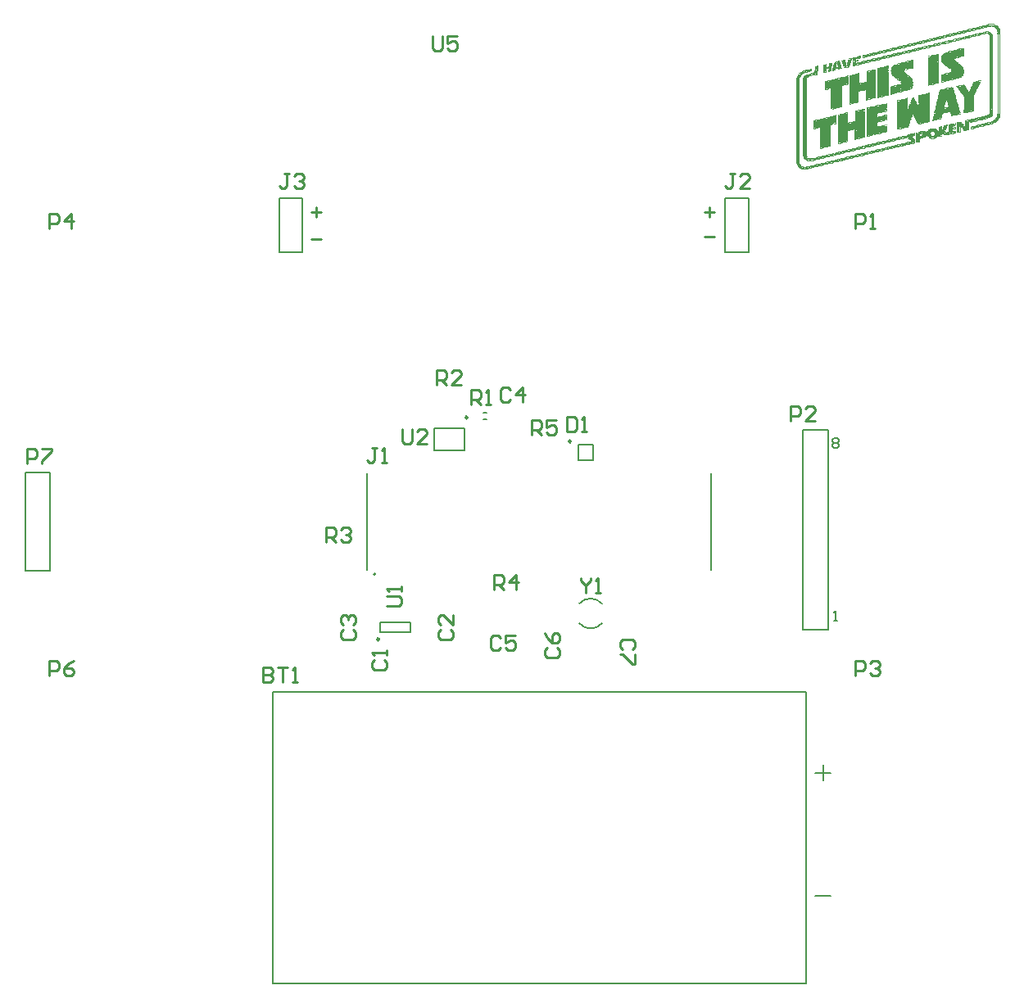
<source format=gto>
G04*
G04 #@! TF.GenerationSoftware,Altium Limited,Altium Designer,20.0.12 (288)*
G04*
G04 Layer_Color=65535*
%FSLAX24Y24*%
%MOIN*%
G70*
G01*
G75*
%ADD10C,0.0098*%
%ADD11C,0.0079*%
%ADD12C,0.0020*%
%ADD13C,0.0050*%
%ADD14C,0.0100*%
%ADD15C,0.0060*%
%ADD16C,0.0078*%
D10*
X23106Y32507D02*
G03*
X23106Y32507I-49J0D01*
G01*
X18898Y33476D02*
G03*
X18898Y33476I-49J0D01*
G01*
X15300Y24448D02*
G03*
X15300Y24448I-49J0D01*
G01*
D11*
X15146Y27104D02*
G03*
X15146Y27104I-39J0D01*
G01*
X23445Y25098D02*
G03*
X24368Y25104I459J402D01*
G01*
X24364Y25896D02*
G03*
X23441Y25902I-464J-396D01*
G01*
X32520Y32959D02*
X33580D01*
X32520Y24841D02*
Y32959D01*
Y24841D02*
X33580D01*
Y32959D01*
X24007Y31735D02*
Y32365D01*
X23393Y31735D02*
X24007D01*
X23393Y32365D02*
X24007D01*
X23393Y31735D02*
Y32365D01*
X30324Y40200D02*
Y42400D01*
X29376D02*
X30324D01*
X29376Y40200D02*
Y42400D01*
Y40200D02*
X30324D01*
X12174D02*
Y42400D01*
X11226D02*
X12174D01*
X11226Y40200D02*
Y42400D01*
Y40200D02*
X12174D01*
X19521Y33412D02*
X19679D01*
X19521Y33688D02*
X19679D01*
X17540Y33053D02*
X18760D01*
X17540Y32147D02*
X18760D01*
Y33053D01*
X17540Y32147D02*
Y33053D01*
X15340Y24753D02*
Y25147D01*
X16560Y24753D02*
Y25147D01*
X15340Y24753D02*
X16560D01*
X15340Y25147D02*
X16560D01*
X900Y27250D02*
X1900D01*
X900D02*
Y31250D01*
X1900Y27250D02*
Y31250D01*
X900D02*
X1900D01*
D12*
X40060Y49490D02*
X40100D01*
X40120D02*
X40260D01*
X40280D02*
X40300D01*
X40000Y49470D02*
X40060D01*
X40320D02*
X40340D01*
X39940Y49450D02*
X40000D01*
X40060D02*
X40300D01*
X40380D02*
X40400D01*
X39840Y49430D02*
X39940D01*
X40000D02*
X40040D01*
X40140D02*
X40240D01*
X40320D02*
X40360D01*
X40400D02*
X40420D01*
X39760Y49410D02*
X39820D01*
X39900D02*
X40000D01*
X40060D02*
X40160D01*
X40220D02*
X40300D01*
X40340D02*
X40400D01*
X40420D02*
X40440D01*
X39700Y49390D02*
X39760D01*
X39840D02*
X39900D01*
X40000D02*
X40040D01*
X40300D02*
X40340D01*
X40360D02*
X40420D01*
X40440D02*
X40460D01*
X39600Y49370D02*
X39700D01*
X39780D02*
X39820D01*
X39900D02*
X40000D01*
X40340D02*
X40360D01*
X40380D02*
X40440D01*
X40460D02*
X40480D01*
X39520Y49350D02*
X39580D01*
X39660D02*
X39760D01*
X39820D02*
X39860D01*
X40360D02*
X40380D01*
X40400D02*
X40440D01*
X40460D02*
X40480D01*
X39440Y49330D02*
X39520D01*
X39600D02*
X39680D01*
X39760D02*
X39820D01*
X40380D02*
X40400D01*
X40420D02*
X40460D01*
X40480D02*
X40500D01*
X39360Y49310D02*
X39380D01*
X39400D02*
X39460D01*
X39520D02*
X39580D01*
X39640D02*
X39740D01*
X40400D02*
X40420D01*
X40440D02*
X40460D01*
X40480D02*
X40500D01*
X39280Y49290D02*
X39340D01*
X39420D02*
X39500D01*
X39580D02*
X39660D01*
X40400D02*
X40420D01*
X40460D02*
X40480D01*
X40500D02*
X40520D01*
X39200Y49270D02*
X39280D01*
X39360D02*
X39440D01*
X39520D02*
X39580D01*
X40420D02*
X40440D01*
X40460D02*
X40480D01*
X40500D02*
X40520D01*
X39100Y49250D02*
X39200D01*
X39280D02*
X39320D01*
X39400D02*
X39500D01*
X40420D02*
X40440D01*
X40460D02*
X40480D01*
X40500D02*
X40520D01*
X39040Y49230D02*
X39100D01*
X39180D02*
X39260D01*
X39340D02*
X39420D01*
X40440D02*
X40520D01*
X38960Y49210D02*
X39040D01*
X39100D02*
X39200D01*
X39260D02*
X39340D01*
X40440D02*
X40460D01*
X40480D02*
X40540D01*
X38860Y49190D02*
X38940D01*
X39040D02*
X39080D01*
X39160D02*
X39260D01*
X39960D02*
X40080D01*
X40440D02*
X40460D01*
X40480D02*
X40500D01*
X40520D02*
X40540D01*
X38800Y49170D02*
X38840D01*
X38940D02*
X39020D01*
X39100D02*
X39160D01*
X39880D02*
X39960D01*
X40080D02*
X40120D01*
X40480D02*
X40500D01*
X40520D02*
X40540D01*
X38720Y49150D02*
X38800D01*
X38860D02*
X38940D01*
X39020D02*
X39100D01*
X39780D02*
X39880D01*
X40040D02*
X40080D01*
X40140D02*
X40160D01*
X40440D02*
X40460D01*
X40480D02*
X40500D01*
X40520D02*
X40540D01*
X38620Y49130D02*
X38720D01*
X38800D02*
X38840D01*
X38920D02*
X39000D01*
X39700D02*
X39800D01*
X39940D02*
X39960D01*
X39980D02*
X40000D01*
X40020D02*
X40060D01*
X40080D02*
X40120D01*
X40140D02*
X40180D01*
X40440D02*
X40460D01*
X40480D02*
X40500D01*
X40520D02*
X40540D01*
X38560Y49110D02*
X38620D01*
X38700D02*
X38760D01*
X38860D02*
X38920D01*
X39620D02*
X39680D01*
X39760D02*
X39780D01*
X39860D02*
X39940D01*
X40060D02*
X40080D01*
X40120D02*
X40140D01*
X40160D02*
X40180D01*
X40440D02*
X40460D01*
X40520D02*
X40540D01*
X38480Y49090D02*
X38540D01*
X38620D02*
X38700D01*
X38780D02*
X38840D01*
X39540D02*
X39580D01*
X39600D02*
X39620D01*
X39700D02*
X39720D01*
X39800D02*
X39860D01*
X40080D02*
X40100D01*
X40120D02*
X40160D01*
X40180D02*
X40200D01*
X40440D02*
X40460D01*
X40480D02*
X40500D01*
X40520D02*
X40540D01*
X38380Y49070D02*
X38480D01*
X38560D02*
X38600D01*
X38680D02*
X38740D01*
X38760D02*
X38780D01*
X39440D02*
X39460D01*
X39480D02*
X39560D01*
X39680D02*
X39780D01*
X40100D02*
X40120D01*
X40140D02*
X40180D01*
X40200D02*
X40220D01*
X40460D02*
X40480D01*
X40520D02*
X40540D01*
X38300Y49050D02*
X38380D01*
X38440D02*
X38540D01*
X38600D02*
X38680D01*
X39360D02*
X39440D01*
X39520D02*
X39560D01*
X39620D02*
X39700D01*
X40120D02*
X40140D01*
X40160D02*
X40180D01*
X40200D02*
X40220D01*
X40460D02*
X40480D01*
X40520D02*
X40540D01*
X38220Y49030D02*
X38300D01*
X38380D02*
X38460D01*
X38540D02*
X38600D01*
X39280D02*
X39360D01*
X39440D02*
X39480D01*
X39560D02*
X39620D01*
X40120D02*
X40220D01*
X40460D02*
X40480D01*
X40520D02*
X40540D01*
X38140Y49010D02*
X38180D01*
X38200D02*
X38240D01*
X38320D02*
X38360D01*
X38440D02*
X38520D01*
X39200D02*
X39300D01*
X39440D02*
X39540D01*
X40140D02*
X40240D01*
X40460D02*
X40480D01*
X40520D02*
X40540D01*
X38060Y48990D02*
X38120D01*
X38200D02*
X38280D01*
X38360D02*
X38440D01*
X39120D02*
X39180D01*
X39260D02*
X39300D01*
X39380D02*
X39460D01*
X40140D02*
X40160D01*
X40180D02*
X40200D01*
X40220D02*
X40240D01*
X40460D02*
X40480D01*
X40520D02*
X40540D01*
X37980Y48970D02*
X38060D01*
X38140D02*
X38220D01*
X38300D02*
X38360D01*
X39040D02*
X39120D01*
X39180D02*
X39260D01*
X39300D02*
X39380D01*
X40140D02*
X40160D01*
X40180D02*
X40200D01*
X40220D02*
X40240D01*
X40460D02*
X40480D01*
X40520D02*
X40540D01*
X37900Y48950D02*
X37920D01*
X37940D02*
X38000D01*
X38060D02*
X38120D01*
X38180D02*
X38280D01*
X38940D02*
X38960D01*
X38980D02*
X39040D01*
X39200D02*
X39260D01*
X39280D02*
X39300D01*
X40180D02*
X40200D01*
X40220D02*
X40240D01*
X40460D02*
X40480D01*
X40520D02*
X40540D01*
X37820Y48930D02*
X37840D01*
X37860D02*
X37880D01*
X37960D02*
X38040D01*
X38120D02*
X38140D01*
X38160D02*
X38200D01*
X38860D02*
X38940D01*
X39020D02*
X39060D01*
X39140D02*
X39200D01*
X40140D02*
X40160D01*
X40180D02*
X40200D01*
X40220D02*
X40240D01*
X40460D02*
X40480D01*
X40520D02*
X40540D01*
X37740Y48910D02*
X37800D01*
X37900D02*
X37980D01*
X38060D02*
X38120D01*
X38800D02*
X38820D01*
X38840D02*
X38860D01*
X38940D02*
X38980D01*
X39060D02*
X39120D01*
X40140D02*
X40160D01*
X40180D02*
X40200D01*
X40220D02*
X40240D01*
X40460D02*
X40480D01*
X40520D02*
X40540D01*
X37660Y48890D02*
X37740D01*
X37820D02*
X37860D01*
X37940D02*
X37960D01*
X37980D02*
X38040D01*
X38700D02*
X38800D01*
X38960D02*
X39060D01*
X40140D02*
X40160D01*
X40180D02*
X40200D01*
X40220D02*
X40240D01*
X40460D02*
X40480D01*
X40520D02*
X40540D01*
X37580Y48870D02*
X37640D01*
X37720D02*
X37800D01*
X37880D02*
X37960D01*
X38620D02*
X38680D01*
X38760D02*
X38800D01*
X38880D02*
X38960D01*
X40140D02*
X40160D01*
X40180D02*
X40200D01*
X40220D02*
X40240D01*
X40460D02*
X40480D01*
X40520D02*
X40540D01*
X37500Y48850D02*
X37580D01*
X37640D02*
X37740D01*
X37800D02*
X37880D01*
X38540D02*
X38620D01*
X38720D02*
X38740D01*
X38820D02*
X38880D01*
X40140D02*
X40160D01*
X40180D02*
X40200D01*
X40220D02*
X40240D01*
X40460D02*
X40480D01*
X40520D02*
X40540D01*
X37400Y48830D02*
X37500D01*
X37580D02*
X37620D01*
X37720D02*
X37760D01*
X37780D02*
X37800D01*
X38440D02*
X38500D01*
X38720D02*
X38800D01*
X40140D02*
X40160D01*
X40180D02*
X40200D01*
X40220D02*
X40240D01*
X40460D02*
X40480D01*
X40520D02*
X40540D01*
X37340Y48810D02*
X37400D01*
X37480D02*
X37560D01*
X37640D02*
X37700D01*
X38380D02*
X38440D01*
X38520D02*
X38560D01*
X38640D02*
X38720D01*
X40140D02*
X40160D01*
X40180D02*
X40200D01*
X40220D02*
X40240D01*
X40460D02*
X40480D01*
X40520D02*
X40540D01*
X37260Y48790D02*
X37320D01*
X37400D02*
X37500D01*
X37560D02*
X37620D01*
X38300D02*
X38360D01*
X38440D02*
X38500D01*
X38580D02*
X38640D01*
X40140D02*
X40160D01*
X40180D02*
X40200D01*
X40220D02*
X40240D01*
X40460D02*
X40480D01*
X40520D02*
X40540D01*
X37160Y48770D02*
X37180D01*
X37200D02*
X37260D01*
X37340D02*
X37380D01*
X37460D02*
X37520D01*
X37540D02*
X37560D01*
X38200D02*
X38300D01*
X38460D02*
X38560D01*
X40140D02*
X40160D01*
X40180D02*
X40200D01*
X40220D02*
X40240D01*
X40460D02*
X40480D01*
X40520D02*
X40540D01*
X37100Y48750D02*
X37160D01*
X37240D02*
X37320D01*
X37380D02*
X37460D01*
X38120D02*
X38200D01*
X38260D02*
X38320D01*
X38400D02*
X38480D01*
X40140D02*
X40160D01*
X40180D02*
X40200D01*
X40220D02*
X40240D01*
X40460D02*
X40480D01*
X40520D02*
X40540D01*
X37020Y48730D02*
X37080D01*
X37160D02*
X37180D01*
X37200D02*
X37220D01*
X37320D02*
X37380D01*
X38040D02*
X38080D01*
X38100D02*
X38120D01*
X38200D02*
X38260D01*
X38320D02*
X38400D01*
X40140D02*
X40160D01*
X40180D02*
X40200D01*
X40220D02*
X40240D01*
X40460D02*
X40480D01*
X40520D02*
X40540D01*
X36920Y48710D02*
X36940D01*
X36960D02*
X37020D01*
X37100D02*
X37140D01*
X37220D02*
X37320D01*
X37980D02*
X38060D01*
X38220D02*
X38320D01*
X40140D02*
X40160D01*
X40180D02*
X40200D01*
X40220D02*
X40240D01*
X40460D02*
X40480D01*
X40520D02*
X40540D01*
X36840Y48690D02*
X36920D01*
X36980D02*
X37080D01*
X37140D02*
X37220D01*
X37880D02*
X37940D01*
X38000D02*
X38080D01*
X38160D02*
X38220D01*
X40140D02*
X40160D01*
X40180D02*
X40200D01*
X40220D02*
X40240D01*
X40460D02*
X40480D01*
X40520D02*
X40540D01*
X36760Y48670D02*
X36840D01*
X36920D02*
X37000D01*
X37080D02*
X37140D01*
X37820D02*
X37860D01*
X37960D02*
X38000D01*
X38080D02*
X38140D01*
X40140D02*
X40160D01*
X40180D02*
X40200D01*
X40220D02*
X40240D01*
X40460D02*
X40480D01*
X40520D02*
X40540D01*
X36680Y48650D02*
X36780D01*
X36860D02*
X36900D01*
X36980D02*
X37060D01*
X37700D02*
X37720D01*
X37740D02*
X37800D01*
X37880D02*
X37900D01*
X37980D02*
X38080D01*
X40140D02*
X40160D01*
X40180D02*
X40200D01*
X40220D02*
X40240D01*
X40460D02*
X40480D01*
X40520D02*
X40540D01*
X36600Y48630D02*
X36660D01*
X36740D02*
X36840D01*
X36900D02*
X36980D01*
X37620D02*
X37700D01*
X37780D02*
X37820D01*
X37900D02*
X37960D01*
X40140D02*
X40160D01*
X40180D02*
X40200D01*
X40220D02*
X40240D01*
X40460D02*
X40480D01*
X40520D02*
X40540D01*
X36520Y48610D02*
X36600D01*
X36680D02*
X36780D01*
X36840D02*
X36860D01*
X36880D02*
X36900D01*
X37540D02*
X37620D01*
X37700D02*
X37760D01*
X37840D02*
X37900D01*
X40140D02*
X40160D01*
X40180D02*
X40200D01*
X40220D02*
X40240D01*
X40460D02*
X40480D01*
X40520D02*
X40540D01*
X36440Y48590D02*
X36540D01*
X36600D02*
X36660D01*
X36720D02*
X36820D01*
X37460D02*
X37560D01*
X37640D02*
X37660D01*
X37740D02*
X37840D01*
X40140D02*
X40160D01*
X40180D02*
X40200D01*
X40220D02*
X40240D01*
X40460D02*
X40480D01*
X40520D02*
X40540D01*
X36360Y48570D02*
X36420D01*
X36500D02*
X36580D01*
X36660D02*
X36740D01*
X37380D02*
X37440D01*
X37520D02*
X37580D01*
X37660D02*
X37740D01*
X40140D02*
X40160D01*
X40180D02*
X40200D01*
X40220D02*
X40240D01*
X40460D02*
X40480D01*
X40520D02*
X40540D01*
X36280Y48550D02*
X36360D01*
X36440D02*
X36520D01*
X36600D02*
X36660D01*
X37300D02*
X37380D01*
X37460D02*
X37480D01*
X37500D02*
X37520D01*
X37600D02*
X37660D01*
X40140D02*
X40160D01*
X40180D02*
X40200D01*
X40220D02*
X40240D01*
X40460D02*
X40480D01*
X40520D02*
X40540D01*
X36180Y48530D02*
X36240D01*
X36260D02*
X36280D01*
X36360D02*
X36400D01*
X36480D02*
X36540D01*
X36560D02*
X36580D01*
X37200D02*
X37240D01*
X37260D02*
X37300D01*
X37380D02*
X37400D01*
X37480D02*
X37580D01*
X40140D02*
X40160D01*
X40180D02*
X40200D01*
X40220D02*
X40240D01*
X40460D02*
X40480D01*
X40520D02*
X40540D01*
X36120Y48510D02*
X36180D01*
X36260D02*
X36360D01*
X36420D02*
X36500D01*
X37120D02*
X37200D01*
X37280D02*
X37340D01*
X37420D02*
X37500D01*
X38960D02*
X39020D01*
X39040D02*
X39060D01*
X40140D02*
X40160D01*
X40180D02*
X40200D01*
X40220D02*
X40240D01*
X40460D02*
X40480D01*
X40520D02*
X40540D01*
X36060Y48490D02*
X36120D01*
X36180D02*
X36280D01*
X36340D02*
X36420D01*
X37060D02*
X37120D01*
X37200D02*
X37280D01*
X37340D02*
X37420D01*
X38880D02*
X38960D01*
X39040D02*
X39060D01*
X40140D02*
X40160D01*
X40180D02*
X40200D01*
X40220D02*
X40240D01*
X40460D02*
X40480D01*
X40520D02*
X40540D01*
X35940Y48470D02*
X35960D01*
X35980D02*
X36040D01*
X36120D02*
X36160D01*
X36240D02*
X36340D01*
X36960D02*
X37060D01*
X37140D02*
X37160D01*
X37240D02*
X37340D01*
X38800D02*
X38900D01*
X38960D02*
X39020D01*
X39040D02*
X39060D01*
X40140D02*
X40160D01*
X40180D02*
X40200D01*
X40220D02*
X40240D01*
X40460D02*
X40480D01*
X40520D02*
X40540D01*
X35880Y48450D02*
X35940D01*
X36020D02*
X36100D01*
X36200D02*
X36240D01*
X36880D02*
X36920D01*
X37020D02*
X37100D01*
X37180D02*
X37240D01*
X38740D02*
X38780D01*
X38860D02*
X39020D01*
X39040D02*
X39060D01*
X40140D02*
X40160D01*
X40180D02*
X40200D01*
X40220D02*
X40240D01*
X40460D02*
X40480D01*
X40520D02*
X40540D01*
X35800Y48430D02*
X35860D01*
X35940D02*
X36020D01*
X36100D02*
X36160D01*
X36800D02*
X36880D01*
X36960D02*
X37020D01*
X37100D02*
X37160D01*
X38660D02*
X38720D01*
X38800D02*
X39020D01*
X39040D02*
X39060D01*
X40140D02*
X40160D01*
X40180D02*
X40200D01*
X40220D02*
X40240D01*
X40460D02*
X40480D01*
X40520D02*
X40540D01*
X35700Y48410D02*
X35760D01*
X35780D02*
X35800D01*
X35880D02*
X35920D01*
X36000D02*
X36100D01*
X36700D02*
X36800D01*
X36880D02*
X36940D01*
X37000D02*
X37040D01*
X37080D02*
X37100D01*
X38560D02*
X38660D01*
X38740D02*
X39020D01*
X39040D02*
X39060D01*
X40140D02*
X40160D01*
X40180D02*
X40200D01*
X40220D02*
X40240D01*
X40460D02*
X40480D01*
X40520D02*
X40540D01*
X35620Y48390D02*
X35700D01*
X35760D02*
X35860D01*
X35940D02*
X36000D01*
X36660D02*
X36700D01*
X36780D02*
X36860D01*
X36940D02*
X37000D01*
X38480D02*
X38560D01*
X38620D02*
X39020D01*
X39040D02*
X39060D01*
X40140D02*
X40160D01*
X40180D02*
X40200D01*
X40220D02*
X40240D01*
X40460D02*
X40480D01*
X40520D02*
X40540D01*
X35560Y48370D02*
X35620D01*
X35700D02*
X35780D01*
X35860D02*
X35920D01*
X36560D02*
X36620D01*
X36700D02*
X36780D01*
X36860D02*
X36920D01*
X38420D02*
X38480D01*
X38560D02*
X38840D01*
X38860D02*
X39020D01*
X39040D02*
X39060D01*
X40140D02*
X40160D01*
X40180D02*
X40200D01*
X40220D02*
X40240D01*
X40460D02*
X40480D01*
X40520D02*
X40540D01*
X35460Y48350D02*
X35540D01*
X35640D02*
X35680D01*
X35760D02*
X35860D01*
X36480D02*
X36560D01*
X36660D02*
X36680D01*
X36760D02*
X36860D01*
X38360D02*
X38380D01*
X38400D02*
X38420D01*
X38500D02*
X39020D01*
X39040D02*
X39060D01*
X40140D02*
X40160D01*
X40180D02*
X40200D01*
X40220D02*
X40240D01*
X40460D02*
X40480D01*
X40520D02*
X40540D01*
X35380Y48330D02*
X35460D01*
X35520D02*
X35620D01*
X35680D02*
X35760D01*
X36380D02*
X36400D01*
X36420D02*
X36460D01*
X36520D02*
X36600D01*
X36680D02*
X36760D01*
X38320D02*
X38360D01*
X38400D02*
X38460D01*
X38480D02*
X39020D01*
X39040D02*
X39060D01*
X40140D02*
X40160D01*
X40180D02*
X40200D01*
X40220D02*
X40240D01*
X40460D02*
X40480D01*
X40520D02*
X40540D01*
X35300Y48310D02*
X35380D01*
X35460D02*
X35540D01*
X35620D02*
X35680D01*
X36300D02*
X36380D01*
X36460D02*
X36540D01*
X36620D02*
X36680D01*
X38280D02*
X38320D01*
X38360D02*
X39020D01*
X39040D02*
X39060D01*
X40140D02*
X40160D01*
X40180D02*
X40200D01*
X40220D02*
X40240D01*
X40460D02*
X40480D01*
X40520D02*
X40540D01*
X35220Y48290D02*
X35320D01*
X35400D02*
X35440D01*
X35520D02*
X35620D01*
X36200D02*
X36240D01*
X36260D02*
X36300D01*
X36380D02*
X36400D01*
X36420D02*
X36440D01*
X36500D02*
X36600D01*
X38260D02*
X38300D01*
X38340D02*
X39020D01*
X40140D02*
X40160D01*
X40180D02*
X40200D01*
X40220D02*
X40240D01*
X40460D02*
X40480D01*
X40520D02*
X40540D01*
X35140Y48270D02*
X35200D01*
X35280D02*
X35360D01*
X35440D02*
X35520D01*
X36140D02*
X36200D01*
X36280D02*
X36360D01*
X36440D02*
X36520D01*
X37960D02*
X38000D01*
X38020D02*
X38040D01*
X38240D02*
X38260D01*
X38280D02*
X39020D01*
X39040D02*
X39060D01*
X40140D02*
X40160D01*
X40180D02*
X40200D01*
X40220D02*
X40240D01*
X40460D02*
X40480D01*
X40520D02*
X40540D01*
X35060Y48250D02*
X35140D01*
X35220D02*
X35300D01*
X35380D02*
X35440D01*
X36060D02*
X36120D01*
X36200D02*
X36300D01*
X36380D02*
X36420D01*
X37860D02*
X37940D01*
X38020D02*
X38040D01*
X38220D02*
X38240D01*
X38260D02*
X39020D01*
X39040D02*
X39060D01*
X40140D02*
X40160D01*
X40180D02*
X40200D01*
X40220D02*
X40240D01*
X40460D02*
X40480D01*
X40520D02*
X40540D01*
X34960Y48230D02*
X34980D01*
X35000D02*
X35080D01*
X35140D02*
X35200D01*
X35260D02*
X35360D01*
X35960D02*
X35980D01*
X36000D02*
X36060D01*
X36140D02*
X36180D01*
X36260D02*
X36320D01*
X37760D02*
X37880D01*
X37960D02*
X38000D01*
X38020D02*
X38040D01*
X38200D02*
X38220D01*
X38260D02*
X38960D01*
X38980D02*
X39000D01*
X39040D02*
X39060D01*
X40140D02*
X40160D01*
X40180D02*
X40200D01*
X40220D02*
X40240D01*
X40460D02*
X40480D01*
X40520D02*
X40540D01*
X34960Y48210D02*
X34980D01*
X35040D02*
X35140D01*
X35200D02*
X35240D01*
X35260D02*
X35280D01*
X35880D02*
X35960D01*
X36020D02*
X36120D01*
X36200D02*
X36260D01*
X37720D02*
X37760D01*
X37820D02*
X38000D01*
X38020D02*
X38040D01*
X38200D02*
X38220D01*
X38240D02*
X38940D01*
X39040D02*
X39060D01*
X40140D02*
X40160D01*
X40180D02*
X40200D01*
X40220D02*
X40240D01*
X40460D02*
X40480D01*
X40520D02*
X40540D01*
X34800Y48190D02*
X34820D01*
X34840D02*
X34860D01*
X34960D02*
X34980D01*
X35000D02*
X35060D01*
X35140D02*
X35160D01*
X35180D02*
X35200D01*
X35800D02*
X35880D01*
X35960D02*
X36040D01*
X36060D02*
X36080D01*
X36140D02*
X36160D01*
X37620D02*
X37640D01*
X37660D02*
X37680D01*
X37760D02*
X38000D01*
X38020D02*
X38040D01*
X38180D02*
X38200D01*
X38220D02*
X38760D01*
X38780D02*
X38880D01*
X38960D02*
X39020D01*
X40140D02*
X40160D01*
X40180D02*
X40200D01*
X40220D02*
X40240D01*
X40460D02*
X40480D01*
X40520D02*
X40540D01*
X34720Y48170D02*
X34820D01*
X34840D02*
X34860D01*
X34960D02*
X34980D01*
X35020D02*
X35120D01*
X35720D02*
X35820D01*
X35900D02*
X35940D01*
X36020D02*
X36080D01*
X36100D02*
X36120D01*
X37700D02*
X38000D01*
X38020D02*
X38040D01*
X38180D02*
X38200D01*
X38220D02*
X38780D01*
X38840D02*
X38900D01*
X38920D02*
X38940D01*
X40140D02*
X40160D01*
X40180D02*
X40200D01*
X40220D02*
X40240D01*
X40460D02*
X40480D01*
X40520D02*
X40540D01*
X34640Y48150D02*
X34700D01*
X34780D02*
X34820D01*
X34840D02*
X34860D01*
X34960D02*
X34980D01*
X35000D02*
X35020D01*
X35640D02*
X35700D01*
X35780D02*
X35880D01*
X35960D02*
X36020D01*
X37620D02*
X37640D01*
X37660D02*
X38000D01*
X38020D02*
X38040D01*
X38160D02*
X38180D01*
X38200D02*
X38720D01*
X38780D02*
X38800D01*
X38820D02*
X38860D01*
X40140D02*
X40160D01*
X40180D02*
X40200D01*
X40220D02*
X40240D01*
X40460D02*
X40480D01*
X40520D02*
X40540D01*
X34580Y48130D02*
X34600D01*
X34720D02*
X34760D01*
X34840D02*
X34860D01*
X35560D02*
X35640D01*
X35720D02*
X35800D01*
X35880D02*
X35920D01*
X37620D02*
X37640D01*
X37660D02*
X38000D01*
X38020D02*
X38040D01*
X38160D02*
X38180D01*
X38200D02*
X38280D01*
X38300D02*
X38700D01*
X38740D02*
X38780D01*
X40140D02*
X40160D01*
X40180D02*
X40200D01*
X40220D02*
X40240D01*
X40460D02*
X40480D01*
X40520D02*
X40540D01*
X34500Y48110D02*
X34520D01*
X34580D02*
X34600D01*
X34640D02*
X34680D01*
X34720D02*
X34820D01*
X35460D02*
X35560D01*
X35640D02*
X35700D01*
X35780D02*
X35880D01*
X37620D02*
X37640D01*
X37660D02*
X38000D01*
X38020D02*
X38040D01*
X38160D02*
X38180D01*
X38200D02*
X38220D01*
X38240D02*
X38680D01*
X38700D02*
X38720D01*
X40140D02*
X40160D01*
X40180D02*
X40200D01*
X40220D02*
X40240D01*
X40460D02*
X40480D01*
X40520D02*
X40540D01*
X34400Y48090D02*
X34420D01*
X34440D02*
X34480D01*
X34500D02*
X34520D01*
X34580D02*
X34600D01*
X34620D02*
X34740D01*
X35380D02*
X35460D01*
X35540D02*
X35620D01*
X35700D02*
X35780D01*
X37620D02*
X37640D01*
X37660D02*
X38000D01*
X38020D02*
X38040D01*
X38160D02*
X38180D01*
X38200D02*
X38660D01*
X38680D02*
X38700D01*
X40140D02*
X40160D01*
X40180D02*
X40200D01*
X40220D02*
X40240D01*
X40460D02*
X40480D01*
X40520D02*
X40540D01*
X34480Y48070D02*
X34500D01*
X34580D02*
X34600D01*
X34620D02*
X34680D01*
X35300D02*
X35380D01*
X35480D02*
X35560D01*
X35640D02*
X35660D01*
X35680D02*
X35700D01*
X37620D02*
X37640D01*
X37660D02*
X38000D01*
X38020D02*
X38040D01*
X38160D02*
X38180D01*
X38200D02*
X38640D01*
X38660D02*
X38680D01*
X40140D02*
X40160D01*
X40180D02*
X40200D01*
X40220D02*
X40240D01*
X40460D02*
X40480D01*
X40520D02*
X40540D01*
X34380Y48050D02*
X34400D01*
X34420D02*
X34460D01*
X34480D02*
X34500D01*
X34580D02*
X34600D01*
X34640D02*
X34660D01*
X35220D02*
X35320D01*
X35400D02*
X35460D01*
X35520D02*
X35620D01*
X37620D02*
X37640D01*
X37660D02*
X38000D01*
X38020D02*
X38040D01*
X38160D02*
X38180D01*
X38200D02*
X38640D01*
X38660D02*
X38700D01*
X40140D02*
X40160D01*
X40180D02*
X40200D01*
X40220D02*
X40240D01*
X40460D02*
X40480D01*
X40520D02*
X40540D01*
X34160Y48030D02*
X34180D01*
X34200D02*
X34220D01*
X34380D02*
X34400D01*
X34420D02*
X34440D01*
X34460D02*
X34480D01*
X34580D02*
X34600D01*
X34620D02*
X34660D01*
X34720D02*
X34740D01*
X34760D02*
X34780D01*
X35140D02*
X35200D01*
X35280D02*
X35380D01*
X35480D02*
X35500D01*
X35520D02*
X35540D01*
X36940D02*
X36960D01*
X36980D02*
X37000D01*
X37620D02*
X37640D01*
X37660D02*
X38000D01*
X38020D02*
X38040D01*
X38160D02*
X38180D01*
X38200D02*
X38660D01*
X38680D02*
X38700D01*
X40140D02*
X40160D01*
X40180D02*
X40200D01*
X40220D02*
X40240D01*
X40460D02*
X40480D01*
X40520D02*
X40540D01*
X34100Y48010D02*
X34120D01*
X34220D02*
X34240D01*
X34380D02*
X34440D01*
X34460D02*
X34480D01*
X34560D02*
X34580D01*
X34620D02*
X34700D01*
X34760D02*
X34780D01*
X35080D02*
X35140D01*
X35220D02*
X35320D01*
X35380D02*
X35460D01*
X36860D02*
X36940D01*
X37620D02*
X37640D01*
X37660D02*
X38000D01*
X38020D02*
X38040D01*
X38180D02*
X38200D01*
X38220D02*
X38680D01*
X38700D02*
X38720D01*
X40140D02*
X40160D01*
X40180D02*
X40200D01*
X40220D02*
X40240D01*
X40460D02*
X40480D01*
X40520D02*
X40540D01*
X33960Y47990D02*
X34000D01*
X34120D02*
X34140D01*
X34160D02*
X34200D01*
X34220D02*
X34240D01*
X34360D02*
X34440D01*
X34460D02*
X34480D01*
X34560D02*
X34580D01*
X34620D02*
X34740D01*
X34960D02*
X35060D01*
X35140D02*
X35200D01*
X35280D02*
X35320D01*
X35340D02*
X35380D01*
X36760D02*
X36860D01*
X36940D02*
X36960D01*
X36980D02*
X37000D01*
X37620D02*
X37640D01*
X37660D02*
X38000D01*
X38020D02*
X38040D01*
X38180D02*
X38200D01*
X38220D02*
X38700D01*
X40140D02*
X40160D01*
X40180D02*
X40200D01*
X40220D02*
X40240D01*
X40460D02*
X40480D01*
X40520D02*
X40540D01*
X33880Y47970D02*
X33960D01*
X33980D02*
X34000D01*
X34120D02*
X34140D01*
X34160D02*
X34200D01*
X34220D02*
X34240D01*
X34360D02*
X34380D01*
X34400D02*
X34460D01*
X34560D02*
X34580D01*
X34620D02*
X34660D01*
X34900D02*
X34960D01*
X35040D02*
X35140D01*
X35220D02*
X35280D01*
X36700D02*
X36740D01*
X36840D02*
X36960D01*
X36980D02*
X37000D01*
X37620D02*
X37640D01*
X37660D02*
X37980D01*
X38020D02*
X38040D01*
X38180D02*
X38200D01*
X38240D02*
X38720D01*
X38740D02*
X38760D01*
X40140D02*
X40160D01*
X40180D02*
X40200D01*
X40220D02*
X40240D01*
X40460D02*
X40480D01*
X40520D02*
X40540D01*
X33840Y47950D02*
X33880D01*
X34000D02*
X34020D01*
X34140D02*
X34200D01*
X34240D02*
X34260D01*
X34360D02*
X34380D01*
X34400D02*
X34420D01*
X34440D02*
X34460D01*
X34560D02*
X34580D01*
X34600D02*
X34620D01*
X34640D02*
X34660D01*
X34800D02*
X34880D01*
X34960D02*
X35060D01*
X35140D02*
X35200D01*
X36620D02*
X36700D01*
X36760D02*
X36960D01*
X36980D02*
X37000D01*
X37620D02*
X37640D01*
X37660D02*
X38000D01*
X38020D02*
X38040D01*
X38200D02*
X38220D01*
X38240D02*
X38280D01*
X38300D02*
X38740D01*
X38780D02*
X38800D01*
X40140D02*
X40160D01*
X40180D02*
X40200D01*
X40220D02*
X40240D01*
X40460D02*
X40480D01*
X40520D02*
X40540D01*
X33820Y47930D02*
X33840D01*
X33920D02*
X33980D01*
X34000D02*
X34020D01*
X34140D02*
X34160D01*
X34180D02*
X34220D01*
X34240D02*
X34260D01*
X34340D02*
X34360D01*
X34400D02*
X34420D01*
X34440D02*
X34460D01*
X34560D02*
X34580D01*
X34620D02*
X34660D01*
X34720D02*
X34820D01*
X34900D02*
X34960D01*
X35040D02*
X35140D01*
X36540D02*
X36580D01*
X36600D02*
X36620D01*
X36700D02*
X36960D01*
X36980D02*
X37000D01*
X37620D02*
X37640D01*
X37660D02*
X38000D01*
X38020D02*
X38040D01*
X38220D02*
X38240D01*
X38260D02*
X38760D01*
X38800D02*
X38820D01*
X40140D02*
X40160D01*
X40180D02*
X40200D01*
X40220D02*
X40240D01*
X40460D02*
X40480D01*
X40520D02*
X40540D01*
X33640Y47910D02*
X33660D01*
X33680D02*
X33700D01*
X33820D02*
X33840D01*
X33860D02*
X33940D01*
X33960D02*
X33980D01*
X34140D02*
X34160D01*
X34180D02*
X34220D01*
X34240D02*
X34260D01*
X34340D02*
X34360D01*
X34420D02*
X34440D01*
X34560D02*
X34580D01*
X34600D02*
X34700D01*
X34780D02*
X34900D01*
X34980D02*
X35040D01*
X36460D02*
X36520D01*
X36600D02*
X36720D01*
X36740D02*
X36940D01*
X36980D02*
X37000D01*
X37620D02*
X37640D01*
X37660D02*
X38000D01*
X38020D02*
X38040D01*
X38280D02*
X38800D01*
X38820D02*
X38840D01*
X40140D02*
X40160D01*
X40180D02*
X40200D01*
X40220D02*
X40240D01*
X40460D02*
X40480D01*
X40520D02*
X40540D01*
X33600Y47890D02*
X33620D01*
X33680D02*
X33700D01*
X33800D02*
X33820D01*
X33860D02*
X33880D01*
X33940D02*
X34000D01*
X34020D02*
X34040D01*
X34140D02*
X34160D01*
X34180D02*
X34220D01*
X34260D02*
X34280D01*
X34340D02*
X34360D01*
X34380D02*
X34400D01*
X34420D02*
X34440D01*
X34560D02*
X34580D01*
X34600D02*
X34680D01*
X34720D02*
X34780D01*
X34800D02*
X34820D01*
X34900D02*
X34960D01*
X36400D02*
X36460D01*
X36540D02*
X36780D01*
X36800D02*
X36940D01*
X36980D02*
X37000D01*
X37620D02*
X37640D01*
X37660D02*
X38000D01*
X38020D02*
X38040D01*
X38240D02*
X38260D01*
X38300D02*
X38820D01*
X40140D02*
X40160D01*
X40180D02*
X40200D01*
X40220D02*
X40240D01*
X40460D02*
X40480D01*
X40520D02*
X40540D01*
X33460Y47870D02*
X33480D01*
X33600D02*
X33620D01*
X33640D02*
X33660D01*
X33680D02*
X33700D01*
X33800D02*
X33820D01*
X33860D02*
X33880D01*
X33940D02*
X33960D01*
X33980D02*
X34000D01*
X34020D02*
X34040D01*
X34160D02*
X34180D01*
X34200D02*
X34240D01*
X34260D02*
X34280D01*
X34320D02*
X34340D01*
X34360D02*
X34380D01*
X34400D02*
X34420D01*
X34560D02*
X34580D01*
X34600D02*
X34700D01*
X34800D02*
X34900D01*
X36360D02*
X36380D01*
X36460D02*
X36960D01*
X36980D02*
X37000D01*
X37620D02*
X37640D01*
X37660D02*
X38000D01*
X38020D02*
X38040D01*
X38260D02*
X38300D01*
X38320D02*
X38840D01*
X38880D02*
X38900D01*
X40140D02*
X40160D01*
X40180D02*
X40200D01*
X40220D02*
X40240D01*
X40460D02*
X40480D01*
X40520D02*
X40540D01*
X33380Y47850D02*
X33400D01*
X33420D02*
X33440D01*
X33460D02*
X33480D01*
X33600D02*
X33620D01*
X33640D02*
X33700D01*
X33800D02*
X33820D01*
X33940D02*
X33960D01*
X33980D02*
X34040D01*
X34160D02*
X34180D01*
X34200D02*
X34240D01*
X34260D02*
X34280D01*
X34320D02*
X34340D01*
X34360D02*
X34380D01*
X34400D02*
X34420D01*
X34560D02*
X34580D01*
X34600D02*
X34640D01*
X34720D02*
X34760D01*
X34780D02*
X34800D01*
X36300D02*
X36320D01*
X36360D02*
X36960D01*
X36980D02*
X37000D01*
X37620D02*
X37640D01*
X37660D02*
X38000D01*
X38020D02*
X38040D01*
X38300D02*
X38320D01*
X38340D02*
X38860D01*
X40140D02*
X40160D01*
X40180D02*
X40200D01*
X40220D02*
X40240D01*
X40460D02*
X40480D01*
X40520D02*
X40540D01*
X33380Y47830D02*
X33400D01*
X33460D02*
X33480D01*
X33600D02*
X33620D01*
X33640D02*
X33700D01*
X33780D02*
X33800D01*
X33820D02*
X33880D01*
X33940D02*
X34060D01*
X34180D02*
X34200D01*
X34220D02*
X34280D01*
X34320D02*
X34340D01*
X34360D02*
X34380D01*
X34400D02*
X34420D01*
X34560D02*
X34580D01*
X34640D02*
X34720D01*
X36240D02*
X36260D01*
X36320D02*
X36340D01*
X36360D02*
X36960D01*
X36980D02*
X37000D01*
X37620D02*
X37640D01*
X37660D02*
X38000D01*
X38020D02*
X38040D01*
X38380D02*
X38860D01*
X38880D02*
X38900D01*
X38920D02*
X38940D01*
X40140D02*
X40160D01*
X40180D02*
X40200D01*
X40220D02*
X40240D01*
X40460D02*
X40480D01*
X40520D02*
X40540D01*
X33380Y47810D02*
X33400D01*
X33420D02*
X33440D01*
X33460D02*
X33480D01*
X33600D02*
X33620D01*
X33640D02*
X33700D01*
X33820D02*
X33860D01*
X33960D02*
X34020D01*
X34040D02*
X34060D01*
X34180D02*
X34200D01*
X34220D02*
X34400D01*
X34560D02*
X34580D01*
X34600D02*
X34640D01*
X36220D02*
X36240D01*
X36280D02*
X36960D01*
X36980D02*
X37000D01*
X37620D02*
X37640D01*
X37660D02*
X38000D01*
X38020D02*
X38040D01*
X38340D02*
X38360D01*
X38400D02*
X38440D01*
X38460D02*
X38920D01*
X38940D02*
X38980D01*
X40140D02*
X40160D01*
X40180D02*
X40200D01*
X40220D02*
X40240D01*
X40460D02*
X40480D01*
X40520D02*
X40540D01*
X33100Y47790D02*
X33120D01*
X33380D02*
X33400D01*
X33420D02*
X33440D01*
X33460D02*
X33480D01*
X33600D02*
X33640D01*
X33660D02*
X33680D01*
X33780D02*
X33800D01*
X33840D02*
X33860D01*
X33960D02*
X33980D01*
X34000D02*
X34020D01*
X34040D02*
X34060D01*
X34180D02*
X34200D01*
X34220D02*
X34300D01*
X34320D02*
X34360D01*
X34380D02*
X34400D01*
X35920D02*
X35960D01*
X35980D02*
X36000D01*
X36200D02*
X36220D01*
X36240D02*
X36960D01*
X36980D02*
X37000D01*
X37620D02*
X37640D01*
X37660D02*
X38000D01*
X38020D02*
X38040D01*
X38380D02*
X38400D01*
X38440D02*
X38940D01*
X38960D02*
X38980D01*
X40140D02*
X40160D01*
X40180D02*
X40200D01*
X40220D02*
X40240D01*
X40460D02*
X40480D01*
X40520D02*
X40540D01*
X33020Y47770D02*
X33040D01*
X33060D02*
X33080D01*
X33100D02*
X33120D01*
X33380D02*
X33400D01*
X33420D02*
X33440D01*
X33460D02*
X33480D01*
X33560D02*
X33660D01*
X33760D02*
X33820D01*
X33840D02*
X33860D01*
X33960D02*
X34040D01*
X34060D02*
X34080D01*
X34220D02*
X34280D01*
X34380D02*
X34400D01*
X35840D02*
X35920D01*
X35980D02*
X36000D01*
X36180D02*
X36200D01*
X36220D02*
X36960D01*
X36980D02*
X37000D01*
X37620D02*
X37640D01*
X37660D02*
X38000D01*
X38020D02*
X38040D01*
X38400D02*
X38420D01*
X38480D02*
X38960D01*
X38980D02*
X39000D01*
X40140D02*
X40160D01*
X40180D02*
X40200D01*
X40220D02*
X40240D01*
X40460D02*
X40480D01*
X40520D02*
X40540D01*
X33020Y47750D02*
X33040D01*
X33100D02*
X33120D01*
X33380D02*
X33400D01*
X33420D02*
X33540D01*
X33580D02*
X33680D01*
X33760D02*
X33780D01*
X33800D02*
X33840D01*
X33880D02*
X33940D01*
X33960D02*
X34000D01*
X34020D02*
X34040D01*
X34060D02*
X34080D01*
X34200D02*
X34220D01*
X34260D02*
X34360D01*
X35740D02*
X35860D01*
X35940D02*
X35960D01*
X35980D02*
X36000D01*
X36160D02*
X36180D01*
X36200D02*
X36960D01*
X36980D02*
X37000D01*
X37620D02*
X37640D01*
X37660D02*
X38000D01*
X38020D02*
X38040D01*
X38420D02*
X38440D01*
X38480D02*
X38520D01*
X38540D02*
X38840D01*
X38860D02*
X38980D01*
X39000D02*
X39020D01*
X40140D02*
X40160D01*
X40180D02*
X40200D01*
X40220D02*
X40240D01*
X40460D02*
X40480D01*
X40520D02*
X40540D01*
X33020Y47730D02*
X33040D01*
X33060D02*
X33080D01*
X33100D02*
X33120D01*
X33380D02*
X33400D01*
X33420D02*
X33480D01*
X33540D02*
X33680D01*
X33760D02*
X33780D01*
X33800D02*
X33860D01*
X33920D02*
X34040D01*
X34060D02*
X34080D01*
X34200D02*
X34220D01*
X34240D02*
X34260D01*
X35680D02*
X35740D01*
X35820D02*
X35840D01*
X35860D02*
X35960D01*
X35980D02*
X36000D01*
X36140D02*
X36160D01*
X36180D02*
X36920D01*
X36980D02*
X37000D01*
X37620D02*
X37640D01*
X37660D02*
X38000D01*
X38020D02*
X38040D01*
X38460D02*
X38480D01*
X38500D02*
X38540D01*
X38560D02*
X38580D01*
X38600D02*
X38980D01*
X39000D02*
X39020D01*
X40140D02*
X40160D01*
X40180D02*
X40200D01*
X40220D02*
X40240D01*
X40460D02*
X40480D01*
X40520D02*
X40540D01*
X33020Y47710D02*
X33040D01*
X33060D02*
X33080D01*
X33100D02*
X33120D01*
X33380D02*
X33400D01*
X33420D02*
X33500D01*
X33580D02*
X33680D01*
X33740D02*
X33760D01*
X33800D02*
X33920D01*
X33960D02*
X33980D01*
X34000D02*
X34040D01*
X34080D02*
X34100D01*
X35580D02*
X35600D01*
X35620D02*
X35660D01*
X35740D02*
X35960D01*
X35980D02*
X36000D01*
X36140D02*
X36160D01*
X36180D02*
X36720D01*
X36740D02*
X36840D01*
X36860D02*
X36880D01*
X36920D02*
X36960D01*
X36980D02*
X37000D01*
X37620D02*
X37640D01*
X37660D02*
X38000D01*
X38020D02*
X38040D01*
X38480D02*
X38500D01*
X38520D02*
X38960D01*
X38980D02*
X39040D01*
X40140D02*
X40160D01*
X40180D02*
X40200D01*
X40220D02*
X40240D01*
X40460D02*
X40480D01*
X40520D02*
X40540D01*
X33020Y47690D02*
X33040D01*
X33060D02*
X33080D01*
X33100D02*
X33120D01*
X33380D02*
X33400D01*
X33420D02*
X33460D01*
X33480D02*
X33600D01*
X33620D02*
X33680D01*
X33740D02*
X33760D01*
X33780D02*
X33800D01*
X33820D02*
X33840D01*
X33960D02*
X33980D01*
X34020D02*
X34060D01*
X34080D02*
X34100D01*
X35580D02*
X35600D01*
X35700D02*
X35960D01*
X35980D02*
X36000D01*
X36120D02*
X36140D01*
X36160D02*
X36740D01*
X36820D02*
X36860D01*
X36900D02*
X36920D01*
X37620D02*
X37640D01*
X37660D02*
X38000D01*
X38020D02*
X38040D01*
X38500D02*
X38520D01*
X38560D02*
X38580D01*
X38600D02*
X39000D01*
X39020D02*
X39040D01*
X40140D02*
X40160D01*
X40180D02*
X40200D01*
X40220D02*
X40240D01*
X40460D02*
X40480D01*
X40520D02*
X40540D01*
X32820Y47670D02*
X32840D01*
X32860D02*
X32880D01*
X33020D02*
X33040D01*
X33060D02*
X33080D01*
X33100D02*
X33120D01*
X33380D02*
X33400D01*
X33420D02*
X33480D01*
X33600D02*
X33680D01*
X33740D02*
X33760D01*
X33780D02*
X33800D01*
X33820D02*
X33840D01*
X33980D02*
X34000D01*
X35580D02*
X35600D01*
X35620D02*
X35960D01*
X36120D02*
X36140D01*
X36160D02*
X36680D01*
X36760D02*
X36800D01*
X37620D02*
X37640D01*
X37660D02*
X38000D01*
X38020D02*
X38040D01*
X38580D02*
X38940D01*
X38960D02*
X39000D01*
X39020D02*
X39040D01*
X40140D02*
X40160D01*
X40180D02*
X40200D01*
X40220D02*
X40240D01*
X40460D02*
X40480D01*
X40520D02*
X40540D01*
X32740Y47650D02*
X32820D01*
X32860D02*
X32880D01*
X33020D02*
X33040D01*
X33100D02*
X33120D01*
X33380D02*
X33400D01*
X33420D02*
X33440D01*
X33460D02*
X33480D01*
X33600D02*
X33680D01*
X33720D02*
X33740D01*
X33760D02*
X33780D01*
X33800D02*
X33820D01*
X35440D02*
X35480D01*
X35580D02*
X35600D01*
X35620D02*
X35960D01*
X35980D02*
X36000D01*
X36120D02*
X36660D01*
X36720D02*
X36740D01*
X37620D02*
X37640D01*
X37660D02*
X38000D01*
X38020D02*
X38040D01*
X38560D02*
X38580D01*
X38600D02*
X39000D01*
X39020D02*
X39040D01*
X40140D02*
X40160D01*
X40180D02*
X40200D01*
X40220D02*
X40240D01*
X40460D02*
X40480D01*
X40520D02*
X40540D01*
X32640Y47630D02*
X32760D01*
X32860D02*
X32880D01*
X33020D02*
X33040D01*
X33100D02*
X33120D01*
X33380D02*
X33400D01*
X33420D02*
X33440D01*
X33460D02*
X33480D01*
X33580D02*
X33680D01*
X33720D02*
X33740D01*
X33760D02*
X33780D01*
X33800D02*
X33820D01*
X35340D02*
X35440D01*
X35460D02*
X35480D01*
X35580D02*
X35600D01*
X35620D02*
X35960D01*
X35980D02*
X36000D01*
X36120D02*
X36640D01*
X36660D02*
X36680D01*
X37620D02*
X37640D01*
X37660D02*
X38000D01*
X38020D02*
X38040D01*
X38560D02*
X38580D01*
X38600D02*
X39020D01*
X39040D02*
X39060D01*
X40140D02*
X40160D01*
X40180D02*
X40200D01*
X40220D02*
X40240D01*
X40460D02*
X40480D01*
X40520D02*
X40540D01*
X32600Y47610D02*
X32640D01*
X32740D02*
X32800D01*
X32860D02*
X32880D01*
X33100D02*
X33120D01*
X33380D02*
X33400D01*
X33420D02*
X33440D01*
X33460D02*
X33480D01*
X33580D02*
X33600D01*
X33720D02*
X33760D01*
X35260D02*
X35340D01*
X35460D02*
X35480D01*
X35580D02*
X35600D01*
X35620D02*
X35960D01*
X35980D02*
X36000D01*
X36100D02*
X36120D01*
X36140D02*
X36600D01*
X36620D02*
X36640D01*
X37620D02*
X37640D01*
X37660D02*
X38000D01*
X38020D02*
X38040D01*
X38580D02*
X39020D01*
X39040D02*
X39060D01*
X40140D02*
X40160D01*
X40180D02*
X40200D01*
X40220D02*
X40240D01*
X40460D02*
X40480D01*
X40520D02*
X40540D01*
X32540Y47590D02*
X32580D01*
X32640D02*
X32720D01*
X32800D02*
X32820D01*
X32860D02*
X32880D01*
X33000D02*
X33020D01*
X33080D02*
X33120D01*
X33380D02*
X33400D01*
X33420D02*
X33440D01*
X33460D02*
X33480D01*
X33600D02*
X33680D01*
X35180D02*
X35260D01*
X35340D02*
X35440D01*
X35460D02*
X35480D01*
X35620D02*
X35960D01*
X35980D02*
X36000D01*
X36100D02*
X36120D01*
X36140D02*
X36160D01*
X36180D02*
X36600D01*
X37620D02*
X37640D01*
X37660D02*
X38000D01*
X38020D02*
X38040D01*
X38580D02*
X38600D01*
X38620D02*
X39020D01*
X39040D02*
X39060D01*
X40140D02*
X40160D01*
X40180D02*
X40200D01*
X40220D02*
X40240D01*
X40460D02*
X40480D01*
X40520D02*
X40540D01*
X32500Y47570D02*
X32520D01*
X32600D02*
X32620D01*
X32700D02*
X32800D01*
X33000D02*
X33020D01*
X33040D02*
X33060D01*
X33080D02*
X33100D01*
X33380D02*
X33400D01*
X33460D02*
X33480D01*
X33580D02*
X33600D01*
X35120D02*
X35140D01*
X35160D02*
X35180D01*
X35260D02*
X35440D01*
X35460D02*
X35480D01*
X35580D02*
X35600D01*
X35620D02*
X35960D01*
X36120D02*
X36640D01*
X37620D02*
X37640D01*
X37660D02*
X38000D01*
X38020D02*
X38040D01*
X38580D02*
X39020D01*
X39040D02*
X39060D01*
X40140D02*
X40160D01*
X40180D02*
X40200D01*
X40220D02*
X40240D01*
X40460D02*
X40480D01*
X40520D02*
X40540D01*
X32460Y47550D02*
X32480D01*
X32520D02*
X32580D01*
X32640D02*
X32700D01*
X33000D02*
X33020D01*
X33040D02*
X33060D01*
X33080D02*
X33100D01*
X33420D02*
X33440D01*
X33460D02*
X33480D01*
X35160D02*
X35440D01*
X35460D02*
X35480D01*
X35580D02*
X35600D01*
X35620D02*
X35900D01*
X35920D02*
X35960D01*
X35980D02*
X36000D01*
X36120D02*
X36600D01*
X36620D02*
X36640D01*
X37620D02*
X37640D01*
X37660D02*
X38000D01*
X38020D02*
X38040D01*
X38560D02*
X38580D01*
X38600D02*
X39020D01*
X39040D02*
X39060D01*
X40140D02*
X40160D01*
X40180D02*
X40200D01*
X40220D02*
X40240D01*
X40460D02*
X40480D01*
X40520D02*
X40540D01*
X32440Y47530D02*
X32460D01*
X32500D02*
X32540D01*
X32600D02*
X32620D01*
X32980D02*
X33000D01*
X33020D02*
X33060D01*
X33080D02*
X33100D01*
X33380D02*
X33400D01*
X35120D02*
X35140D01*
X35160D02*
X35440D01*
X35460D02*
X35480D01*
X35580D02*
X35600D01*
X35620D02*
X35960D01*
X35980D02*
X36000D01*
X36120D02*
X36140D01*
X36160D02*
X36620D01*
X36640D02*
X36660D01*
X37620D02*
X37640D01*
X37660D02*
X38000D01*
X38020D02*
X38040D01*
X38500D02*
X38580D01*
X38600D02*
X39020D01*
X39040D02*
X39060D01*
X40140D02*
X40160D01*
X40180D02*
X40200D01*
X40220D02*
X40240D01*
X40460D02*
X40480D01*
X40520D02*
X40540D01*
X32460Y47510D02*
X32500D01*
X32560D02*
X32580D01*
X32940D02*
X32960D01*
X33000D02*
X33060D01*
X33080D02*
X33100D01*
X35120D02*
X35140D01*
X35160D02*
X35440D01*
X35460D02*
X35480D01*
X35580D02*
X35600D01*
X35620D02*
X35960D01*
X35980D02*
X36000D01*
X36120D02*
X36140D01*
X36160D02*
X36640D01*
X36660D02*
X36680D01*
X37620D02*
X37640D01*
X37660D02*
X38000D01*
X38020D02*
X38040D01*
X38420D02*
X38440D01*
X38460D02*
X38520D01*
X38560D02*
X39020D01*
X39040D02*
X39060D01*
X40140D02*
X40160D01*
X40180D02*
X40200D01*
X40220D02*
X40240D01*
X40460D02*
X40480D01*
X40520D02*
X40540D01*
X32380Y47490D02*
X32400D01*
X32440D02*
X32480D01*
X32520D02*
X32540D01*
X32880D02*
X32940D01*
X32980D02*
X33060D01*
X33080D02*
X33100D01*
X34780D02*
X34800D01*
X35120D02*
X35140D01*
X35160D02*
X35440D01*
X35460D02*
X35480D01*
X35580D02*
X35600D01*
X35620D02*
X35960D01*
X35980D02*
X36000D01*
X36120D02*
X36140D01*
X36160D02*
X36660D01*
X36680D02*
X36700D01*
X37620D02*
X37640D01*
X37660D02*
X38000D01*
X38020D02*
X38040D01*
X38340D02*
X38400D01*
X38480D02*
X38940D01*
X38960D02*
X39000D01*
X39020D02*
X39040D01*
X40140D02*
X40160D01*
X40180D02*
X40200D01*
X40220D02*
X40240D01*
X40460D02*
X40480D01*
X40520D02*
X40540D01*
X32420Y47470D02*
X32460D01*
X32480D02*
X32500D01*
X32800D02*
X32880D01*
X32940D02*
X33000D01*
X33080D02*
X33100D01*
X34680D02*
X34760D01*
X34780D02*
X34800D01*
X35120D02*
X35140D01*
X35160D02*
X35440D01*
X35460D02*
X35480D01*
X35580D02*
X35600D01*
X35620D02*
X35960D01*
X35980D02*
X36000D01*
X36140D02*
X36160D01*
X36180D02*
X36680D01*
X36700D02*
X36720D01*
X37620D02*
X37640D01*
X37660D02*
X38000D01*
X38020D02*
X38040D01*
X38260D02*
X38340D01*
X38420D02*
X39000D01*
X39020D02*
X39040D01*
X40140D02*
X40160D01*
X40180D02*
X40200D01*
X40220D02*
X40240D01*
X40460D02*
X40480D01*
X40520D02*
X40540D01*
X32400Y47450D02*
X32440D01*
X32700D02*
X32800D01*
X32980D02*
X33060D01*
X33080D02*
X33100D01*
X34580D02*
X34600D01*
X34620D02*
X34700D01*
X34780D02*
X34800D01*
X35120D02*
X35140D01*
X35160D02*
X35440D01*
X35460D02*
X35480D01*
X35580D02*
X35600D01*
X35620D02*
X35960D01*
X35980D02*
X36000D01*
X36160D02*
X36180D01*
X36200D02*
X36580D01*
X36600D02*
X36700D01*
X36740D02*
X36760D01*
X37620D02*
X37640D01*
X37660D02*
X38000D01*
X38020D02*
X38040D01*
X38160D02*
X38260D01*
X38340D02*
X39000D01*
X40140D02*
X40160D01*
X40180D02*
X40200D01*
X40220D02*
X40240D01*
X40460D02*
X40480D01*
X40520D02*
X40540D01*
X32340Y47430D02*
X32360D01*
X32380D02*
X32420D01*
X32440D02*
X32460D01*
X32660D02*
X32680D01*
X32780D02*
X32820D01*
X32900D02*
X32980D01*
X34520D02*
X34580D01*
X34660D02*
X34680D01*
X34700D02*
X34760D01*
X34780D02*
X34800D01*
X35120D02*
X35140D01*
X35160D02*
X35440D01*
X35460D02*
X35480D01*
X35580D02*
X35600D01*
X35620D02*
X35960D01*
X35980D02*
X36000D01*
X36160D02*
X36180D01*
X36220D02*
X36580D01*
X36600D02*
X36720D01*
X36760D02*
X36780D01*
X37620D02*
X37640D01*
X37660D02*
X38000D01*
X38020D02*
X38040D01*
X38160D02*
X38180D01*
X38240D02*
X38460D01*
X38480D02*
X39020D01*
X40140D02*
X40160D01*
X40180D02*
X40200D01*
X40220D02*
X40240D01*
X40460D02*
X40480D01*
X40520D02*
X40540D01*
X32320Y47410D02*
X32340D01*
X32360D02*
X32400D01*
X32420D02*
X32440D01*
X32620D02*
X32640D01*
X32700D02*
X32760D01*
X32820D02*
X32860D01*
X34460D02*
X34500D01*
X34580D02*
X34660D01*
X34680D02*
X34740D01*
X34780D02*
X34800D01*
X35120D02*
X35140D01*
X35160D02*
X35440D01*
X35460D02*
X35480D01*
X35580D02*
X35600D01*
X35620D02*
X35960D01*
X35980D02*
X36000D01*
X36180D02*
X36200D01*
X36220D02*
X36740D01*
X36780D02*
X36800D01*
X37620D02*
X37640D01*
X37660D02*
X38000D01*
X38020D02*
X38040D01*
X38160D02*
X38380D01*
X38400D02*
X38980D01*
X39000D02*
X39020D01*
X40140D02*
X40160D01*
X40180D02*
X40200D01*
X40220D02*
X40240D01*
X40460D02*
X40480D01*
X40520D02*
X40540D01*
X32320Y47390D02*
X32340D01*
X32360D02*
X32380D01*
X32400D02*
X32420D01*
X32600D02*
X32620D01*
X32660D02*
X32720D01*
X32760D02*
X32820D01*
X34320D02*
X34360D01*
X34420D02*
X34440D01*
X34520D02*
X34600D01*
X34620D02*
X34760D01*
X34780D02*
X34800D01*
X35120D02*
X35140D01*
X35160D02*
X35440D01*
X35460D02*
X35480D01*
X35580D02*
X35600D01*
X35620D02*
X35960D01*
X35980D02*
X36000D01*
X36200D02*
X36220D01*
X36260D02*
X36780D01*
X36800D02*
X36820D01*
X37620D02*
X37640D01*
X37660D02*
X38000D01*
X38020D02*
X38040D01*
X38160D02*
X38180D01*
X38200D02*
X38960D01*
X38980D02*
X39000D01*
X40140D02*
X40160D01*
X40180D02*
X40200D01*
X40220D02*
X40240D01*
X40460D02*
X40480D01*
X40520D02*
X40540D01*
X32300Y47370D02*
X32320D01*
X32340D02*
X32380D01*
X32400D02*
X32420D01*
X32580D02*
X32600D01*
X32620D02*
X32700D01*
X32740D02*
X32760D01*
X34260D02*
X34320D01*
X34420D02*
X34440D01*
X34460D02*
X34760D01*
X34780D02*
X34800D01*
X35120D02*
X35140D01*
X35160D02*
X35440D01*
X35460D02*
X35480D01*
X35580D02*
X35600D01*
X35620D02*
X35960D01*
X35980D02*
X36000D01*
X36240D02*
X36260D01*
X36300D02*
X36780D01*
X36840D02*
X36860D01*
X37620D02*
X37640D01*
X37660D02*
X38000D01*
X38020D02*
X38040D01*
X38160D02*
X38180D01*
X38200D02*
X38500D01*
X38520D02*
X38660D01*
X38680D02*
X38860D01*
X38880D02*
X38940D01*
X38960D02*
X38980D01*
X40140D02*
X40160D01*
X40180D02*
X40200D01*
X40220D02*
X40240D01*
X40460D02*
X40480D01*
X40520D02*
X40540D01*
X32300Y47350D02*
X32320D01*
X32340D02*
X32360D01*
X32380D02*
X32400D01*
X32580D02*
X32680D01*
X32700D02*
X32720D01*
X34180D02*
X34260D01*
X34320D02*
X34360D01*
X34420D02*
X34440D01*
X34460D02*
X34760D01*
X34780D02*
X34800D01*
X35120D02*
X35140D01*
X35160D02*
X35440D01*
X35460D02*
X35480D01*
X35580D02*
X35600D01*
X35620D02*
X35960D01*
X35980D02*
X36000D01*
X36260D02*
X36280D01*
X36300D02*
X36700D01*
X36720D02*
X36820D01*
X37620D02*
X37640D01*
X37660D02*
X38000D01*
X38020D02*
X38040D01*
X38160D02*
X38180D01*
X38200D02*
X38900D01*
X38940D02*
X38960D01*
X40140D02*
X40160D01*
X40180D02*
X40200D01*
X40220D02*
X40240D01*
X40460D02*
X40480D01*
X40520D02*
X40540D01*
X32380Y47330D02*
X32400D01*
X32600D02*
X32660D01*
X32680D02*
X32700D01*
X34080D02*
X34100D01*
X34120D02*
X34180D01*
X34260D02*
X34360D01*
X34420D02*
X34440D01*
X34460D02*
X34760D01*
X34780D02*
X34800D01*
X35120D02*
X35140D01*
X35160D02*
X35440D01*
X35460D02*
X35480D01*
X35580D02*
X35600D01*
X35620D02*
X35960D01*
X35980D02*
X36000D01*
X36280D02*
X36300D01*
X36340D02*
X36840D01*
X36880D02*
X36900D01*
X37620D02*
X37640D01*
X37660D02*
X38000D01*
X38020D02*
X38040D01*
X38160D02*
X38180D01*
X38200D02*
X38800D01*
X38880D02*
X38900D01*
X38920D02*
X38940D01*
X40140D02*
X40160D01*
X40180D02*
X40200D01*
X40220D02*
X40240D01*
X40460D02*
X40480D01*
X40520D02*
X40540D01*
X32280Y47310D02*
X32300D01*
X32320D02*
X32340D01*
X32360D02*
X32380D01*
X32560D02*
X32580D01*
X32600D02*
X32640D01*
X32660D02*
X32680D01*
X34020D02*
X34080D01*
X34180D02*
X34220D01*
X34240D02*
X34360D01*
X34420D02*
X34440D01*
X34460D02*
X34760D01*
X34780D02*
X34800D01*
X35120D02*
X35140D01*
X35160D02*
X35440D01*
X35460D02*
X35480D01*
X35580D02*
X35600D01*
X35620D02*
X35960D01*
X35980D02*
X36000D01*
X36300D02*
X36320D01*
X36360D02*
X36880D01*
X36900D02*
X36920D01*
X37620D02*
X37640D01*
X37660D02*
X38000D01*
X38020D02*
X38040D01*
X38160D02*
X38180D01*
X38200D02*
X38720D01*
X38800D02*
X38880D01*
X40140D02*
X40160D01*
X40180D02*
X40200D01*
X40220D02*
X40240D01*
X40460D02*
X40480D01*
X40520D02*
X40540D01*
X32280Y47290D02*
X32300D01*
X32320D02*
X32340D01*
X32360D02*
X32380D01*
X32540D02*
X32560D01*
X32580D02*
X32640D01*
X32660D02*
X32680D01*
X33940D02*
X34000D01*
X34080D02*
X34360D01*
X34420D02*
X34440D01*
X34460D02*
X34760D01*
X34780D02*
X34800D01*
X35120D02*
X35140D01*
X35160D02*
X35440D01*
X35460D02*
X35480D01*
X35580D02*
X35600D01*
X35620D02*
X35960D01*
X35980D02*
X36000D01*
X36340D02*
X36360D01*
X36380D02*
X36720D01*
X36740D02*
X36860D01*
X36880D02*
X36900D01*
X36920D02*
X36940D01*
X37620D02*
X37640D01*
X37660D02*
X38000D01*
X38020D02*
X38040D01*
X38160D02*
X38180D01*
X38200D02*
X38580D01*
X38600D02*
X38680D01*
X38740D02*
X38800D01*
X40140D02*
X40160D01*
X40180D02*
X40200D01*
X40220D02*
X40240D01*
X40460D02*
X40480D01*
X40520D02*
X40540D01*
X32280Y47270D02*
X32300D01*
X32320D02*
X32360D01*
X32540D02*
X32560D01*
X32580D02*
X32660D01*
X33840D02*
X33940D01*
X34020D02*
X34360D01*
X34420D02*
X34440D01*
X34460D02*
X34760D01*
X34780D02*
X34800D01*
X35120D02*
X35140D01*
X35160D02*
X35440D01*
X35460D02*
X35480D01*
X35580D02*
X35600D01*
X35620D02*
X35960D01*
X35980D02*
X36000D01*
X36360D02*
X36380D01*
X36420D02*
X36720D01*
X36740D02*
X36900D01*
X36940D02*
X36960D01*
X37620D02*
X37640D01*
X37660D02*
X38000D01*
X38020D02*
X38040D01*
X38160D02*
X38180D01*
X38200D02*
X38560D01*
X38640D02*
X38740D01*
X40140D02*
X40160D01*
X40180D02*
X40200D01*
X40220D02*
X40240D01*
X40460D02*
X40480D01*
X40520D02*
X40540D01*
X32280Y47250D02*
X32360D01*
X32540D02*
X32560D01*
X32580D02*
X32620D01*
X32640D02*
X32660D01*
X33760D02*
X33820D01*
X33900D02*
X33940D01*
X33960D02*
X34140D01*
X34160D02*
X34360D01*
X34420D02*
X34440D01*
X34460D02*
X34760D01*
X34780D02*
X34800D01*
X35120D02*
X35140D01*
X35160D02*
X35440D01*
X35460D02*
X35480D01*
X35580D02*
X35600D01*
X35620D02*
X35960D01*
X35980D02*
X36000D01*
X36380D02*
X36400D01*
X36440D02*
X36920D01*
X36940D02*
X36960D01*
X37620D02*
X37640D01*
X37660D02*
X38000D01*
X38020D02*
X38040D01*
X38160D02*
X38180D01*
X38200D02*
X38480D01*
X38560D02*
X38640D01*
X40140D02*
X40160D01*
X40180D02*
X40200D01*
X40220D02*
X40240D01*
X40460D02*
X40480D01*
X40520D02*
X40540D01*
X32280Y47230D02*
X32320D01*
X32340D02*
X32360D01*
X32540D02*
X32560D01*
X32580D02*
X32620D01*
X32640D02*
X32660D01*
X33700D02*
X33760D01*
X33820D02*
X34360D01*
X34420D02*
X34440D01*
X34460D02*
X34760D01*
X34780D02*
X34800D01*
X35120D02*
X35140D01*
X35160D02*
X35220D01*
X35240D02*
X35440D01*
X35460D02*
X35480D01*
X35580D02*
X35600D01*
X35620D02*
X35960D01*
X35980D02*
X36000D01*
X36460D02*
X36620D01*
X36640D02*
X36940D01*
X36960D02*
X36980D01*
X37620D02*
X37640D01*
X37660D02*
X38000D01*
X38020D02*
X38040D01*
X38160D02*
X38180D01*
X38200D02*
X38420D01*
X38500D02*
X38560D01*
X40140D02*
X40160D01*
X40180D02*
X40200D01*
X40220D02*
X40240D01*
X40460D02*
X40480D01*
X40520D02*
X40540D01*
X32280Y47210D02*
X32320D01*
X32340D02*
X32360D01*
X32540D02*
X32560D01*
X32580D02*
X32620D01*
X32640D02*
X32660D01*
X33580D02*
X33640D01*
X33660D02*
X33680D01*
X33760D02*
X34360D01*
X34420D02*
X34440D01*
X34460D02*
X34760D01*
X34780D02*
X34800D01*
X35120D02*
X35140D01*
X35160D02*
X35440D01*
X35460D02*
X35480D01*
X35580D02*
X35600D01*
X35620D02*
X35960D01*
X35980D02*
X36000D01*
X36440D02*
X36460D01*
X36500D02*
X36940D01*
X36960D02*
X36980D01*
X37620D02*
X37640D01*
X37660D02*
X37840D01*
X37880D02*
X38000D01*
X38020D02*
X38040D01*
X38160D02*
X38180D01*
X38200D02*
X38220D01*
X38240D02*
X38280D01*
X38300D02*
X38320D01*
X38380D02*
X38480D01*
X39740D02*
X39760D01*
X40140D02*
X40160D01*
X40180D02*
X40200D01*
X40220D02*
X40240D01*
X40460D02*
X40480D01*
X40520D02*
X40540D01*
X32260Y47190D02*
X32300D01*
X32340D02*
X32360D01*
X32540D02*
X32560D01*
X32580D02*
X32620D01*
X32640D02*
X32660D01*
X33520D02*
X33580D01*
X33660D02*
X34360D01*
X34420D02*
X34440D01*
X34460D02*
X34760D01*
X34780D02*
X34800D01*
X35120D02*
X35140D01*
X35160D02*
X35440D01*
X35460D02*
X35480D01*
X35580D02*
X35600D01*
X35620D02*
X35960D01*
X35980D02*
X36000D01*
X36460D02*
X36480D01*
X36500D02*
X36980D01*
X37620D02*
X37640D01*
X37660D02*
X37960D01*
X37980D02*
X38000D01*
X38020D02*
X38040D01*
X38160D02*
X38180D01*
X38200D02*
X38240D01*
X38320D02*
X38400D01*
X39680D02*
X39720D01*
X39740D02*
X39760D01*
X40140D02*
X40160D01*
X40180D02*
X40200D01*
X40220D02*
X40240D01*
X40460D02*
X40480D01*
X40520D02*
X40540D01*
X32260Y47170D02*
X32320D01*
X32340D02*
X32360D01*
X32540D02*
X32560D01*
X32580D02*
X32620D01*
X32640D02*
X32660D01*
X33440D02*
X33460D01*
X33480D02*
X33520D01*
X33600D02*
X34360D01*
X34420D02*
X34440D01*
X34460D02*
X34760D01*
X34780D02*
X34800D01*
X35120D02*
X35140D01*
X35160D02*
X35220D01*
X35240D02*
X35440D01*
X35460D02*
X35480D01*
X35580D02*
X35600D01*
X35620D02*
X35960D01*
X35980D02*
X36000D01*
X36520D02*
X36980D01*
X37620D02*
X37640D01*
X37660D02*
X38000D01*
X38020D02*
X38040D01*
X38160D02*
X38180D01*
X38260D02*
X38320D01*
X39580D02*
X39620D01*
X39640D02*
X39660D01*
X40140D02*
X40160D01*
X40180D02*
X40200D01*
X40220D02*
X40240D01*
X40460D02*
X40480D01*
X40520D02*
X40540D01*
X32280Y47150D02*
X32320D01*
X32340D02*
X32360D01*
X32540D02*
X32560D01*
X32580D02*
X32600D01*
X32640D02*
X32660D01*
X33440D02*
X33460D01*
X33520D02*
X33560D01*
X33580D02*
X34360D01*
X34420D02*
X34440D01*
X34460D02*
X34760D01*
X34780D02*
X34800D01*
X35080D02*
X35200D01*
X35220D02*
X35440D01*
X35460D02*
X35480D01*
X35580D02*
X35600D01*
X35620D02*
X35960D01*
X35980D02*
X36000D01*
X36500D02*
X36520D01*
X36540D02*
X36960D01*
X36980D02*
X37000D01*
X37620D02*
X37640D01*
X37660D02*
X38000D01*
X38020D02*
X38040D01*
X38160D02*
X38180D01*
X38200D02*
X38240D01*
X39480D02*
X39500D01*
X39520D02*
X39600D01*
X39680D02*
X39700D01*
X39720D02*
X39740D01*
X40140D02*
X40160D01*
X40180D02*
X40200D01*
X40220D02*
X40240D01*
X40460D02*
X40480D01*
X40520D02*
X40540D01*
X32280Y47130D02*
X32320D01*
X32340D02*
X32360D01*
X32540D02*
X32560D01*
X32580D02*
X32620D01*
X32640D02*
X32660D01*
X33440D02*
X33460D01*
X33480D02*
X33800D01*
X33820D02*
X34360D01*
X34420D02*
X34440D01*
X34460D02*
X34760D01*
X34780D02*
X34800D01*
X35020D02*
X35080D01*
X35120D02*
X35440D01*
X35460D02*
X35480D01*
X35580D02*
X35600D01*
X35620D02*
X35960D01*
X35980D02*
X36000D01*
X36520D02*
X36540D01*
X36560D02*
X36960D01*
X36980D02*
X37000D01*
X37620D02*
X37640D01*
X37660D02*
X38000D01*
X38020D02*
X38040D01*
X39560D02*
X39700D01*
X39720D02*
X39740D01*
X40140D02*
X40160D01*
X40180D02*
X40200D01*
X40220D02*
X40240D01*
X40460D02*
X40480D01*
X40520D02*
X40540D01*
X32280Y47110D02*
X32320D01*
X32340D02*
X32360D01*
X32540D02*
X32560D01*
X32580D02*
X32620D01*
X32640D02*
X32660D01*
X33440D02*
X33460D01*
X33480D02*
X34360D01*
X34420D02*
X34440D01*
X34460D02*
X34760D01*
X34780D02*
X34800D01*
X34920D02*
X35000D01*
X35100D02*
X35440D01*
X35460D02*
X35480D01*
X35580D02*
X35600D01*
X35620D02*
X35960D01*
X35980D02*
X36000D01*
X36520D02*
X36540D01*
X36560D02*
X36960D01*
X36980D02*
X37000D01*
X37620D02*
X37640D01*
X37660D02*
X37940D01*
X38020D02*
X38040D01*
X39460D02*
X39480D01*
X39500D02*
X39680D01*
X39700D02*
X39720D01*
X40140D02*
X40160D01*
X40180D02*
X40200D01*
X40220D02*
X40240D01*
X40460D02*
X40480D01*
X40520D02*
X40540D01*
X32280Y47090D02*
X32320D01*
X32340D02*
X32360D01*
X32540D02*
X32560D01*
X32580D02*
X32620D01*
X32640D02*
X32660D01*
X33440D02*
X33460D01*
X33480D02*
X33600D01*
X33620D02*
X34360D01*
X34420D02*
X34440D01*
X34460D02*
X34800D01*
X34840D02*
X34940D01*
X35020D02*
X35040D01*
X35060D02*
X35440D01*
X35460D02*
X35480D01*
X35580D02*
X35600D01*
X35620D02*
X35960D01*
X35980D02*
X36000D01*
X36520D02*
X36540D01*
X36560D02*
X36960D01*
X36980D02*
X37000D01*
X37620D02*
X37640D01*
X37660D02*
X37820D01*
X37920D02*
X38000D01*
X39460D02*
X39480D01*
X39500D02*
X39660D01*
X39680D02*
X39700D01*
X40140D02*
X40160D01*
X40180D02*
X40200D01*
X40220D02*
X40240D01*
X40460D02*
X40480D01*
X40520D02*
X40540D01*
X32280Y47070D02*
X32320D01*
X32340D02*
X32360D01*
X32540D02*
X32560D01*
X32580D02*
X32620D01*
X32640D02*
X32660D01*
X33440D02*
X33460D01*
X33480D02*
X34060D01*
X34080D02*
X34200D01*
X34220D02*
X34260D01*
X34340D02*
X34360D01*
X34420D02*
X34440D01*
X34460D02*
X34820D01*
X34900D02*
X35440D01*
X35460D02*
X35480D01*
X35580D02*
X35600D01*
X35620D02*
X35960D01*
X35980D02*
X36000D01*
X36520D02*
X36960D01*
X37620D02*
X37640D01*
X37660D02*
X37760D01*
X37840D02*
X37900D01*
X39440D02*
X39460D01*
X39480D02*
X39660D01*
X39680D02*
X39700D01*
X40140D02*
X40160D01*
X40180D02*
X40200D01*
X40220D02*
X40240D01*
X40460D02*
X40480D01*
X40520D02*
X40540D01*
X32280Y47050D02*
X32320D01*
X32340D02*
X32360D01*
X32540D02*
X32560D01*
X32580D02*
X32620D01*
X32640D02*
X32660D01*
X33440D02*
X33460D01*
X33480D02*
X34200D01*
X34260D02*
X34300D01*
X34320D02*
X34340D01*
X34420D02*
X34440D01*
X34460D02*
X34800D01*
X34840D02*
X34880D01*
X34920D02*
X35440D01*
X35460D02*
X35480D01*
X35580D02*
X35600D01*
X35620D02*
X35960D01*
X35980D02*
X36000D01*
X36480D02*
X36960D01*
X36980D02*
X37000D01*
X37620D02*
X37640D01*
X37660D02*
X37700D01*
X37780D02*
X37840D01*
X39440D02*
X39460D01*
X39480D02*
X39700D01*
X40140D02*
X40160D01*
X40180D02*
X40200D01*
X40220D02*
X40240D01*
X40460D02*
X40480D01*
X40520D02*
X40540D01*
X32280Y47030D02*
X32320D01*
X32340D02*
X32360D01*
X32540D02*
X32560D01*
X32580D02*
X32620D01*
X32640D02*
X32660D01*
X33440D02*
X33460D01*
X33480D02*
X34100D01*
X34160D02*
X34220D01*
X34240D02*
X34260D01*
X34420D02*
X34440D01*
X34460D02*
X35440D01*
X35460D02*
X35480D01*
X35580D02*
X35600D01*
X35620D02*
X35960D01*
X35980D02*
X36000D01*
X36380D02*
X36400D01*
X36420D02*
X36480D01*
X36520D02*
X36960D01*
X36980D02*
X37000D01*
X37620D02*
X37640D01*
X37660D02*
X37760D01*
X39060D02*
X39080D01*
X39420D02*
X39440D01*
X39460D02*
X39640D01*
X39660D02*
X39680D01*
X40140D02*
X40160D01*
X40180D02*
X40200D01*
X40220D02*
X40240D01*
X40460D02*
X40480D01*
X40520D02*
X40540D01*
X32280Y47010D02*
X32320D01*
X32340D02*
X32360D01*
X32540D02*
X32560D01*
X32580D02*
X32620D01*
X32640D02*
X32660D01*
X33440D02*
X33460D01*
X33480D02*
X34160D01*
X34420D02*
X34440D01*
X34460D02*
X35440D01*
X35460D02*
X35480D01*
X35580D02*
X35600D01*
X35620D02*
X35960D01*
X35980D02*
X36000D01*
X36320D02*
X36340D01*
X36360D02*
X36380D01*
X36460D02*
X37000D01*
X37620D02*
X37640D01*
X38960D02*
X39020D01*
X39060D02*
X39080D01*
X39420D02*
X39460D01*
X39480D02*
X39640D01*
X39660D02*
X39680D01*
X40140D02*
X40160D01*
X40180D02*
X40200D01*
X40220D02*
X40240D01*
X40460D02*
X40480D01*
X40520D02*
X40540D01*
X32280Y46990D02*
X32320D01*
X32340D02*
X32360D01*
X32540D02*
X32560D01*
X32580D02*
X32620D01*
X32640D02*
X32660D01*
X33440D02*
X33460D01*
X33480D02*
X34060D01*
X34080D02*
X34100D01*
X34420D02*
X34440D01*
X34460D02*
X35440D01*
X35460D02*
X35480D01*
X35580D02*
X35600D01*
X35620D02*
X35960D01*
X35980D02*
X36000D01*
X36240D02*
X36320D01*
X36380D02*
X36440D01*
X36460D02*
X36980D01*
X38880D02*
X38940D01*
X39020D02*
X39060D01*
X39080D02*
X39100D01*
X39440D02*
X39620D01*
X39640D02*
X39660D01*
X40140D02*
X40160D01*
X40180D02*
X40200D01*
X40220D02*
X40240D01*
X40460D02*
X40480D01*
X40520D02*
X40540D01*
X32280Y46970D02*
X32320D01*
X32340D02*
X32360D01*
X32540D02*
X32560D01*
X32580D02*
X32620D01*
X32640D02*
X32660D01*
X33440D02*
X33460D01*
X33480D02*
X34060D01*
X34080D02*
X34100D01*
X34420D02*
X34440D01*
X34460D02*
X35440D01*
X35460D02*
X35480D01*
X35580D02*
X35600D01*
X35620D02*
X35960D01*
X35980D02*
X36000D01*
X36140D02*
X36240D01*
X36320D02*
X36940D01*
X36960D02*
X36980D01*
X38780D02*
X38800D01*
X38840D02*
X38880D01*
X38960D02*
X39080D01*
X39100D02*
X39120D01*
X39400D02*
X39420D01*
X39440D02*
X39600D01*
X39640D02*
X39660D01*
X40140D02*
X40160D01*
X40180D02*
X40200D01*
X40220D02*
X40240D01*
X40460D02*
X40480D01*
X40520D02*
X40540D01*
X32280Y46950D02*
X32320D01*
X32340D02*
X32360D01*
X32540D02*
X32560D01*
X32580D02*
X32620D01*
X32640D02*
X32660D01*
X33440D02*
X33460D01*
X33480D02*
X34060D01*
X34080D02*
X34100D01*
X34420D02*
X34440D01*
X34460D02*
X35440D01*
X35460D02*
X35480D01*
X35580D02*
X35600D01*
X35620D02*
X35960D01*
X35980D02*
X36000D01*
X36100D02*
X36120D01*
X36240D02*
X36940D01*
X36960D02*
X36980D01*
X38800D02*
X38820D01*
X38840D02*
X39080D01*
X39100D02*
X39120D01*
X39380D02*
X39400D01*
X39440D02*
X39600D01*
X39620D02*
X39640D01*
X40140D02*
X40160D01*
X40180D02*
X40200D01*
X40220D02*
X40240D01*
X40460D02*
X40480D01*
X40520D02*
X40540D01*
X32280Y46930D02*
X32320D01*
X32340D02*
X32360D01*
X32540D02*
X32560D01*
X32580D02*
X32620D01*
X32640D02*
X32660D01*
X33440D02*
X33460D01*
X33480D02*
X34060D01*
X34080D02*
X34100D01*
X34460D02*
X35440D01*
X35460D02*
X35480D01*
X35580D02*
X35600D01*
X35620D02*
X35960D01*
X35980D02*
X36000D01*
X36100D02*
X36120D01*
X36140D02*
X36920D01*
X36940D02*
X36960D01*
X38560D02*
X38580D01*
X38820D02*
X38840D01*
X38860D02*
X39100D01*
X39120D02*
X39140D01*
X39420D02*
X39620D01*
X40140D02*
X40160D01*
X40180D02*
X40200D01*
X40220D02*
X40240D01*
X40460D02*
X40480D01*
X40520D02*
X40540D01*
X32280Y46910D02*
X32320D01*
X32340D02*
X32360D01*
X32540D02*
X32560D01*
X32580D02*
X32620D01*
X32640D02*
X32660D01*
X33440D02*
X33460D01*
X33480D02*
X33520D01*
X33540D02*
X33580D01*
X33680D02*
X34060D01*
X34080D02*
X34100D01*
X34420D02*
X34440D01*
X34460D02*
X34800D01*
X34820D02*
X34980D01*
X35000D02*
X35140D01*
X35160D02*
X35440D01*
X35460D02*
X35480D01*
X35580D02*
X35600D01*
X35620D02*
X35960D01*
X35980D02*
X36000D01*
X36100D02*
X36120D01*
X36140D02*
X36880D01*
X36940D02*
X36960D01*
X38460D02*
X38560D01*
X38600D02*
X38620D01*
X38840D02*
X38860D01*
X38880D02*
X38900D01*
X38920D02*
X39120D01*
X39140D02*
X39160D01*
X39360D02*
X39380D01*
X39400D02*
X39580D01*
X39600D02*
X39620D01*
X40140D02*
X40160D01*
X40180D02*
X40200D01*
X40220D02*
X40240D01*
X40460D02*
X40480D01*
X40520D02*
X40540D01*
X32280Y46890D02*
X32320D01*
X32340D02*
X32360D01*
X32540D02*
X32560D01*
X32580D02*
X32620D01*
X32640D02*
X32660D01*
X33440D02*
X33460D01*
X33480D02*
X33520D01*
X33600D02*
X34060D01*
X34080D02*
X34100D01*
X34420D02*
X34440D01*
X34460D02*
X34960D01*
X34980D02*
X35020D01*
X35040D02*
X35440D01*
X35460D02*
X35480D01*
X35580D02*
X35600D01*
X35620D02*
X35960D01*
X35980D02*
X36000D01*
X36100D02*
X36120D01*
X36140D02*
X36640D01*
X36660D02*
X36880D01*
X36920D02*
X36940D01*
X38380D02*
X38460D01*
X38520D02*
X38580D01*
X38600D02*
X38620D01*
X38840D02*
X38860D01*
X38880D02*
X39120D01*
X39140D02*
X39160D01*
X39360D02*
X39380D01*
X39400D02*
X39580D01*
X39600D02*
X39620D01*
X40140D02*
X40160D01*
X40180D02*
X40200D01*
X40220D02*
X40240D01*
X40460D02*
X40480D01*
X40520D02*
X40540D01*
X32280Y46870D02*
X32320D01*
X32340D02*
X32360D01*
X32540D02*
X32560D01*
X32580D02*
X32620D01*
X32640D02*
X32660D01*
X33440D02*
X33460D01*
X33520D02*
X33580D01*
X33680D02*
X33720D01*
X33740D02*
X34060D01*
X34080D02*
X34100D01*
X34420D02*
X34440D01*
X34460D02*
X35440D01*
X35460D02*
X35480D01*
X35580D02*
X35600D01*
X35620D02*
X35960D01*
X35980D02*
X36000D01*
X36100D02*
X36120D01*
X36140D02*
X36480D01*
X36520D02*
X36860D01*
X36900D02*
X36920D01*
X38300D02*
X38380D01*
X38460D02*
X38600D01*
X38620D02*
X38640D01*
X38860D02*
X38880D01*
X38900D02*
X39140D01*
X39160D02*
X39180D01*
X39360D02*
X39560D01*
X39580D02*
X39600D01*
X40140D02*
X40160D01*
X40180D02*
X40200D01*
X40220D02*
X40240D01*
X40460D02*
X40480D01*
X40520D02*
X40540D01*
X32280Y46850D02*
X32320D01*
X32340D02*
X32360D01*
X32540D02*
X32560D01*
X32580D02*
X32620D01*
X32640D02*
X32660D01*
X33440D02*
X33460D01*
X33480D02*
X33520D01*
X33680D02*
X33720D01*
X33740D02*
X34060D01*
X34080D02*
X34100D01*
X34420D02*
X34440D01*
X34460D02*
X35000D01*
X35080D02*
X35440D01*
X35460D02*
X35480D01*
X35580D02*
X35600D01*
X35620D02*
X35960D01*
X35980D02*
X36000D01*
X36100D02*
X36120D01*
X36140D02*
X36760D01*
X36840D02*
X36880D01*
X38200D02*
X38320D01*
X38400D02*
X38600D01*
X38620D02*
X38640D01*
X38880D02*
X38900D01*
X38920D02*
X38940D01*
X38960D02*
X39160D01*
X39180D02*
X39200D01*
X39340D02*
X39360D01*
X39380D02*
X39560D01*
X40140D02*
X40160D01*
X40180D02*
X40200D01*
X40220D02*
X40240D01*
X40460D02*
X40480D01*
X40520D02*
X40540D01*
X32280Y46830D02*
X32320D01*
X32340D02*
X32360D01*
X32540D02*
X32560D01*
X32580D02*
X32620D01*
X32640D02*
X32660D01*
X33680D02*
X33700D01*
X33740D02*
X34060D01*
X34080D02*
X34100D01*
X34420D02*
X34440D01*
X34460D02*
X34920D01*
X35020D02*
X35060D01*
X35080D02*
X35440D01*
X35460D02*
X35480D01*
X35580D02*
X35600D01*
X35620D02*
X35960D01*
X35980D02*
X36000D01*
X36100D02*
X36120D01*
X36140D02*
X36720D01*
X36780D02*
X36860D01*
X38140D02*
X38200D01*
X38280D02*
X38460D01*
X38480D02*
X38600D01*
X38620D02*
X38640D01*
X38880D02*
X38900D01*
X38940D02*
X38960D01*
X38980D02*
X39160D01*
X39180D02*
X39200D01*
X39340D02*
X39360D01*
X39380D02*
X39540D01*
X39560D02*
X39580D01*
X40140D02*
X40160D01*
X40180D02*
X40200D01*
X40220D02*
X40240D01*
X40460D02*
X40480D01*
X40520D02*
X40540D01*
X32280Y46810D02*
X32320D01*
X32340D02*
X32360D01*
X32540D02*
X32560D01*
X32580D02*
X32620D01*
X32640D02*
X32660D01*
X33680D02*
X33700D01*
X33740D02*
X34060D01*
X34080D02*
X34100D01*
X34420D02*
X34440D01*
X34460D02*
X34860D01*
X34940D02*
X35020D01*
X35100D02*
X35120D01*
X35140D02*
X35440D01*
X35460D02*
X35480D01*
X35580D02*
X35600D01*
X35620D02*
X35960D01*
X35980D02*
X36000D01*
X36100D02*
X36120D01*
X36140D02*
X36580D01*
X36600D02*
X36640D01*
X36700D02*
X36780D01*
X38100D02*
X38120D01*
X38200D02*
X38620D01*
X38640D02*
X38660D01*
X38900D02*
X38920D01*
X38940D02*
X38980D01*
X39000D02*
X39180D01*
X39200D02*
X39220D01*
X39320D02*
X39340D01*
X39360D02*
X39400D01*
X39420D02*
X39540D01*
X39560D02*
X39580D01*
X40140D02*
X40160D01*
X40180D02*
X40200D01*
X40220D02*
X40240D01*
X40460D02*
X40480D01*
X40520D02*
X40540D01*
X32280Y46790D02*
X32320D01*
X32340D02*
X32360D01*
X32540D02*
X32560D01*
X32580D02*
X32620D01*
X32640D02*
X32660D01*
X33680D02*
X33700D01*
X33740D02*
X33800D01*
X33820D02*
X34060D01*
X34080D02*
X34100D01*
X34420D02*
X34440D01*
X34460D02*
X34780D01*
X34820D02*
X34920D01*
X35100D02*
X35120D01*
X35140D02*
X35440D01*
X35460D02*
X35480D01*
X35580D02*
X35600D01*
X35620D02*
X35960D01*
X35980D02*
X36000D01*
X36100D02*
X36120D01*
X36140D02*
X36520D01*
X36600D02*
X36700D01*
X38100D02*
X38120D01*
X38140D02*
X38240D01*
X38260D02*
X38620D01*
X38640D02*
X38660D01*
X38920D02*
X38940D01*
X38960D02*
X39180D01*
X39200D02*
X39220D01*
X39320D02*
X39340D01*
X39360D02*
X39560D01*
X40140D02*
X40160D01*
X40180D02*
X40200D01*
X40220D02*
X40240D01*
X40460D02*
X40480D01*
X40520D02*
X40540D01*
X32280Y46770D02*
X32320D01*
X32340D02*
X32360D01*
X32540D02*
X32560D01*
X32580D02*
X32620D01*
X32640D02*
X32660D01*
X33680D02*
X33700D01*
X33740D02*
X34060D01*
X34080D02*
X34100D01*
X34420D02*
X34440D01*
X34460D02*
X34840D01*
X35100D02*
X35120D01*
X35140D02*
X35440D01*
X35460D02*
X35480D01*
X35580D02*
X35600D01*
X35620D02*
X35960D01*
X35980D02*
X36000D01*
X36100D02*
X36120D01*
X36140D02*
X36460D01*
X36540D02*
X36600D01*
X38100D02*
X38620D01*
X38640D02*
X38660D01*
X38940D02*
X38960D01*
X39000D02*
X39200D01*
X39220D02*
X39240D01*
X39300D02*
X39320D01*
X39340D02*
X39520D01*
X39540D02*
X39560D01*
X40140D02*
X40160D01*
X40180D02*
X40200D01*
X40220D02*
X40240D01*
X40460D02*
X40480D01*
X40520D02*
X40540D01*
X32280Y46750D02*
X32320D01*
X32340D02*
X32360D01*
X32540D02*
X32560D01*
X32580D02*
X32620D01*
X32640D02*
X32660D01*
X33680D02*
X33700D01*
X33740D02*
X34060D01*
X34080D02*
X34100D01*
X34420D02*
X34440D01*
X34460D02*
X34740D01*
X34760D02*
X34780D01*
X35100D02*
X35120D01*
X35140D02*
X35440D01*
X35460D02*
X35480D01*
X35580D02*
X35600D01*
X35620D02*
X35960D01*
X35980D02*
X36000D01*
X36100D02*
X36120D01*
X36140D02*
X36400D01*
X36460D02*
X36540D01*
X38080D02*
X38100D01*
X38120D02*
X38620D01*
X38640D02*
X38660D01*
X38940D02*
X38960D01*
X38980D02*
X39160D01*
X39180D02*
X39220D01*
X39240D02*
X39260D01*
X39300D02*
X39320D01*
X39340D02*
X39500D01*
X39520D02*
X39540D01*
X40140D02*
X40160D01*
X40180D02*
X40200D01*
X40220D02*
X40240D01*
X40460D02*
X40480D01*
X40520D02*
X40540D01*
X32260Y46730D02*
X32320D01*
X32340D02*
X32360D01*
X32540D02*
X32560D01*
X32580D02*
X32620D01*
X32640D02*
X32660D01*
X33680D02*
X33700D01*
X33740D02*
X34060D01*
X34080D02*
X34100D01*
X34420D02*
X34440D01*
X34460D02*
X34740D01*
X34760D02*
X34780D01*
X35100D02*
X35120D01*
X35140D02*
X35440D01*
X35460D02*
X35480D01*
X35580D02*
X35600D01*
X35620D02*
X35960D01*
X35980D02*
X36000D01*
X36100D02*
X36120D01*
X36140D02*
X36280D01*
X36360D02*
X36380D01*
X36400D02*
X36460D01*
X38080D02*
X38100D01*
X38140D02*
X38680D01*
X38960D02*
X38980D01*
X39000D02*
X39180D01*
X39200D02*
X39220D01*
X39260D02*
X39500D01*
X40140D02*
X40160D01*
X40180D02*
X40200D01*
X40220D02*
X40240D01*
X40460D02*
X40480D01*
X40520D02*
X40540D01*
X32260Y46710D02*
X32320D01*
X32340D02*
X32360D01*
X32540D02*
X32560D01*
X32580D02*
X32620D01*
X32640D02*
X32660D01*
X33680D02*
X33700D01*
X33740D02*
X34060D01*
X34080D02*
X34100D01*
X34420D02*
X34440D01*
X34460D02*
X34740D01*
X34760D02*
X34780D01*
X35100D02*
X35120D01*
X35140D02*
X35440D01*
X35460D02*
X35480D01*
X35580D02*
X35600D01*
X35620D02*
X35960D01*
X35980D02*
X36000D01*
X36100D02*
X36120D01*
X36140D02*
X36220D01*
X36300D02*
X36320D01*
X38080D02*
X38100D01*
X38120D02*
X38640D01*
X38660D02*
X38680D01*
X38980D02*
X39000D01*
X39020D02*
X39260D01*
X39300D02*
X39480D01*
X39500D02*
X39520D01*
X40140D02*
X40160D01*
X40180D02*
X40200D01*
X40220D02*
X40240D01*
X40460D02*
X40480D01*
X40520D02*
X40540D01*
X32260Y46690D02*
X32320D01*
X32340D02*
X32360D01*
X32540D02*
X32560D01*
X32580D02*
X32620D01*
X32640D02*
X32660D01*
X33680D02*
X33700D01*
X33740D02*
X34060D01*
X34080D02*
X34100D01*
X34420D02*
X34440D01*
X34460D02*
X34740D01*
X34760D02*
X34780D01*
X35100D02*
X35120D01*
X35140D02*
X35440D01*
X35460D02*
X35480D01*
X35580D02*
X35600D01*
X35620D02*
X35960D01*
X35980D02*
X36000D01*
X36100D02*
X36120D01*
X36220D02*
X36280D01*
X37640D02*
X37660D01*
X38080D02*
X38100D01*
X38120D02*
X38640D01*
X38660D02*
X38680D01*
X38980D02*
X39480D01*
X39500D02*
X39520D01*
X40140D02*
X40160D01*
X40180D02*
X40200D01*
X40220D02*
X40240D01*
X40460D02*
X40480D01*
X40520D02*
X40540D01*
X32260Y46670D02*
X32320D01*
X32340D02*
X32360D01*
X32540D02*
X32560D01*
X32580D02*
X32620D01*
X32640D02*
X32660D01*
X33680D02*
X33700D01*
X33740D02*
X34060D01*
X34080D02*
X34100D01*
X34420D02*
X34440D01*
X34460D02*
X34740D01*
X34760D02*
X34780D01*
X35100D02*
X35120D01*
X35140D02*
X35440D01*
X35460D02*
X35480D01*
X35580D02*
X35600D01*
X35620D02*
X35960D01*
X35980D02*
X36000D01*
X36100D02*
X36120D01*
X36140D02*
X36160D01*
X36180D02*
X36220D01*
X37520D02*
X37620D01*
X37640D02*
X37660D01*
X38060D02*
X38080D01*
X38100D02*
X38120D01*
X38140D02*
X38640D01*
X38660D02*
X38700D01*
X39000D02*
X39020D01*
X39040D02*
X39500D01*
X40140D02*
X40160D01*
X40180D02*
X40200D01*
X40220D02*
X40240D01*
X40460D02*
X40480D01*
X40520D02*
X40540D01*
X32260Y46650D02*
X32320D01*
X32340D02*
X32360D01*
X32540D02*
X32560D01*
X32580D02*
X32620D01*
X32640D02*
X32660D01*
X33680D02*
X33700D01*
X33740D02*
X34060D01*
X34080D02*
X34100D01*
X34420D02*
X34440D01*
X34460D02*
X34740D01*
X34760D02*
X34780D01*
X35100D02*
X35120D01*
X35140D02*
X35440D01*
X35460D02*
X35480D01*
X35580D02*
X35600D01*
X35620D02*
X35960D01*
X35980D02*
X36000D01*
X36100D02*
X36120D01*
X37460D02*
X37520D01*
X37600D02*
X37620D01*
X37640D02*
X37660D01*
X38060D02*
X38080D01*
X38100D02*
X38660D01*
X38680D02*
X38700D01*
X39020D02*
X39040D01*
X39060D02*
X39160D01*
X39180D02*
X39460D01*
X39480D02*
X39500D01*
X40140D02*
X40160D01*
X40180D02*
X40200D01*
X40220D02*
X40240D01*
X40460D02*
X40480D01*
X40520D02*
X40540D01*
X32260Y46630D02*
X32320D01*
X32340D02*
X32360D01*
X32540D02*
X32560D01*
X32580D02*
X32620D01*
X32640D02*
X32660D01*
X33680D02*
X33700D01*
X33740D02*
X34060D01*
X34080D02*
X34100D01*
X34420D02*
X34440D01*
X34460D02*
X34740D01*
X34760D02*
X34780D01*
X35100D02*
X35120D01*
X35140D02*
X35440D01*
X35460D02*
X35480D01*
X35580D02*
X35600D01*
X35620D02*
X35940D01*
X35980D02*
X36000D01*
X37360D02*
X37440D01*
X37520D02*
X37620D01*
X38060D02*
X38080D01*
X38100D02*
X38660D01*
X38680D02*
X38700D01*
X39040D02*
X39060D01*
X39080D02*
X39160D01*
X39180D02*
X39440D01*
X39480D02*
X39500D01*
X40140D02*
X40160D01*
X40180D02*
X40200D01*
X40220D02*
X40240D01*
X40460D02*
X40480D01*
X40520D02*
X40540D01*
X32260Y46610D02*
X32320D01*
X32340D02*
X32360D01*
X32540D02*
X32560D01*
X32580D02*
X32620D01*
X32640D02*
X32660D01*
X33680D02*
X33700D01*
X33740D02*
X34060D01*
X34080D02*
X34100D01*
X34420D02*
X34440D01*
X34460D02*
X34740D01*
X34760D02*
X34780D01*
X35100D02*
X35120D01*
X35140D02*
X35440D01*
X35460D02*
X35480D01*
X35580D02*
X35600D01*
X35620D02*
X35840D01*
X35900D02*
X35960D01*
X35980D02*
X36000D01*
X37280D02*
X37380D01*
X37460D02*
X37500D01*
X37520D02*
X37620D01*
X37640D02*
X37660D01*
X38060D02*
X38080D01*
X38100D02*
X38120D01*
X38140D02*
X38660D01*
X38680D02*
X38700D01*
X39080D02*
X39160D01*
X39180D02*
X39440D01*
X39460D02*
X39480D01*
X40140D02*
X40160D01*
X40180D02*
X40200D01*
X40220D02*
X40240D01*
X40460D02*
X40480D01*
X40520D02*
X40540D01*
X32260Y46590D02*
X32320D01*
X32340D02*
X32360D01*
X32540D02*
X32560D01*
X32580D02*
X32620D01*
X32640D02*
X32660D01*
X33680D02*
X33700D01*
X33740D02*
X34060D01*
X34080D02*
X34100D01*
X34420D02*
X34440D01*
X34460D02*
X34740D01*
X34760D02*
X34780D01*
X35100D02*
X35120D01*
X35140D02*
X35440D01*
X35460D02*
X35480D01*
X35580D02*
X35600D01*
X35620D02*
X35760D01*
X35840D02*
X35920D01*
X37240D02*
X37260D01*
X37340D02*
X37620D01*
X37640D02*
X37660D01*
X38040D02*
X38060D01*
X38080D02*
X38680D01*
X38700D02*
X38720D01*
X39060D02*
X39080D01*
X39120D02*
X39160D01*
X39180D02*
X39420D01*
X39460D02*
X39480D01*
X40140D02*
X40160D01*
X40180D02*
X40200D01*
X40220D02*
X40240D01*
X40460D02*
X40480D01*
X40520D02*
X40540D01*
X32260Y46570D02*
X32320D01*
X32340D02*
X32360D01*
X32540D02*
X32560D01*
X32580D02*
X32620D01*
X32640D02*
X32660D01*
X33680D02*
X33700D01*
X33740D02*
X34060D01*
X34080D02*
X34100D01*
X34420D02*
X34440D01*
X34460D02*
X34740D01*
X34760D02*
X34780D01*
X35100D02*
X35120D01*
X35140D02*
X35440D01*
X35460D02*
X35480D01*
X35580D02*
X35600D01*
X35620D02*
X35700D01*
X35780D02*
X35800D01*
X35820D02*
X35840D01*
X37240D02*
X37260D01*
X37280D02*
X37620D01*
X37640D02*
X37660D01*
X38040D02*
X38060D01*
X38080D02*
X38680D01*
X38700D02*
X38720D01*
X39080D02*
X39100D01*
X39120D02*
X39420D01*
X39440D02*
X39480D01*
X40140D02*
X40160D01*
X40180D02*
X40200D01*
X40220D02*
X40240D01*
X40460D02*
X40480D01*
X40520D02*
X40540D01*
X32260Y46550D02*
X32320D01*
X32340D02*
X32360D01*
X32540D02*
X32560D01*
X32580D02*
X32620D01*
X32640D02*
X32660D01*
X33680D02*
X33700D01*
X33740D02*
X34060D01*
X34080D02*
X34100D01*
X34420D02*
X34440D01*
X34460D02*
X34740D01*
X34760D02*
X34780D01*
X35100D02*
X35120D01*
X35140D02*
X35420D01*
X35460D02*
X35480D01*
X35580D02*
X35600D01*
X35660D02*
X35720D01*
X35740D02*
X35760D01*
X37240D02*
X37260D01*
X37280D02*
X37620D01*
X37640D02*
X37660D01*
X38040D02*
X38060D01*
X38080D02*
X38680D01*
X38700D02*
X38720D01*
X39100D02*
X39120D01*
X39140D02*
X39420D01*
X39460D02*
X39480D01*
X40140D02*
X40160D01*
X40180D02*
X40200D01*
X40220D02*
X40240D01*
X40460D02*
X40480D01*
X40520D02*
X40540D01*
X32260Y46530D02*
X32320D01*
X32340D02*
X32360D01*
X32540D02*
X32560D01*
X32580D02*
X32620D01*
X32640D02*
X32660D01*
X33680D02*
X33700D01*
X33740D02*
X34060D01*
X34080D02*
X34100D01*
X34420D02*
X34440D01*
X34460D02*
X34740D01*
X34760D02*
X34780D01*
X35100D02*
X35120D01*
X35140D02*
X35420D01*
X35460D02*
X35480D01*
X35580D02*
X35600D01*
X35620D02*
X35680D01*
X37240D02*
X37260D01*
X37280D02*
X37620D01*
X37640D02*
X37660D01*
X38040D02*
X38360D01*
X38380D02*
X38620D01*
X38640D02*
X38720D01*
X39100D02*
X39120D01*
X39140D02*
X39420D01*
X39460D02*
X39480D01*
X40140D02*
X40160D01*
X40180D02*
X40200D01*
X40220D02*
X40240D01*
X40460D02*
X40480D01*
X40520D02*
X40540D01*
X32260Y46510D02*
X32320D01*
X32340D02*
X32360D01*
X32540D02*
X32560D01*
X32580D02*
X32620D01*
X32640D02*
X32660D01*
X33680D02*
X33700D01*
X33740D02*
X34060D01*
X34080D02*
X34100D01*
X34420D02*
X34440D01*
X34460D02*
X34740D01*
X34760D02*
X34780D01*
X35100D02*
X35120D01*
X35140D02*
X35340D01*
X35420D02*
X35440D01*
X35460D02*
X35480D01*
X35580D02*
X35600D01*
X37000D02*
X37020D01*
X37240D02*
X37260D01*
X37280D02*
X37620D01*
X37640D02*
X37660D01*
X38020D02*
X38620D01*
X38640D02*
X38700D01*
X38720D02*
X38740D01*
X39140D02*
X39420D01*
X39440D02*
X39480D01*
X40140D02*
X40160D01*
X40180D02*
X40200D01*
X40220D02*
X40240D01*
X40460D02*
X40480D01*
X40520D02*
X40540D01*
X32260Y46490D02*
X32320D01*
X32340D02*
X32360D01*
X32540D02*
X32560D01*
X32580D02*
X32620D01*
X32640D02*
X32660D01*
X33680D02*
X33700D01*
X33740D02*
X34060D01*
X34080D02*
X34100D01*
X34420D02*
X34440D01*
X34460D02*
X34740D01*
X34760D02*
X34780D01*
X35100D02*
X35120D01*
X35140D02*
X35180D01*
X35200D02*
X35240D01*
X35320D02*
X35420D01*
X36760D02*
X36780D01*
X37000D02*
X37040D01*
X37240D02*
X37260D01*
X37280D02*
X37620D01*
X37640D02*
X37660D01*
X38020D02*
X38040D01*
X38060D02*
X38100D01*
X38120D02*
X38700D01*
X38720D02*
X38740D01*
X39100D02*
X39120D01*
X39140D02*
X39420D01*
X39440D02*
X39480D01*
X40140D02*
X40160D01*
X40180D02*
X40200D01*
X40220D02*
X40240D01*
X40460D02*
X40480D01*
X40520D02*
X40540D01*
X32260Y46470D02*
X32320D01*
X32340D02*
X32360D01*
X32540D02*
X32560D01*
X32580D02*
X32620D01*
X32640D02*
X32660D01*
X33680D02*
X33700D01*
X33740D02*
X34060D01*
X34080D02*
X34100D01*
X34420D02*
X34440D01*
X34460D02*
X34740D01*
X34760D02*
X34780D01*
X35100D02*
X35120D01*
X35140D02*
X35180D01*
X35260D02*
X35320D01*
X36700D02*
X36720D01*
X36760D02*
X36780D01*
X36980D02*
X37000D01*
X37020D02*
X37040D01*
X37240D02*
X37260D01*
X37280D02*
X37620D01*
X37640D02*
X37660D01*
X38020D02*
X38040D01*
X38060D02*
X38360D01*
X38380D02*
X38700D01*
X38720D02*
X38740D01*
X39100D02*
X39120D01*
X39140D02*
X39420D01*
X39440D02*
X39480D01*
X40140D02*
X40160D01*
X40180D02*
X40200D01*
X40220D02*
X40240D01*
X40460D02*
X40480D01*
X40520D02*
X40540D01*
X32260Y46450D02*
X32320D01*
X32340D02*
X32360D01*
X32540D02*
X32560D01*
X32580D02*
X32620D01*
X32640D02*
X32660D01*
X33680D02*
X33700D01*
X33740D02*
X34060D01*
X34080D02*
X34100D01*
X34420D02*
X34440D01*
X34460D02*
X34740D01*
X34760D02*
X34780D01*
X35100D02*
X35120D01*
X35200D02*
X35260D01*
X36620D02*
X36640D01*
X36660D02*
X36700D01*
X36760D02*
X36780D01*
X36980D02*
X37000D01*
X37040D02*
X37060D01*
X37240D02*
X37260D01*
X37280D02*
X37620D01*
X37640D02*
X37660D01*
X38020D02*
X38040D01*
X38060D02*
X38340D01*
X38380D02*
X38420D01*
X38440D02*
X38720D01*
X38740D02*
X38760D01*
X39100D02*
X39120D01*
X39140D02*
X39480D01*
X40140D02*
X40160D01*
X40180D02*
X40200D01*
X40220D02*
X40240D01*
X40460D02*
X40480D01*
X40520D02*
X40540D01*
X32260Y46430D02*
X32320D01*
X32340D02*
X32360D01*
X32540D02*
X32560D01*
X32580D02*
X32620D01*
X32640D02*
X32660D01*
X33680D02*
X33700D01*
X33740D02*
X34060D01*
X34080D02*
X34100D01*
X34420D02*
X34440D01*
X34460D02*
X34740D01*
X34760D02*
X34780D01*
X35100D02*
X35120D01*
X35140D02*
X35180D01*
X36540D02*
X36620D01*
X36720D02*
X36740D01*
X36760D02*
X36780D01*
X36960D02*
X36980D01*
X37000D02*
X37020D01*
X37040D02*
X37060D01*
X37240D02*
X37260D01*
X37280D02*
X37620D01*
X37640D02*
X37660D01*
X38000D02*
X38020D01*
X38060D02*
X38380D01*
X38400D02*
X38640D01*
X38660D02*
X38720D01*
X38740D02*
X38760D01*
X39100D02*
X39120D01*
X39140D02*
X39420D01*
X39440D02*
X39480D01*
X40140D02*
X40160D01*
X40180D02*
X40200D01*
X40220D02*
X40240D01*
X40460D02*
X40480D01*
X40520D02*
X40540D01*
X32260Y46410D02*
X32320D01*
X32340D02*
X32360D01*
X32540D02*
X32560D01*
X32580D02*
X32620D01*
X32640D02*
X32660D01*
X33680D02*
X33700D01*
X33740D02*
X34060D01*
X34080D02*
X34100D01*
X34420D02*
X34440D01*
X34460D02*
X34720D01*
X34760D02*
X34780D01*
X35100D02*
X35120D01*
X36460D02*
X36520D01*
X36600D02*
X36740D01*
X36760D02*
X36780D01*
X36960D02*
X36980D01*
X37000D02*
X37040D01*
X37060D02*
X37080D01*
X37240D02*
X37260D01*
X37280D02*
X37620D01*
X37640D02*
X37660D01*
X38000D02*
X38020D01*
X38040D02*
X38300D01*
X38320D02*
X38340D01*
X38380D02*
X38720D01*
X38740D02*
X38760D01*
X39100D02*
X39120D01*
X39140D02*
X39420D01*
X39440D02*
X39480D01*
X40140D02*
X40160D01*
X40180D02*
X40200D01*
X40220D02*
X40240D01*
X40460D02*
X40480D01*
X40520D02*
X40540D01*
X32260Y46390D02*
X32320D01*
X32340D02*
X32360D01*
X32540D02*
X32560D01*
X32580D02*
X32620D01*
X32640D02*
X32660D01*
X33680D02*
X33700D01*
X33740D02*
X34060D01*
X34080D02*
X34100D01*
X34420D02*
X34440D01*
X34460D02*
X34740D01*
X34760D02*
X34780D01*
X36360D02*
X36380D01*
X36400D02*
X36460D01*
X36540D02*
X36740D01*
X36760D02*
X36780D01*
X36940D02*
X36960D01*
X36980D02*
X37040D01*
X37060D02*
X37080D01*
X37240D02*
X37260D01*
X37280D02*
X37620D01*
X37640D02*
X37660D01*
X38000D02*
X38020D01*
X38040D02*
X38280D01*
X38320D02*
X38340D01*
X38400D02*
X38740D01*
X38760D02*
X38780D01*
X39100D02*
X39120D01*
X39140D02*
X39420D01*
X39440D02*
X39480D01*
X40140D02*
X40160D01*
X40180D02*
X40200D01*
X40220D02*
X40240D01*
X40460D02*
X40480D01*
X40520D02*
X40540D01*
X32260Y46370D02*
X32320D01*
X32340D02*
X32360D01*
X32540D02*
X32560D01*
X32580D02*
X32620D01*
X32640D02*
X32660D01*
X33680D02*
X33700D01*
X33740D02*
X34060D01*
X34080D02*
X34100D01*
X34420D02*
X34440D01*
X34460D02*
X34740D01*
X34760D02*
X34780D01*
X36360D02*
X36380D01*
X36460D02*
X36740D01*
X36760D02*
X36780D01*
X36940D02*
X36960D01*
X36980D02*
X37060D01*
X37080D02*
X37100D01*
X37240D02*
X37260D01*
X37280D02*
X37620D01*
X37640D02*
X37660D01*
X38000D02*
X38020D01*
X38040D02*
X38280D01*
X38300D02*
X38320D01*
X38400D02*
X38420D01*
X38440D02*
X38720D01*
X38760D02*
X38780D01*
X39100D02*
X39120D01*
X39140D02*
X39420D01*
X39440D02*
X39480D01*
X40140D02*
X40160D01*
X40180D02*
X40200D01*
X40220D02*
X40240D01*
X40460D02*
X40480D01*
X40520D02*
X40540D01*
X32260Y46350D02*
X32320D01*
X32340D02*
X32360D01*
X32540D02*
X32560D01*
X32580D02*
X32620D01*
X32640D02*
X32660D01*
X33680D02*
X33700D01*
X33740D02*
X34060D01*
X34080D02*
X34100D01*
X34420D02*
X34440D01*
X34460D02*
X34720D01*
X34760D02*
X34780D01*
X36360D02*
X36380D01*
X36400D02*
X36440D01*
X36460D02*
X36540D01*
X36560D02*
X36740D01*
X36760D02*
X36780D01*
X36920D02*
X36940D01*
X36960D02*
X37120D01*
X37240D02*
X37260D01*
X37280D02*
X37620D01*
X37640D02*
X37660D01*
X37980D02*
X38000D01*
X38020D02*
X38060D01*
X38080D02*
X38120D01*
X38140D02*
X38280D01*
X38300D02*
X38320D01*
X38400D02*
X38420D01*
X38440D02*
X38740D01*
X38760D02*
X38780D01*
X39100D02*
X39120D01*
X39140D02*
X39420D01*
X39440D02*
X39480D01*
X40140D02*
X40160D01*
X40180D02*
X40200D01*
X40220D02*
X40240D01*
X40460D02*
X40480D01*
X40520D02*
X40540D01*
X32260Y46330D02*
X32320D01*
X32340D02*
X32360D01*
X32540D02*
X32560D01*
X32580D02*
X32620D01*
X32640D02*
X32660D01*
X33680D02*
X33700D01*
X33740D02*
X34060D01*
X34080D02*
X34100D01*
X34420D02*
X34440D01*
X34460D02*
X34660D01*
X34720D02*
X34740D01*
X34760D02*
X34780D01*
X36360D02*
X36380D01*
X36400D02*
X36740D01*
X36760D02*
X36780D01*
X36920D02*
X36940D01*
X36960D02*
X36980D01*
X37020D02*
X37080D01*
X37100D02*
X37120D01*
X37240D02*
X37260D01*
X37280D02*
X37320D01*
X37340D02*
X37620D01*
X37640D02*
X37660D01*
X37980D02*
X38000D01*
X38020D02*
X38280D01*
X38300D02*
X38320D01*
X38460D02*
X38780D01*
X39100D02*
X39120D01*
X39140D02*
X39420D01*
X39440D02*
X39480D01*
X40140D02*
X40160D01*
X40180D02*
X40200D01*
X40220D02*
X40240D01*
X40460D02*
X40480D01*
X40520D02*
X40540D01*
X32260Y46310D02*
X32320D01*
X32340D02*
X32360D01*
X32540D02*
X32560D01*
X32580D02*
X32620D01*
X32640D02*
X32660D01*
X33680D02*
X33700D01*
X33740D02*
X34060D01*
X34080D02*
X34100D01*
X34420D02*
X34440D01*
X34460D02*
X34560D01*
X34620D02*
X34720D01*
X36360D02*
X36380D01*
X36400D02*
X36740D01*
X36760D02*
X36780D01*
X36900D02*
X36920D01*
X36940D02*
X37100D01*
X37120D02*
X37140D01*
X37240D02*
X37260D01*
X37280D02*
X37620D01*
X37640D02*
X37660D01*
X37980D02*
X38000D01*
X38040D02*
X38300D01*
X38420D02*
X38440D01*
X38460D02*
X38700D01*
X38720D02*
X38800D01*
X39100D02*
X39120D01*
X39140D02*
X39420D01*
X39440D02*
X39480D01*
X40140D02*
X40160D01*
X40180D02*
X40200D01*
X40220D02*
X40240D01*
X40460D02*
X40480D01*
X40520D02*
X40540D01*
X32260Y46290D02*
X32320D01*
X32340D02*
X32360D01*
X32540D02*
X32560D01*
X32580D02*
X32620D01*
X32640D02*
X32660D01*
X33680D02*
X33700D01*
X33740D02*
X34060D01*
X34080D02*
X34100D01*
X34420D02*
X34440D01*
X34460D02*
X34480D01*
X34560D02*
X34640D01*
X36360D02*
X36380D01*
X36400D02*
X36680D01*
X36700D02*
X36740D01*
X36760D02*
X36780D01*
X36900D02*
X36920D01*
X36940D02*
X37100D01*
X37120D02*
X37140D01*
X37240D02*
X37260D01*
X37300D02*
X37620D01*
X37640D02*
X37660D01*
X37980D02*
X38000D01*
X38020D02*
X38120D01*
X38140D02*
X38300D01*
X38420D02*
X38440D01*
X38460D02*
X38760D01*
X38780D02*
X38800D01*
X39100D02*
X39120D01*
X39140D02*
X39420D01*
X39440D02*
X39480D01*
X40140D02*
X40160D01*
X40180D02*
X40200D01*
X40220D02*
X40240D01*
X40460D02*
X40480D01*
X40520D02*
X40540D01*
X32260Y46270D02*
X32320D01*
X32340D02*
X32360D01*
X32540D02*
X32560D01*
X32580D02*
X32620D01*
X32640D02*
X32660D01*
X33680D02*
X33700D01*
X33740D02*
X34060D01*
X34080D02*
X34100D01*
X34420D02*
X34440D01*
X34500D02*
X34560D01*
X35920D02*
X35940D01*
X36360D02*
X36380D01*
X36400D02*
X36740D01*
X36760D02*
X36780D01*
X36940D02*
X37120D01*
X37280D02*
X37620D01*
X37640D02*
X37660D01*
X37980D02*
X38140D01*
X38160D02*
X38260D01*
X38280D02*
X38300D01*
X38420D02*
X38460D01*
X38480D02*
X38740D01*
X38780D02*
X38800D01*
X39100D02*
X39120D01*
X39140D02*
X39420D01*
X39440D02*
X39480D01*
X40140D02*
X40160D01*
X40180D02*
X40200D01*
X40220D02*
X40240D01*
X40460D02*
X40480D01*
X40520D02*
X40540D01*
X32260Y46250D02*
X32320D01*
X32340D02*
X32360D01*
X32540D02*
X32560D01*
X32580D02*
X32620D01*
X32640D02*
X32660D01*
X33680D02*
X33700D01*
X33740D02*
X34060D01*
X34080D02*
X34100D01*
X34420D02*
X34440D01*
X34460D02*
X34480D01*
X35800D02*
X35900D01*
X35920D02*
X35940D01*
X36360D02*
X36380D01*
X36400D02*
X36740D01*
X36760D02*
X36780D01*
X36880D02*
X36900D01*
X36920D02*
X37160D01*
X37240D02*
X37260D01*
X37280D02*
X37620D01*
X37640D02*
X37660D01*
X37960D02*
X37980D01*
X38000D02*
X38260D01*
X38280D02*
X38300D01*
X38440D02*
X38460D01*
X38480D02*
X38760D01*
X38780D02*
X38800D01*
X39100D02*
X39120D01*
X39140D02*
X39420D01*
X39440D02*
X39480D01*
X40140D02*
X40160D01*
X40180D02*
X40200D01*
X40220D02*
X40240D01*
X40460D02*
X40480D01*
X40520D02*
X40540D01*
X32260Y46230D02*
X32320D01*
X32340D02*
X32360D01*
X32540D02*
X32560D01*
X32580D02*
X32620D01*
X32640D02*
X32660D01*
X33680D02*
X33700D01*
X33740D02*
X34060D01*
X34080D02*
X34100D01*
X35720D02*
X35740D01*
X35760D02*
X35780D01*
X35860D02*
X35900D01*
X35920D02*
X35940D01*
X36360D02*
X36380D01*
X36400D02*
X36740D01*
X36760D02*
X36780D01*
X36880D02*
X36900D01*
X36920D02*
X36980D01*
X37000D02*
X37140D01*
X37160D02*
X37180D01*
X37240D02*
X37260D01*
X37280D02*
X37620D01*
X37640D02*
X37660D01*
X37960D02*
X37980D01*
X38000D02*
X38240D01*
X38260D02*
X38280D01*
X38440D02*
X38460D01*
X38480D02*
X38780D01*
X38800D02*
X38820D01*
X39100D02*
X39120D01*
X39140D02*
X39420D01*
X39440D02*
X39480D01*
X40140D02*
X40160D01*
X40180D02*
X40200D01*
X40220D02*
X40240D01*
X40460D02*
X40480D01*
X40520D02*
X40540D01*
X32260Y46210D02*
X32320D01*
X32340D02*
X32360D01*
X32540D02*
X32560D01*
X32580D02*
X32620D01*
X32640D02*
X32660D01*
X33680D02*
X33700D01*
X33740D02*
X34060D01*
X34080D02*
X34100D01*
X35640D02*
X35720D01*
X35820D02*
X35900D01*
X35920D02*
X35940D01*
X36360D02*
X36380D01*
X36400D02*
X36740D01*
X36760D02*
X36780D01*
X36860D02*
X36880D01*
X36900D02*
X36920D01*
X36940D02*
X37140D01*
X37160D02*
X37180D01*
X37240D02*
X37260D01*
X37280D02*
X37620D01*
X37640D02*
X37660D01*
X37960D02*
X37980D01*
X38000D02*
X38240D01*
X38260D02*
X38280D01*
X38440D02*
X38460D01*
X38480D02*
X38780D01*
X38800D02*
X38820D01*
X39100D02*
X39120D01*
X39140D02*
X39420D01*
X39440D02*
X39480D01*
X40140D02*
X40160D01*
X40180D02*
X40200D01*
X40220D02*
X40240D01*
X40460D02*
X40480D01*
X40520D02*
X40540D01*
X32260Y46190D02*
X32320D01*
X32340D02*
X32360D01*
X32540D02*
X32560D01*
X32580D02*
X32620D01*
X32640D02*
X32660D01*
X33680D02*
X33700D01*
X33740D02*
X34060D01*
X34080D02*
X34100D01*
X35540D02*
X35560D01*
X35580D02*
X35640D01*
X35720D02*
X35900D01*
X35920D02*
X35940D01*
X36360D02*
X36380D01*
X36400D02*
X36740D01*
X36760D02*
X36780D01*
X36860D02*
X36880D01*
X36900D02*
X37100D01*
X37120D02*
X37160D01*
X37180D02*
X37200D01*
X37240D02*
X37620D01*
X37640D02*
X37660D01*
X37960D02*
X37980D01*
X38000D02*
X38240D01*
X38260D02*
X38280D01*
X38460D02*
X38780D01*
X38800D02*
X38820D01*
X39100D02*
X39120D01*
X39140D02*
X39420D01*
X39440D02*
X39480D01*
X40140D02*
X40160D01*
X40180D02*
X40200D01*
X40220D02*
X40240D01*
X40460D02*
X40480D01*
X40520D02*
X40540D01*
X32260Y46170D02*
X32320D01*
X32340D02*
X32360D01*
X32540D02*
X32560D01*
X32580D02*
X32620D01*
X32640D02*
X32660D01*
X33680D02*
X33700D01*
X33740D02*
X34060D01*
X34080D02*
X34100D01*
X35460D02*
X35540D01*
X35620D02*
X35900D01*
X35920D02*
X35940D01*
X36360D02*
X36380D01*
X36400D02*
X36740D01*
X36760D02*
X36780D01*
X36840D02*
X36860D01*
X36880D02*
X37200D01*
X37240D02*
X37320D01*
X37340D02*
X37620D01*
X37640D02*
X37660D01*
X37940D02*
X37960D01*
X37980D02*
X38220D01*
X38260D02*
X38280D01*
X38460D02*
X38480D01*
X38500D02*
X38800D01*
X38820D02*
X38840D01*
X39100D02*
X39120D01*
X39140D02*
X39420D01*
X39440D02*
X39480D01*
X40140D02*
X40160D01*
X40180D02*
X40200D01*
X40220D02*
X40240D01*
X40460D02*
X40480D01*
X40520D02*
X40540D01*
X32260Y46150D02*
X32320D01*
X32340D02*
X32360D01*
X32540D02*
X32560D01*
X32580D02*
X32620D01*
X32640D02*
X32660D01*
X33680D02*
X33700D01*
X33740D02*
X34020D01*
X34080D02*
X34100D01*
X35380D02*
X35460D01*
X35540D02*
X35900D01*
X35920D02*
X35940D01*
X36360D02*
X36380D01*
X36400D02*
X36720D01*
X36760D02*
X36780D01*
X36840D02*
X37200D01*
X37220D02*
X37620D01*
X37640D02*
X37660D01*
X37940D02*
X37960D01*
X37980D02*
X38140D01*
X38160D02*
X38220D01*
X38240D02*
X38260D01*
X38460D02*
X38480D01*
X38500D02*
X38800D01*
X38820D02*
X38840D01*
X39100D02*
X39120D01*
X39140D02*
X39420D01*
X39440D02*
X39480D01*
X40140D02*
X40160D01*
X40180D02*
X40200D01*
X40220D02*
X40240D01*
X40460D02*
X40480D01*
X40520D02*
X40540D01*
X32260Y46130D02*
X32320D01*
X32340D02*
X32360D01*
X32540D02*
X32560D01*
X32580D02*
X32620D01*
X32640D02*
X32660D01*
X33680D02*
X33700D01*
X33740D02*
X33900D01*
X33980D02*
X34060D01*
X34080D02*
X34100D01*
X35280D02*
X35380D01*
X35460D02*
X35600D01*
X35620D02*
X35900D01*
X35920D02*
X35940D01*
X36360D02*
X36380D01*
X36400D02*
X36740D01*
X36760D02*
X36780D01*
X36820D02*
X36840D01*
X36860D02*
X36940D01*
X36960D02*
X37620D01*
X37640D02*
X37660D01*
X37940D02*
X37960D01*
X37980D02*
X38220D01*
X38240D02*
X38260D01*
X38440D02*
X38520D01*
X38540D02*
X38800D01*
X38820D02*
X38840D01*
X39100D02*
X39120D01*
X39140D02*
X39420D01*
X39440D02*
X39480D01*
X40140D02*
X40160D01*
X40180D02*
X40200D01*
X40220D02*
X40240D01*
X40460D02*
X40480D01*
X40520D02*
X40540D01*
X32260Y46110D02*
X32320D01*
X32340D02*
X32360D01*
X32540D02*
X32560D01*
X32580D02*
X32620D01*
X32640D02*
X32660D01*
X33680D02*
X33700D01*
X33740D02*
X33860D01*
X33920D02*
X34000D01*
X35200D02*
X35280D01*
X35340D02*
X35900D01*
X35920D02*
X35940D01*
X36360D02*
X36380D01*
X36400D02*
X36700D01*
X36720D02*
X36740D01*
X36760D02*
X36780D01*
X36820D02*
X36840D01*
X36860D02*
X37620D01*
X37640D02*
X37660D01*
X37920D02*
X37940D01*
X37980D02*
X38220D01*
X38240D02*
X38260D01*
X38360D02*
X38420D01*
X38460D02*
X38840D01*
X39100D02*
X39120D01*
X39140D02*
X39420D01*
X39440D02*
X39480D01*
X40140D02*
X40160D01*
X40180D02*
X40200D01*
X40220D02*
X40240D01*
X40460D02*
X40480D01*
X40520D02*
X40540D01*
X32260Y46090D02*
X32320D01*
X32340D02*
X32360D01*
X32540D02*
X32560D01*
X32580D02*
X32620D01*
X32640D02*
X32660D01*
X33680D02*
X33700D01*
X33720D02*
X33780D01*
X33860D02*
X33920D01*
X35140D02*
X35160D01*
X35180D02*
X35200D01*
X35280D02*
X35900D01*
X35920D02*
X35940D01*
X36360D02*
X36380D01*
X36400D02*
X36760D01*
X36820D02*
X36840D01*
X36860D02*
X37620D01*
X37640D02*
X37660D01*
X37920D02*
X37940D01*
X37960D02*
X38200D01*
X38220D02*
X38260D01*
X38280D02*
X38340D01*
X38440D02*
X38820D01*
X38840D02*
X38860D01*
X39100D02*
X39120D01*
X39140D02*
X39420D01*
X39440D02*
X39480D01*
X40140D02*
X40160D01*
X40180D02*
X40200D01*
X40220D02*
X40240D01*
X40460D02*
X40480D01*
X40520D02*
X40540D01*
X32260Y46070D02*
X32320D01*
X32340D02*
X32360D01*
X32540D02*
X32560D01*
X32580D02*
X32620D01*
X32640D02*
X32660D01*
X33680D02*
X33700D01*
X33760D02*
X33820D01*
X33840D02*
X33860D01*
X35140D02*
X35160D01*
X35220D02*
X35900D01*
X36360D02*
X36380D01*
X36400D02*
X36760D01*
X36820D02*
X37620D01*
X37640D02*
X37660D01*
X37920D02*
X37940D01*
X37960D02*
X38280D01*
X38360D02*
X38820D01*
X38840D02*
X38860D01*
X39100D02*
X39120D01*
X39140D02*
X39420D01*
X39440D02*
X39480D01*
X40140D02*
X40160D01*
X40180D02*
X40200D01*
X40220D02*
X40240D01*
X40460D02*
X40480D01*
X40520D02*
X40540D01*
X32260Y46050D02*
X32320D01*
X32340D02*
X32360D01*
X32540D02*
X32560D01*
X32580D02*
X32620D01*
X32640D02*
X32660D01*
X33740D02*
X33760D01*
X35000D02*
X35020D01*
X35140D02*
X35160D01*
X35180D02*
X35900D01*
X35920D02*
X35940D01*
X36360D02*
X36380D01*
X36400D02*
X37620D01*
X37640D02*
X37660D01*
X37920D02*
X37940D01*
X37960D02*
X38420D01*
X38440D02*
X38820D01*
X38840D02*
X38860D01*
X39100D02*
X39120D01*
X39140D02*
X39420D01*
X39440D02*
X39480D01*
X40140D02*
X40160D01*
X40220D02*
X40240D01*
X40460D02*
X40480D01*
X40520D02*
X40540D01*
X32260Y46030D02*
X32320D01*
X32340D02*
X32360D01*
X32540D02*
X32560D01*
X32580D02*
X32620D01*
X32640D02*
X32660D01*
X34920D02*
X34980D01*
X35000D02*
X35020D01*
X35180D02*
X35900D01*
X35920D02*
X35940D01*
X36360D02*
X36380D01*
X36400D02*
X37620D01*
X37640D02*
X37660D01*
X37920D02*
X38420D01*
X38440D02*
X38820D01*
X38860D02*
X38880D01*
X39100D02*
X39120D01*
X39140D02*
X39420D01*
X39440D02*
X39480D01*
X40140D02*
X40160D01*
X40220D02*
X40240D01*
X40460D02*
X40480D01*
X40520D02*
X40540D01*
X32260Y46010D02*
X32320D01*
X32340D02*
X32360D01*
X32540D02*
X32560D01*
X32580D02*
X32620D01*
X32640D02*
X32660D01*
X34820D02*
X34840D01*
X34860D02*
X34920D01*
X35000D02*
X35020D01*
X35140D02*
X35160D01*
X35180D02*
X35900D01*
X35920D02*
X35940D01*
X36360D02*
X36380D01*
X36400D02*
X37620D01*
X37640D02*
X37660D01*
X37900D02*
X38840D01*
X38860D02*
X38880D01*
X39100D02*
X39120D01*
X39140D02*
X39420D01*
X39460D02*
X39480D01*
X40140D02*
X40160D01*
X40180D02*
X40200D01*
X40220D02*
X40240D01*
X40460D02*
X40480D01*
X40520D02*
X40540D01*
X32260Y45990D02*
X32320D01*
X32340D02*
X32360D01*
X32540D02*
X32560D01*
X32580D02*
X32620D01*
X32640D02*
X32660D01*
X34760D02*
X34820D01*
X34900D02*
X34980D01*
X35000D02*
X35020D01*
X35140D02*
X35160D01*
X35180D02*
X35900D01*
X35920D02*
X35940D01*
X36360D02*
X36380D01*
X36400D02*
X37620D01*
X37640D02*
X37660D01*
X37900D02*
X37920D01*
X37940D02*
X38180D01*
X38200D02*
X38400D01*
X38440D02*
X38840D01*
X38860D02*
X38880D01*
X39080D02*
X39120D01*
X39140D02*
X39400D01*
X39460D02*
X39480D01*
X40140D02*
X40160D01*
X40180D02*
X40200D01*
X40220D02*
X40240D01*
X40460D02*
X40480D01*
X40520D02*
X40540D01*
X32260Y45970D02*
X32320D01*
X32340D02*
X32360D01*
X32540D02*
X32560D01*
X32580D02*
X32620D01*
X32640D02*
X32660D01*
X34660D02*
X34740D01*
X34820D02*
X34980D01*
X35140D02*
X35160D01*
X35180D02*
X35740D01*
X35760D02*
X35840D01*
X35920D02*
X35940D01*
X36360D02*
X36380D01*
X36400D02*
X37620D01*
X37640D02*
X37660D01*
X37900D02*
X37920D01*
X37940D02*
X38200D01*
X38220D02*
X38840D01*
X38880D02*
X38900D01*
X39080D02*
X39120D01*
X39140D02*
X39340D01*
X39400D02*
X39420D01*
X39440D02*
X39460D01*
X40140D02*
X40200D01*
X40220D02*
X40240D01*
X40460D02*
X40480D01*
X40520D02*
X40540D01*
X32260Y45950D02*
X32320D01*
X32340D02*
X32360D01*
X32540D02*
X32560D01*
X32580D02*
X32620D01*
X32640D02*
X32660D01*
X34660D02*
X34680D01*
X34760D02*
X34980D01*
X35000D02*
X35020D01*
X35140D02*
X35160D01*
X35180D02*
X35740D01*
X35840D02*
X35900D01*
X36360D02*
X36380D01*
X36400D02*
X37620D01*
X37640D02*
X37660D01*
X37900D02*
X37920D01*
X37940D02*
X38400D01*
X38480D02*
X38860D01*
X38880D02*
X38900D01*
X39080D02*
X39120D01*
X39140D02*
X39220D01*
X39300D02*
X39400D01*
X40140D02*
X40200D01*
X40220D02*
X40240D01*
X40460D02*
X40480D01*
X40520D02*
X40540D01*
X32260Y45930D02*
X32320D01*
X32340D02*
X32360D01*
X32540D02*
X32560D01*
X32580D02*
X32620D01*
X32640D02*
X32660D01*
X34660D02*
X34680D01*
X34700D02*
X34980D01*
X35000D02*
X35020D01*
X35140D02*
X35160D01*
X35180D02*
X35660D01*
X35740D02*
X35820D01*
X36360D02*
X36380D01*
X36400D02*
X36920D01*
X36940D02*
X37620D01*
X37640D02*
X37660D01*
X37880D02*
X37900D01*
X37940D02*
X38320D01*
X38400D02*
X38480D01*
X38520D02*
X38580D01*
X38600D02*
X38780D01*
X38800D02*
X38820D01*
X38840D02*
X38860D01*
X38880D02*
X38900D01*
X39080D02*
X39120D01*
X39220D02*
X39300D01*
X40140D02*
X40200D01*
X40220D02*
X40240D01*
X40460D02*
X40480D01*
X40520D02*
X40540D01*
X32260Y45910D02*
X32320D01*
X32340D02*
X32360D01*
X32540D02*
X32560D01*
X32580D02*
X32620D01*
X32640D02*
X32660D01*
X34660D02*
X34680D01*
X34700D02*
X34980D01*
X35000D02*
X35020D01*
X35140D02*
X35160D01*
X35180D02*
X35600D01*
X35660D02*
X35740D01*
X36360D02*
X36380D01*
X36400D02*
X37000D01*
X37020D02*
X37620D01*
X37640D02*
X37660D01*
X37880D02*
X37900D01*
X37920D02*
X38260D01*
X38340D02*
X38400D01*
X38540D02*
X38560D01*
X38580D02*
X38900D01*
X39080D02*
X39100D01*
X39160D02*
X39220D01*
X40140D02*
X40200D01*
X40220D02*
X40240D01*
X40460D02*
X40480D01*
X40520D02*
X40540D01*
X32260Y45890D02*
X32320D01*
X32340D02*
X32360D01*
X32540D02*
X32560D01*
X32580D02*
X32620D01*
X32640D02*
X32660D01*
X34280D02*
X34300D01*
X34320D02*
X34340D01*
X34660D02*
X34680D01*
X34700D02*
X34980D01*
X35000D02*
X35020D01*
X35140D02*
X35160D01*
X35180D02*
X35520D01*
X35560D02*
X35660D01*
X36360D02*
X36380D01*
X36400D02*
X37620D01*
X37640D02*
X37660D01*
X37920D02*
X38200D01*
X38220D02*
X38320D01*
X38540D02*
X38560D01*
X38580D02*
X38920D01*
X39080D02*
X39100D01*
X39140D02*
X39160D01*
X40120D02*
X40140D01*
X40180D02*
X40200D01*
X40220D02*
X40240D01*
X40460D02*
X40480D01*
X40520D02*
X40540D01*
X32260Y45870D02*
X32320D01*
X32340D02*
X32360D01*
X32540D02*
X32560D01*
X32580D02*
X32620D01*
X32640D02*
X32660D01*
X34200D02*
X34260D01*
X34320D02*
X34340D01*
X34660D02*
X34680D01*
X34700D02*
X34980D01*
X35000D02*
X35020D01*
X35140D02*
X35160D01*
X35180D02*
X35560D01*
X36360D02*
X36380D01*
X36400D02*
X36980D01*
X37000D02*
X37120D01*
X37140D02*
X37620D01*
X37640D02*
X37660D01*
X37920D02*
X38220D01*
X38540D02*
X38560D01*
X38600D02*
X38880D01*
X40120D02*
X40140D01*
X40160D02*
X40200D01*
X40220D02*
X40240D01*
X40460D02*
X40480D01*
X40520D02*
X40540D01*
X32260Y45850D02*
X32320D01*
X32340D02*
X32360D01*
X32540D02*
X32560D01*
X32580D02*
X32620D01*
X32640D02*
X32660D01*
X34120D02*
X34160D01*
X34180D02*
X34200D01*
X34280D02*
X34300D01*
X34660D02*
X34680D01*
X34700D02*
X34980D01*
X35000D02*
X35020D01*
X35140D02*
X35160D01*
X35180D02*
X35480D01*
X35500D02*
X35520D01*
X36360D02*
X36380D01*
X36400D02*
X36940D01*
X36960D02*
X37620D01*
X37640D02*
X37660D01*
X37860D02*
X37880D01*
X37900D02*
X38200D01*
X38560D02*
X38580D01*
X38600D02*
X38820D01*
X38900D02*
X38920D01*
X40100D02*
X40120D01*
X40160D02*
X40200D01*
X40520D02*
X40540D01*
X32260Y45830D02*
X32280D01*
X32300D02*
X32320D01*
X32340D02*
X32360D01*
X32540D02*
X32560D01*
X32580D02*
X32620D01*
X32640D02*
X32660D01*
X34020D02*
X34120D01*
X34200D02*
X34300D01*
X34320D02*
X34340D01*
X34660D02*
X34680D01*
X34700D02*
X34760D01*
X34780D02*
X34980D01*
X35000D02*
X35020D01*
X35140D02*
X35160D01*
X35180D02*
X35420D01*
X35440D02*
X35480D01*
X35500D02*
X35520D01*
X36360D02*
X36380D01*
X36400D02*
X36980D01*
X37020D02*
X37040D01*
X37060D02*
X37620D01*
X37640D02*
X37660D01*
X37860D02*
X37880D01*
X37900D02*
X38180D01*
X38560D02*
X38580D01*
X38600D02*
X38720D01*
X38780D02*
X38840D01*
X38860D02*
X38880D01*
X40100D02*
X40120D01*
X40140D02*
X40200D01*
X40220D02*
X40240D01*
X40440D02*
X40460D01*
X40480D02*
X40500D01*
X40520D02*
X40540D01*
X32260Y45810D02*
X32280D01*
X32300D02*
X32320D01*
X32340D02*
X32360D01*
X32540D02*
X32560D01*
X32580D02*
X32620D01*
X32640D02*
X32660D01*
X33960D02*
X33980D01*
X34080D02*
X34300D01*
X34320D02*
X34340D01*
X34660D02*
X34680D01*
X34700D02*
X34980D01*
X35000D02*
X35020D01*
X35140D02*
X35160D01*
X35180D02*
X35480D01*
X35500D02*
X35520D01*
X35920D02*
X35940D01*
X36360D02*
X36380D01*
X36400D02*
X36940D01*
X36960D02*
X36980D01*
X37020D02*
X37040D01*
X37060D02*
X37100D01*
X37120D02*
X37620D01*
X37640D02*
X37660D01*
X37860D02*
X37880D01*
X37900D02*
X38140D01*
X38160D02*
X38180D01*
X38560D02*
X38580D01*
X38600D02*
X38640D01*
X38720D02*
X38800D01*
X40080D02*
X40100D01*
X40120D02*
X40240D01*
X40440D02*
X40460D01*
X40480D02*
X40500D01*
X40520D02*
X40540D01*
X32260Y45790D02*
X32280D01*
X32300D02*
X32320D01*
X32340D02*
X32360D01*
X32540D02*
X32560D01*
X32580D02*
X32620D01*
X32640D02*
X32660D01*
X33860D02*
X33880D01*
X33960D02*
X33980D01*
X34020D02*
X34300D01*
X34320D02*
X34340D01*
X34660D02*
X34680D01*
X34700D02*
X34980D01*
X35000D02*
X35020D01*
X35140D02*
X35160D01*
X35180D02*
X35480D01*
X35500D02*
X35520D01*
X35840D02*
X35900D01*
X35920D02*
X35940D01*
X36360D02*
X36380D01*
X36400D02*
X36940D01*
X36960D02*
X36980D01*
X37040D02*
X37060D01*
X37080D02*
X37620D01*
X37640D02*
X37660D01*
X37860D02*
X37880D01*
X37900D02*
X38140D01*
X38160D02*
X38180D01*
X38580D02*
X38600D01*
X38660D02*
X38720D01*
X40040D02*
X40060D01*
X40100D02*
X40140D01*
X40160D02*
X40180D01*
X40200D02*
X40220D01*
X40440D02*
X40460D01*
X40480D02*
X40500D01*
X40520D02*
X40540D01*
X32260Y45770D02*
X32280D01*
X32300D02*
X32320D01*
X32340D02*
X32360D01*
X32540D02*
X32560D01*
X32580D02*
X32620D01*
X32640D02*
X32660D01*
X33780D02*
X33820D01*
X33860D02*
X33880D01*
X33960D02*
X33980D01*
X34000D02*
X34080D01*
X34100D02*
X34300D01*
X34320D02*
X34340D01*
X34660D02*
X34680D01*
X34700D02*
X34980D01*
X35000D02*
X35020D01*
X35140D02*
X35160D01*
X35180D02*
X35480D01*
X35500D02*
X35520D01*
X35760D02*
X35860D01*
X35920D02*
X35940D01*
X36360D02*
X36380D01*
X36400D02*
X36920D01*
X36940D02*
X36960D01*
X37040D02*
X37060D01*
X37080D02*
X37620D01*
X37640D02*
X37660D01*
X37860D02*
X38140D01*
X38160D02*
X38180D01*
X38580D02*
X38600D01*
X39940D02*
X40020D01*
X40080D02*
X40160D01*
X40200D02*
X40220D01*
X40440D02*
X40460D01*
X40480D02*
X40540D01*
X32260Y45750D02*
X32280D01*
X32300D02*
X32320D01*
X32340D02*
X32360D01*
X32540D02*
X32560D01*
X32580D02*
X32620D01*
X32640D02*
X32660D01*
X33700D02*
X33780D01*
X33860D02*
X33880D01*
X33960D02*
X33980D01*
X34000D02*
X34300D01*
X34320D02*
X34340D01*
X34660D02*
X34680D01*
X34700D02*
X34980D01*
X35000D02*
X35020D01*
X35140D02*
X35160D01*
X35180D02*
X35480D01*
X35500D02*
X35520D01*
X35680D02*
X35740D01*
X35820D02*
X35840D01*
X35860D02*
X35900D01*
X35920D02*
X35940D01*
X36360D02*
X36380D01*
X36400D02*
X36920D01*
X36940D02*
X36960D01*
X37060D02*
X37080D01*
X37100D02*
X37620D01*
X37640D02*
X37660D01*
X37880D02*
X38120D01*
X38160D02*
X38180D01*
X39880D02*
X39940D01*
X40020D02*
X40140D01*
X40180D02*
X40200D01*
X40440D02*
X40520D01*
X32260Y45730D02*
X32280D01*
X32300D02*
X32320D01*
X32340D02*
X32360D01*
X32540D02*
X32560D01*
X32580D02*
X32620D01*
X32640D02*
X32660D01*
X33620D02*
X33700D01*
X33780D02*
X33840D01*
X33860D02*
X33880D01*
X33960D02*
X33980D01*
X34000D02*
X34300D01*
X34320D02*
X34340D01*
X34660D02*
X34680D01*
X34700D02*
X34980D01*
X35000D02*
X35020D01*
X35140D02*
X35160D01*
X35180D02*
X35480D01*
X35500D02*
X35520D01*
X35600D02*
X35620D01*
X35640D02*
X35680D01*
X35760D02*
X35900D01*
X35920D02*
X35940D01*
X36360D02*
X36380D01*
X36400D02*
X36880D01*
X36920D02*
X36940D01*
X37060D02*
X37080D01*
X37100D02*
X37120D01*
X37140D02*
X37620D01*
X37640D02*
X37660D01*
X37840D02*
X37860D01*
X37880D02*
X38000D01*
X38020D02*
X38120D01*
X38140D02*
X38160D01*
X39800D02*
X39820D01*
X39840D02*
X39860D01*
X39960D02*
X40120D01*
X40160D02*
X40180D01*
X40420D02*
X40440D01*
X40460D02*
X40480D01*
X32260Y45710D02*
X32280D01*
X32300D02*
X32320D01*
X32340D02*
X32360D01*
X32540D02*
X32560D01*
X32580D02*
X32620D01*
X32640D02*
X32660D01*
X33540D02*
X33640D01*
X33720D02*
X33840D01*
X33860D02*
X33880D01*
X33960D02*
X33980D01*
X34000D02*
X34300D01*
X34320D02*
X34340D01*
X34660D02*
X34680D01*
X34700D02*
X34980D01*
X35000D02*
X35020D01*
X35140D02*
X35160D01*
X35180D02*
X35600D01*
X35680D02*
X35900D01*
X35920D02*
X35940D01*
X36360D02*
X36380D01*
X36400D02*
X36900D01*
X36920D02*
X36940D01*
X37080D02*
X37100D01*
X37140D02*
X37620D01*
X37640D02*
X37660D01*
X37840D02*
X37860D01*
X37880D02*
X38120D01*
X38140D02*
X38160D01*
X39700D02*
X39800D01*
X39880D02*
X40040D01*
X40120D02*
X40140D01*
X40420D02*
X40440D01*
X40460D02*
X40480D01*
X40500D02*
X40520D01*
X32260Y45690D02*
X32280D01*
X32300D02*
X32320D01*
X32340D02*
X32360D01*
X32540D02*
X32560D01*
X32580D02*
X32620D01*
X32640D02*
X32660D01*
X33460D02*
X33520D01*
X33600D02*
X33740D01*
X33760D02*
X33840D01*
X33860D02*
X33880D01*
X33960D02*
X33980D01*
X34000D02*
X34300D01*
X34320D02*
X34340D01*
X34660D02*
X34680D01*
X34700D02*
X34980D01*
X35000D02*
X35020D01*
X35140D02*
X35160D01*
X35180D02*
X35440D01*
X35460D02*
X35520D01*
X35560D02*
X35780D01*
X35800D02*
X35900D01*
X35920D02*
X35940D01*
X36360D02*
X36380D01*
X36400D02*
X36900D01*
X37120D02*
X37620D01*
X37640D02*
X37660D01*
X37840D02*
X37860D01*
X37880D02*
X38020D01*
X38040D02*
X38120D01*
X38140D02*
X38160D01*
X39620D02*
X39700D01*
X39760D02*
X39980D01*
X40060D02*
X40100D01*
X40400D02*
X40420D01*
X40440D02*
X40460D01*
X32260Y45670D02*
X32280D01*
X32300D02*
X32320D01*
X32340D02*
X32360D01*
X32540D02*
X32560D01*
X32580D02*
X32620D01*
X32640D02*
X32660D01*
X33380D02*
X33440D01*
X33540D02*
X33840D01*
X33860D02*
X33880D01*
X33960D02*
X33980D01*
X34000D02*
X34300D01*
X34320D02*
X34340D01*
X34660D02*
X34680D01*
X34700D02*
X34720D01*
X34740D02*
X34980D01*
X35000D02*
X35020D01*
X35140D02*
X35160D01*
X35180D02*
X35900D01*
X35920D02*
X35940D01*
X36360D02*
X36380D01*
X36400D02*
X36900D01*
X37100D02*
X37120D01*
X37140D02*
X37620D01*
X37640D02*
X37660D01*
X37820D02*
X37840D01*
X37860D02*
X37880D01*
X37900D02*
X38080D01*
X38120D02*
X38140D01*
X39540D02*
X39620D01*
X39700D02*
X39800D01*
X39820D02*
X39920D01*
X40000D02*
X40040D01*
X40380D02*
X40400D01*
X40420D02*
X40460D01*
X40480D02*
X40500D01*
X32260Y45650D02*
X32280D01*
X32300D02*
X32320D01*
X32340D02*
X32360D01*
X32540D02*
X32560D01*
X32580D02*
X32620D01*
X32640D02*
X32660D01*
X33280D02*
X33380D01*
X33460D02*
X33840D01*
X33860D02*
X33880D01*
X33960D02*
X33980D01*
X34000D02*
X34300D01*
X34320D02*
X34340D01*
X34660D02*
X34680D01*
X34700D02*
X34980D01*
X35000D02*
X35020D01*
X35140D02*
X35160D01*
X35180D02*
X35680D01*
X35700D02*
X35820D01*
X35840D02*
X35900D01*
X35920D02*
X35940D01*
X36360D02*
X36380D01*
X36400D02*
X36880D01*
X36900D02*
X36920D01*
X37100D02*
X37120D01*
X37160D02*
X37620D01*
X37640D02*
X37660D01*
X37820D02*
X37840D01*
X37860D02*
X37960D01*
X38040D02*
X38100D01*
X38120D02*
X38140D01*
X39460D02*
X39560D01*
X39620D02*
X39800D01*
X39880D02*
X39980D01*
X40360D02*
X40440D01*
X40460D02*
X40480D01*
X32260Y45630D02*
X32280D01*
X32300D02*
X32320D01*
X32340D02*
X32360D01*
X32540D02*
X32560D01*
X32580D02*
X32620D01*
X32640D02*
X32660D01*
X33220D02*
X33280D01*
X33340D02*
X33840D01*
X33860D02*
X33880D01*
X33960D02*
X33980D01*
X34000D02*
X34300D01*
X34320D02*
X34340D01*
X34660D02*
X34680D01*
X34700D02*
X34980D01*
X35000D02*
X35020D01*
X35140D02*
X35160D01*
X35180D02*
X35900D01*
X35920D02*
X35940D01*
X36360D02*
X36380D01*
X36400D02*
X36880D01*
X36900D02*
X36920D01*
X37120D02*
X37140D01*
X37160D02*
X37620D01*
X37640D02*
X37660D01*
X37820D02*
X37840D01*
X37860D02*
X37900D01*
X37980D02*
X38060D01*
X39380D02*
X39440D01*
X39500D02*
X39740D01*
X39820D02*
X39880D01*
X40360D02*
X40380D01*
X40400D02*
X40440D01*
X40460D02*
X40480D01*
X32260Y45610D02*
X32280D01*
X32300D02*
X32320D01*
X32340D02*
X32360D01*
X32540D02*
X32560D01*
X32580D02*
X32620D01*
X32640D02*
X32660D01*
X33140D02*
X33200D01*
X33280D02*
X33840D01*
X33860D02*
X33880D01*
X33960D02*
X33980D01*
X34000D02*
X34300D01*
X34320D02*
X34340D01*
X34660D02*
X34680D01*
X34700D02*
X34980D01*
X35000D02*
X35020D01*
X35140D02*
X35160D01*
X35180D02*
X35860D01*
X35920D02*
X35940D01*
X36360D02*
X36380D01*
X36400D02*
X36860D01*
X36880D02*
X36900D01*
X37120D02*
X37520D01*
X37540D02*
X37620D01*
X37640D02*
X37660D01*
X37800D02*
X37820D01*
X37900D02*
X37980D01*
X39300D02*
X39360D01*
X39440D02*
X39580D01*
X39620D02*
X39680D01*
X39760D02*
X39820D01*
X40320D02*
X40340D01*
X40380D02*
X40420D01*
X40440D02*
X40460D01*
X32260Y45590D02*
X32280D01*
X32300D02*
X32320D01*
X32340D02*
X32360D01*
X32540D02*
X32560D01*
X32580D02*
X32620D01*
X32640D02*
X32660D01*
X33040D02*
X33060D01*
X33080D02*
X33140D01*
X33220D02*
X33240D01*
X33260D02*
X33840D01*
X33860D02*
X33880D01*
X33960D02*
X33980D01*
X34000D02*
X34300D01*
X34320D02*
X34340D01*
X34660D02*
X34680D01*
X34700D02*
X34980D01*
X35000D02*
X35020D01*
X35140D02*
X35160D01*
X35180D02*
X35640D01*
X35660D02*
X35740D01*
X35820D02*
X35840D01*
X35860D02*
X35880D01*
X35920D02*
X35940D01*
X36360D02*
X36380D01*
X36400D02*
X36860D01*
X36880D02*
X36900D01*
X37140D02*
X37160D01*
X37180D02*
X37200D01*
X37220D02*
X37620D01*
X37640D02*
X37660D01*
X37860D02*
X37900D01*
X39200D02*
X39300D01*
X39360D02*
X39560D01*
X39640D02*
X39740D01*
X40300D02*
X40320D01*
X40360D02*
X40400D01*
X40420D02*
X40440D01*
X32260Y45570D02*
X32280D01*
X32300D02*
X32320D01*
X32340D02*
X32360D01*
X32540D02*
X32560D01*
X32580D02*
X32620D01*
X32640D02*
X32660D01*
X32960D02*
X32980D01*
X33000D02*
X33020D01*
X33100D02*
X33840D01*
X33860D02*
X33880D01*
X33960D02*
X33980D01*
X34000D02*
X34300D01*
X34320D02*
X34340D01*
X34660D02*
X34680D01*
X34700D02*
X34980D01*
X35000D02*
X35020D01*
X35140D02*
X35160D01*
X35180D02*
X35480D01*
X35500D02*
X35680D01*
X35760D02*
X35820D01*
X36360D02*
X36380D01*
X36400D02*
X36840D01*
X36860D02*
X36880D01*
X37140D02*
X37160D01*
X37180D02*
X37380D01*
X37400D02*
X37620D01*
X37640D02*
X37660D01*
X37800D02*
X37820D01*
X39120D02*
X39140D01*
X39160D02*
X39180D01*
X39280D02*
X39500D01*
X39580D02*
X39640D01*
X40280D02*
X40300D01*
X40320D02*
X40380D01*
X40400D02*
X40420D01*
X32260Y45550D02*
X32280D01*
X32300D02*
X32320D01*
X32340D02*
X32360D01*
X32540D02*
X32560D01*
X32580D02*
X32620D01*
X32640D02*
X32660D01*
X32960D02*
X32980D01*
X33040D02*
X33140D01*
X33160D02*
X33840D01*
X33860D02*
X33880D01*
X33960D02*
X33980D01*
X34000D02*
X34300D01*
X34320D02*
X34340D01*
X34660D02*
X34980D01*
X35000D02*
X35020D01*
X35140D02*
X35160D01*
X35180D02*
X35600D01*
X35680D02*
X35700D01*
X35720D02*
X35740D01*
X36360D02*
X36380D01*
X36400D02*
X36840D01*
X36860D02*
X36880D01*
X37160D02*
X37180D01*
X37200D02*
X37620D01*
X37640D02*
X37660D01*
X39200D02*
X39360D01*
X39380D02*
X39440D01*
X39500D02*
X39580D01*
X40240D02*
X40260D01*
X40300D02*
X40360D01*
X40380D02*
X40400D01*
X32260Y45530D02*
X32280D01*
X32300D02*
X32320D01*
X32340D02*
X32360D01*
X32540D02*
X32560D01*
X32580D02*
X32620D01*
X32640D02*
X32660D01*
X32960D02*
X32980D01*
X33000D02*
X33840D01*
X33860D02*
X33880D01*
X33960D02*
X33980D01*
X34000D02*
X34300D01*
X34320D02*
X34340D01*
X34580D02*
X34980D01*
X35000D02*
X35020D01*
X35140D02*
X35160D01*
X35180D02*
X35460D01*
X35480D02*
X35520D01*
X35580D02*
X35680D01*
X36400D02*
X36840D01*
X36860D02*
X36880D01*
X37180D02*
X37200D01*
X37220D02*
X37520D01*
X37600D02*
X37620D01*
X39120D02*
X39340D01*
X39420D02*
X39500D01*
X40200D02*
X40240D01*
X40280D02*
X40320D01*
X40360D02*
X40380D01*
X32260Y45510D02*
X32280D01*
X32300D02*
X32320D01*
X32340D02*
X32360D01*
X32540D02*
X32560D01*
X32580D02*
X32620D01*
X32640D02*
X32660D01*
X32960D02*
X32980D01*
X33000D02*
X33840D01*
X33860D02*
X33880D01*
X33960D02*
X33980D01*
X34000D02*
X34300D01*
X34320D02*
X34340D01*
X34480D02*
X34560D01*
X34640D02*
X34720D01*
X34740D02*
X34980D01*
X35000D02*
X35020D01*
X35140D02*
X35160D01*
X35180D02*
X35580D01*
X36360D02*
X36380D01*
X36400D02*
X36860D01*
X37180D02*
X37200D01*
X37220D02*
X37440D01*
X37520D02*
X37600D01*
X38860D02*
X38920D01*
X38940D02*
X38960D01*
X39120D02*
X39280D01*
X39340D02*
X39400D01*
X40120D02*
X40180D01*
X40220D02*
X40280D01*
X40340D02*
X40360D01*
X32260Y45490D02*
X32280D01*
X32300D02*
X32320D01*
X32340D02*
X32360D01*
X32540D02*
X32560D01*
X32580D02*
X32620D01*
X32640D02*
X32660D01*
X33000D02*
X33840D01*
X33860D02*
X33880D01*
X33960D02*
X33980D01*
X34000D02*
X34340D01*
X34400D02*
X34480D01*
X34580D02*
X34980D01*
X35000D02*
X35020D01*
X35140D02*
X35160D01*
X35180D02*
X35460D01*
X35500D02*
X35520D01*
X36360D02*
X36380D01*
X36400D02*
X36800D01*
X36840D02*
X36860D01*
X37220D02*
X37340D01*
X37460D02*
X37500D01*
X38800D02*
X38820D01*
X38960D02*
X38980D01*
X39120D02*
X39260D01*
X40040D02*
X40100D01*
X40180D02*
X40240D01*
X40300D02*
X40320D01*
X32260Y45470D02*
X32280D01*
X32300D02*
X32320D01*
X32340D02*
X32360D01*
X32540D02*
X32560D01*
X32580D02*
X32620D01*
X32640D02*
X32660D01*
X32960D02*
X32980D01*
X33000D02*
X33780D01*
X33860D02*
X33880D01*
X33960D02*
X33980D01*
X34000D02*
X34300D01*
X34320D02*
X34400D01*
X34500D02*
X34980D01*
X35000D02*
X35020D01*
X35140D02*
X35160D01*
X35180D02*
X35480D01*
X35500D02*
X35520D01*
X36360D02*
X36820D01*
X36840D02*
X36860D01*
X37200D02*
X37220D01*
X37240D02*
X37260D01*
X37340D02*
X37440D01*
X38720D02*
X38740D01*
X38800D02*
X38820D01*
X38880D02*
X38960D01*
X39120D02*
X39280D01*
X39940D02*
X40040D01*
X40120D02*
X40160D01*
X40220D02*
X40280D01*
X32260Y45450D02*
X32280D01*
X32300D02*
X32320D01*
X32340D02*
X32360D01*
X32540D02*
X32560D01*
X32580D02*
X32620D01*
X32640D02*
X32660D01*
X32960D02*
X32980D01*
X33000D02*
X33560D01*
X33580D02*
X33700D01*
X33800D02*
X33840D01*
X33860D02*
X33880D01*
X33960D02*
X33980D01*
X34000D02*
X34460D01*
X34480D02*
X34980D01*
X35000D02*
X35020D01*
X35140D02*
X35160D01*
X35180D02*
X35480D01*
X35500D02*
X35520D01*
X36360D02*
X36800D01*
X36820D02*
X36840D01*
X37260D02*
X37340D01*
X38620D02*
X38680D01*
X38720D02*
X38740D01*
X38800D02*
X38820D01*
X38840D02*
X38860D01*
X38880D02*
X38960D01*
X38980D02*
X39000D01*
X39120D02*
X39220D01*
X39240D02*
X39260D01*
X39880D02*
X39940D01*
X40020D02*
X40100D01*
X40160D02*
X40220D01*
X32260Y45430D02*
X32280D01*
X32300D02*
X32320D01*
X32340D02*
X32360D01*
X32540D02*
X32560D01*
X32580D02*
X32620D01*
X32640D02*
X32660D01*
X32960D02*
X32980D01*
X33000D02*
X33620D01*
X33720D02*
X33740D01*
X33960D02*
X33980D01*
X34000D02*
X34980D01*
X35000D02*
X35020D01*
X35140D02*
X35160D01*
X35180D02*
X35480D01*
X35500D02*
X35520D01*
X36360D02*
X36740D01*
X36760D02*
X36780D01*
X36820D02*
X36840D01*
X37220D02*
X37240D01*
X38540D02*
X38620D01*
X38720D02*
X38740D01*
X38800D02*
X38820D01*
X38860D02*
X38940D01*
X38960D02*
X38980D01*
X39000D02*
X39020D01*
X39120D02*
X39220D01*
X39240D02*
X39260D01*
X39800D02*
X39860D01*
X39940D02*
X40020D01*
X40100D02*
X40160D01*
X32260Y45410D02*
X32280D01*
X32300D02*
X32320D01*
X32340D02*
X32360D01*
X32540D02*
X32560D01*
X32580D02*
X32620D01*
X32640D02*
X32660D01*
X32960D02*
X32980D01*
X33000D02*
X33700D01*
X33960D02*
X33980D01*
X34000D02*
X34980D01*
X35000D02*
X35020D01*
X35140D02*
X35160D01*
X35180D02*
X35480D01*
X35500D02*
X35520D01*
X35920D02*
X35940D01*
X36360D02*
X36780D01*
X38460D02*
X38480D01*
X38500D02*
X38540D01*
X38620D02*
X38700D01*
X38720D02*
X38740D01*
X38800D02*
X38820D01*
X38840D02*
X38880D01*
X38900D02*
X39000D01*
X39020D02*
X39040D01*
X39120D02*
X39220D01*
X39240D02*
X39260D01*
X39700D02*
X39800D01*
X39880D02*
X39920D01*
X40000D02*
X40040D01*
X40060D02*
X40100D01*
X32260Y45390D02*
X32280D01*
X32300D02*
X32320D01*
X32340D02*
X32360D01*
X32540D02*
X32560D01*
X32580D02*
X32620D01*
X32640D02*
X32660D01*
X32960D02*
X32980D01*
X33000D02*
X33640D01*
X33960D02*
X33980D01*
X34000D02*
X34980D01*
X35000D02*
X35020D01*
X35140D02*
X35160D01*
X35180D02*
X35480D01*
X35500D02*
X35520D01*
X35860D02*
X35880D01*
X35920D02*
X35940D01*
X36360D02*
X36780D01*
X36800D02*
X36820D01*
X38360D02*
X38400D01*
X38520D02*
X38560D01*
X38580D02*
X38640D01*
X38720D02*
X38740D01*
X38800D02*
X38820D01*
X38840D02*
X38940D01*
X38960D02*
X39020D01*
X39040D02*
X39060D01*
X39120D02*
X39180D01*
X39200D02*
X39220D01*
X39240D02*
X39260D01*
X39640D02*
X39700D01*
X39780D02*
X39860D01*
X39920D02*
X39940D01*
X39960D02*
X40000D01*
X32260Y45370D02*
X32280D01*
X32300D02*
X32320D01*
X32340D02*
X32360D01*
X32540D02*
X32560D01*
X32580D02*
X32620D01*
X32640D02*
X32660D01*
X32960D02*
X32980D01*
X33000D02*
X33580D01*
X33600D02*
X33620D01*
X33960D02*
X33980D01*
X34000D02*
X34980D01*
X35000D02*
X35020D01*
X35140D02*
X35160D01*
X35180D02*
X35480D01*
X35500D02*
X35520D01*
X35740D02*
X35760D01*
X35780D02*
X35820D01*
X36360D02*
X36760D01*
X36800D02*
X36820D01*
X38280D02*
X38300D01*
X38320D02*
X38360D01*
X38380D02*
X38400D01*
X38460D02*
X38480D01*
X38500D02*
X38600D01*
X38640D02*
X38700D01*
X38800D02*
X38820D01*
X38840D02*
X38940D01*
X38980D02*
X39020D01*
X39120D02*
X39220D01*
X39240D02*
X39260D01*
X39560D02*
X39600D01*
X39620D02*
X39640D01*
X39700D02*
X39780D01*
X39860D02*
X39920D01*
X32260Y45350D02*
X32280D01*
X32300D02*
X32320D01*
X32340D02*
X32360D01*
X32540D02*
X32560D01*
X32580D02*
X32620D01*
X32640D02*
X32660D01*
X32960D02*
X32980D01*
X33000D02*
X33580D01*
X33600D02*
X33620D01*
X33960D02*
X33980D01*
X34000D02*
X34980D01*
X35000D02*
X35020D01*
X35140D02*
X35160D01*
X35180D02*
X35480D01*
X35500D02*
X35520D01*
X35640D02*
X35740D01*
X35820D02*
X35900D01*
X35920D02*
X35940D01*
X36360D02*
X36800D01*
X38280D02*
X38300D01*
X38360D02*
X38380D01*
X38460D02*
X38480D01*
X38500D02*
X38600D01*
X38620D02*
X38640D01*
X38800D02*
X38820D01*
X38840D02*
X38920D01*
X38960D02*
X38980D01*
X39000D02*
X39040D01*
X39060D02*
X39080D01*
X39120D02*
X39220D01*
X39240D02*
X39260D01*
X39460D02*
X39560D01*
X39640D02*
X39680D01*
X39740D02*
X39860D01*
X32260Y45330D02*
X32280D01*
X32300D02*
X32320D01*
X32340D02*
X32360D01*
X32540D02*
X32560D01*
X32580D02*
X32620D01*
X32640D02*
X32660D01*
X32960D02*
X32980D01*
X33000D02*
X33580D01*
X33600D02*
X33620D01*
X33960D02*
X33980D01*
X34000D02*
X34980D01*
X35000D02*
X35020D01*
X35140D02*
X35160D01*
X35180D02*
X35480D01*
X35500D02*
X35520D01*
X35580D02*
X35640D01*
X35720D02*
X35840D01*
X35860D02*
X35900D01*
X35920D02*
X35940D01*
X36360D02*
X36720D01*
X36780D02*
X36800D01*
X38120D02*
X38140D01*
X38160D02*
X38180D01*
X38260D02*
X38340D01*
X38360D02*
X38380D01*
X38460D02*
X38480D01*
X38500D02*
X38560D01*
X38580D02*
X38600D01*
X38800D02*
X38820D01*
X38840D02*
X38880D01*
X38900D02*
X38940D01*
X38980D02*
X39000D01*
X39020D02*
X39220D01*
X39240D02*
X39260D01*
X39400D02*
X39460D01*
X39540D02*
X39620D01*
X39700D02*
X39760D01*
X32260Y45310D02*
X32280D01*
X32300D02*
X32320D01*
X32340D02*
X32360D01*
X32540D02*
X32560D01*
X32580D02*
X32620D01*
X32640D02*
X32660D01*
X32960D02*
X32980D01*
X33000D02*
X33140D01*
X33220D02*
X33580D01*
X33600D02*
X33620D01*
X33960D02*
X33980D01*
X34000D02*
X34320D01*
X34340D02*
X34600D01*
X34620D02*
X34700D01*
X34720D02*
X34980D01*
X35000D02*
X35020D01*
X35140D02*
X35160D01*
X35180D02*
X35560D01*
X35660D02*
X35900D01*
X35920D02*
X35940D01*
X36360D02*
X36640D01*
X36720D02*
X36760D01*
X36780D02*
X36800D01*
X38080D02*
X38100D01*
X38160D02*
X38180D01*
X38260D02*
X38280D01*
X38300D02*
X38360D01*
X38460D02*
X38480D01*
X38500D02*
X38560D01*
X38580D02*
X38600D01*
X38720D02*
X38740D01*
X38800D02*
X38820D01*
X38840D02*
X38880D01*
X38920D02*
X38940D01*
X38980D02*
X39000D01*
X39020D02*
X39080D01*
X39100D02*
X39180D01*
X39200D02*
X39220D01*
X39240D02*
X39260D01*
X39360D02*
X39380D01*
X39460D02*
X39500D01*
X39520D02*
X39560D01*
X39620D02*
X39680D01*
X32260Y45290D02*
X32280D01*
X32300D02*
X32320D01*
X32340D02*
X32360D01*
X32540D02*
X32560D01*
X32580D02*
X32620D01*
X32640D02*
X32660D01*
X32960D02*
X32980D01*
X33020D02*
X33040D01*
X33100D02*
X33260D01*
X33280D02*
X33580D01*
X33600D02*
X33620D01*
X33960D02*
X33980D01*
X34000D02*
X34500D01*
X34520D02*
X34980D01*
X35000D02*
X35020D01*
X35140D02*
X35160D01*
X35180D02*
X35500D01*
X35580D02*
X35900D01*
X35920D02*
X35940D01*
X36360D02*
X36520D01*
X36600D02*
X36680D01*
X36700D02*
X36720D01*
X38080D02*
X38100D01*
X38120D02*
X38140D01*
X38160D02*
X38180D01*
X38240D02*
X38260D01*
X38300D02*
X38320D01*
X38340D02*
X38360D01*
X38460D02*
X38480D01*
X38500D02*
X38560D01*
X38580D02*
X38600D01*
X38660D02*
X38700D01*
X38720D02*
X38740D01*
X38800D02*
X38820D01*
X38840D02*
X38880D01*
X38920D02*
X38940D01*
X39000D02*
X39020D01*
X39040D02*
X39180D01*
X39200D02*
X39220D01*
X39240D02*
X39260D01*
X39360D02*
X39380D01*
X39400D02*
X39440D01*
X39540D02*
X39580D01*
X39600D02*
X39620D01*
X32260Y45270D02*
X32280D01*
X32300D02*
X32320D01*
X32340D02*
X32360D01*
X32540D02*
X32560D01*
X32580D02*
X32620D01*
X32640D02*
X32660D01*
X32960D02*
X32980D01*
X33040D02*
X33080D01*
X33100D02*
X33120D01*
X33220D02*
X33240D01*
X33260D02*
X33580D01*
X33600D02*
X33620D01*
X33960D02*
X33980D01*
X34000D02*
X34340D01*
X34360D02*
X34460D01*
X34480D02*
X34980D01*
X35000D02*
X35020D01*
X35140D02*
X35160D01*
X35180D02*
X35900D01*
X35920D02*
X35940D01*
X36360D02*
X36440D01*
X36520D02*
X36620D01*
X38080D02*
X38100D01*
X38120D02*
X38140D01*
X38160D02*
X38180D01*
X38240D02*
X38260D01*
X38280D02*
X38320D01*
X38340D02*
X38360D01*
X38460D02*
X38480D01*
X38500D02*
X38640D01*
X38720D02*
X38740D01*
X38800D02*
X38820D01*
X38840D02*
X38880D01*
X38920D02*
X38940D01*
X39020D02*
X39040D01*
X39060D02*
X39220D01*
X39240D02*
X39260D01*
X39360D02*
X39380D01*
X39460D02*
X39520D01*
X32260Y45250D02*
X32280D01*
X32300D02*
X32320D01*
X32340D02*
X32360D01*
X32540D02*
X32560D01*
X32580D02*
X32620D01*
X32640D02*
X32660D01*
X32960D02*
X32980D01*
X33000D02*
X33040D01*
X33220D02*
X33240D01*
X33260D02*
X33580D01*
X33600D02*
X33620D01*
X33960D02*
X33980D01*
X34000D02*
X34600D01*
X34620D02*
X34980D01*
X35000D02*
X35020D01*
X35140D02*
X35160D01*
X35180D02*
X35900D01*
X35920D02*
X35940D01*
X36360D02*
X36380D01*
X36460D02*
X36520D01*
X38080D02*
X38100D01*
X38120D02*
X38140D01*
X38160D02*
X38180D01*
X38220D02*
X38240D01*
X38260D02*
X38300D01*
X38320D02*
X38340D01*
X38460D02*
X38480D01*
X38500D02*
X38580D01*
X38680D02*
X38700D01*
X38720D02*
X38740D01*
X38800D02*
X38820D01*
X38840D02*
X38880D01*
X38920D02*
X38940D01*
X39040D02*
X39060D01*
X39080D02*
X39220D01*
X39240D02*
X39260D01*
X39360D02*
X39380D01*
X39400D02*
X39460D01*
X32260Y45230D02*
X32280D01*
X32300D02*
X32320D01*
X32340D02*
X32360D01*
X32540D02*
X32560D01*
X32580D02*
X32620D01*
X32640D02*
X32660D01*
X32960D02*
X32980D01*
X33220D02*
X33240D01*
X33260D02*
X33580D01*
X33600D02*
X33620D01*
X33960D02*
X33980D01*
X34000D02*
X34400D01*
X34420D02*
X34500D01*
X34580D02*
X34980D01*
X35000D02*
X35020D01*
X35140D02*
X35160D01*
X35180D02*
X35560D01*
X35580D02*
X35900D01*
X35920D02*
X35940D01*
X36360D02*
X36440D01*
X37700D02*
X37720D01*
X37740D02*
X37800D01*
X37820D02*
X37880D01*
X37900D02*
X37920D01*
X38080D02*
X38100D01*
X38120D02*
X38140D01*
X38160D02*
X38180D01*
X38260D02*
X38280D01*
X38320D02*
X38340D01*
X38460D02*
X38480D01*
X38500D02*
X38520D01*
X38540D02*
X38680D01*
X38800D02*
X38820D01*
X38840D02*
X38880D01*
X38920D02*
X38940D01*
X39040D02*
X39060D01*
X39080D02*
X39100D01*
X39120D02*
X39220D01*
X39240D02*
X39260D01*
X39360D02*
X39400D01*
X32260Y45210D02*
X32280D01*
X32300D02*
X32320D01*
X32340D02*
X32360D01*
X32540D02*
X32560D01*
X32580D02*
X32620D01*
X32640D02*
X32660D01*
X33220D02*
X33240D01*
X33260D02*
X33320D01*
X33340D02*
X33580D01*
X33600D02*
X33620D01*
X33960D02*
X33980D01*
X34000D02*
X34340D01*
X34360D02*
X34420D01*
X34500D02*
X34580D01*
X34660D02*
X34980D01*
X35000D02*
X35020D01*
X35140D02*
X35160D01*
X35180D02*
X35580D01*
X35600D02*
X35900D01*
X35920D02*
X35940D01*
X37660D02*
X37700D01*
X37940D02*
X37960D01*
X38120D02*
X38180D01*
X38220D02*
X38280D01*
X38300D02*
X38320D01*
X38460D02*
X38480D01*
X38500D02*
X38600D01*
X38800D02*
X38820D01*
X38840D02*
X38880D01*
X38920D02*
X38940D01*
X39060D02*
X39080D01*
X39100D02*
X39160D01*
X39240D02*
X39260D01*
X32260Y45190D02*
X32280D01*
X32300D02*
X32320D01*
X32340D02*
X32360D01*
X32540D02*
X32560D01*
X32580D02*
X32620D01*
X32640D02*
X32660D01*
X33220D02*
X33240D01*
X33260D02*
X33580D01*
X33600D02*
X33620D01*
X33960D02*
X33980D01*
X34000D02*
X34360D01*
X34440D02*
X34460D01*
X34480D02*
X34500D01*
X34640D02*
X34680D01*
X34700D02*
X34980D01*
X35000D02*
X35020D01*
X35140D02*
X35160D01*
X35180D02*
X35900D01*
X35920D02*
X35940D01*
X37640D02*
X37660D01*
X37700D02*
X37800D01*
X37840D02*
X37920D01*
X37960D02*
X37980D01*
X38080D02*
X38100D01*
X38120D02*
X38200D01*
X38220D02*
X38320D01*
X38460D02*
X38480D01*
X38500D02*
X38560D01*
X38580D02*
X38600D01*
X38800D02*
X38820D01*
X38840D02*
X38880D01*
X38920D02*
X38940D01*
X39080D02*
X39100D01*
X39180D02*
X39200D01*
X39240D02*
X39260D01*
X32260Y45170D02*
X32280D01*
X32300D02*
X32320D01*
X32340D02*
X32360D01*
X32540D02*
X32560D01*
X32580D02*
X32620D01*
X32640D02*
X32660D01*
X33220D02*
X33240D01*
X33260D02*
X33580D01*
X33600D02*
X33620D01*
X33960D02*
X33980D01*
X34000D02*
X34420D01*
X34640D02*
X34680D01*
X34720D02*
X34980D01*
X35000D02*
X35020D01*
X35140D02*
X35160D01*
X35180D02*
X35900D01*
X35920D02*
X35940D01*
X37620D02*
X37640D01*
X37660D02*
X37740D01*
X37780D02*
X37820D01*
X37880D02*
X37900D01*
X37920D02*
X37940D01*
X37980D02*
X38000D01*
X38080D02*
X38100D01*
X38120D02*
X38140D01*
X38160D02*
X38260D01*
X38460D02*
X38480D01*
X38500D02*
X38540D01*
X38580D02*
X38600D01*
X38800D02*
X38820D01*
X38840D02*
X38880D01*
X38920D02*
X38940D01*
X39080D02*
X39120D01*
X39140D02*
X39160D01*
X32260Y45150D02*
X32280D01*
X32300D02*
X32320D01*
X32340D02*
X32360D01*
X32540D02*
X32560D01*
X32580D02*
X32620D01*
X32640D02*
X32660D01*
X33220D02*
X33240D01*
X33260D02*
X33580D01*
X33600D02*
X33620D01*
X33960D02*
X33980D01*
X34000D02*
X34340D01*
X34640D02*
X34680D01*
X34700D02*
X34980D01*
X35000D02*
X35020D01*
X35140D02*
X35160D01*
X35180D02*
X35680D01*
X35700D02*
X35900D01*
X35920D02*
X35940D01*
X37400D02*
X37440D01*
X37600D02*
X37620D01*
X37640D02*
X37720D01*
X37760D02*
X37780D01*
X37800D02*
X37840D01*
X37880D02*
X37940D01*
X37960D02*
X38000D01*
X38080D02*
X38100D01*
X38120D02*
X38260D01*
X38280D02*
X38300D01*
X38460D02*
X38480D01*
X38500D02*
X38560D01*
X38580D02*
X38600D01*
X38680D02*
X38700D01*
X38720D02*
X38740D01*
X38800D02*
X38820D01*
X38840D02*
X38880D01*
X38920D02*
X38940D01*
X32260Y45130D02*
X32280D01*
X32300D02*
X32320D01*
X32340D02*
X32360D01*
X32540D02*
X32560D01*
X32580D02*
X32620D01*
X32640D02*
X32660D01*
X33220D02*
X33240D01*
X33260D02*
X33580D01*
X33600D02*
X33620D01*
X33960D02*
X33980D01*
X34000D02*
X34300D01*
X34320D02*
X34340D01*
X34640D02*
X34680D01*
X34700D02*
X34980D01*
X35000D02*
X35020D01*
X35140D02*
X35160D01*
X35180D02*
X35420D01*
X35440D02*
X35860D01*
X35920D02*
X35940D01*
X37300D02*
X37380D01*
X37480D02*
X37500D01*
X37580D02*
X37600D01*
X37620D02*
X37680D01*
X37720D02*
X37740D01*
X37860D02*
X37880D01*
X37900D02*
X37980D01*
X38000D02*
X38020D01*
X38080D02*
X38100D01*
X38120D02*
X38260D01*
X38280D02*
X38300D01*
X38460D02*
X38480D01*
X38500D02*
X38680D01*
X38720D02*
X38740D01*
X38800D02*
X38820D01*
X38840D02*
X38860D01*
X38920D02*
X38940D01*
X32260Y45110D02*
X32280D01*
X32300D02*
X32320D01*
X32340D02*
X32360D01*
X32540D02*
X32560D01*
X32580D02*
X32620D01*
X32640D02*
X32660D01*
X33220D02*
X33240D01*
X33260D02*
X33580D01*
X33600D02*
X33620D01*
X33960D02*
X33980D01*
X34000D02*
X34300D01*
X34320D02*
X34340D01*
X34640D02*
X34680D01*
X34700D02*
X34980D01*
X35000D02*
X35020D01*
X35140D02*
X35160D01*
X35180D02*
X35720D01*
X35800D02*
X35900D01*
X37220D02*
X37320D01*
X37400D02*
X37440D01*
X37500D02*
X37520D01*
X37580D02*
X37600D01*
X37620D02*
X37680D01*
X37700D02*
X37720D01*
X37880D02*
X37900D01*
X37920D02*
X37980D01*
X38000D02*
X38020D01*
X38080D02*
X38100D01*
X38120D02*
X38320D01*
X38460D02*
X38480D01*
X38500D02*
X38580D01*
X38680D02*
X38700D01*
X38720D02*
X38740D01*
X38800D02*
X38820D01*
X38840D02*
X38880D01*
X38900D02*
X38920D01*
X32260Y45090D02*
X32280D01*
X32300D02*
X32320D01*
X32340D02*
X32360D01*
X32540D02*
X32560D01*
X32580D02*
X32620D01*
X32640D02*
X32660D01*
X33220D02*
X33240D01*
X33260D02*
X33580D01*
X33600D02*
X33620D01*
X33960D02*
X33980D01*
X34000D02*
X34300D01*
X34320D02*
X34340D01*
X34640D02*
X34680D01*
X34700D02*
X34980D01*
X35000D02*
X35020D01*
X35140D02*
X35160D01*
X35180D02*
X35660D01*
X35740D02*
X35820D01*
X37280D02*
X37380D01*
X37400D02*
X37520D01*
X37580D02*
X37600D01*
X37620D02*
X37720D01*
X37880D02*
X37900D01*
X37940D02*
X37960D01*
X38000D02*
X38020D01*
X38080D02*
X38100D01*
X38120D02*
X38200D01*
X38220D02*
X38280D01*
X38400D02*
X38420D01*
X38460D02*
X38480D01*
X38500D02*
X38660D01*
X38720D02*
X38740D01*
X38800D02*
X38820D01*
X32260Y45070D02*
X32280D01*
X32300D02*
X32320D01*
X32340D02*
X32360D01*
X32540D02*
X32560D01*
X32580D02*
X32620D01*
X32640D02*
X32660D01*
X33220D02*
X33240D01*
X33260D02*
X33580D01*
X33600D02*
X33620D01*
X33960D02*
X33980D01*
X34000D02*
X34300D01*
X34320D02*
X34340D01*
X34640D02*
X34680D01*
X34700D02*
X34980D01*
X35000D02*
X35020D01*
X35140D02*
X35160D01*
X35180D02*
X35600D01*
X35660D02*
X35740D01*
X37060D02*
X37080D01*
X37140D02*
X37160D01*
X37220D02*
X37320D01*
X37400D02*
X37520D01*
X37580D02*
X37600D01*
X37620D02*
X37660D01*
X37680D02*
X37700D01*
X37900D02*
X37920D01*
X37940D02*
X37980D01*
X38000D02*
X38020D01*
X38080D02*
X38100D01*
X38120D02*
X38200D01*
X38220D02*
X38280D01*
X38340D02*
X38420D01*
X38460D02*
X38480D01*
X38520D02*
X38580D01*
X38660D02*
X38700D01*
X38720D02*
X38740D01*
X32260Y45050D02*
X32280D01*
X32300D02*
X32320D01*
X32340D02*
X32360D01*
X32540D02*
X32560D01*
X32580D02*
X32620D01*
X32640D02*
X32660D01*
X33220D02*
X33240D01*
X33260D02*
X33580D01*
X33600D02*
X33620D01*
X33960D02*
X33980D01*
X34000D02*
X34300D01*
X34320D02*
X34340D01*
X34640D02*
X34680D01*
X34700D02*
X34980D01*
X35000D02*
X35020D01*
X35140D02*
X35160D01*
X35180D02*
X35480D01*
X35560D02*
X35660D01*
X36960D02*
X37040D01*
X37060D02*
X37080D01*
X37140D02*
X37160D01*
X37180D02*
X37540D01*
X37580D02*
X37600D01*
X37620D02*
X37660D01*
X37680D02*
X37700D01*
X37900D02*
X37920D01*
X37940D02*
X37980D01*
X38000D02*
X38020D01*
X38080D02*
X38100D01*
X38120D02*
X38180D01*
X38200D02*
X38220D01*
X38260D02*
X38320D01*
X38400D02*
X38420D01*
X38460D02*
X38480D01*
X38560D02*
X38620D01*
X38640D02*
X38660D01*
X32260Y45030D02*
X32280D01*
X32300D02*
X32320D01*
X32340D02*
X32360D01*
X32540D02*
X32560D01*
X32580D02*
X32620D01*
X32640D02*
X32660D01*
X33220D02*
X33240D01*
X33260D02*
X33580D01*
X33600D02*
X33620D01*
X33960D02*
X33980D01*
X34000D02*
X34300D01*
X34320D02*
X34340D01*
X34640D02*
X34680D01*
X34700D02*
X34980D01*
X35000D02*
X35020D01*
X35140D02*
X35160D01*
X35180D02*
X35420D01*
X35500D02*
X35560D01*
X36900D02*
X36960D01*
X37060D02*
X37080D01*
X37140D02*
X37160D01*
X37180D02*
X37280D01*
X37440D02*
X37540D01*
X37580D02*
X37600D01*
X37620D02*
X37660D01*
X37680D02*
X37700D01*
X37900D02*
X37920D01*
X37960D02*
X37980D01*
X38000D02*
X38020D01*
X38080D02*
X38100D01*
X38120D02*
X38140D01*
X38160D02*
X38180D01*
X38220D02*
X38240D01*
X38280D02*
X38340D01*
X38360D02*
X38380D01*
X38400D02*
X38420D01*
X38460D02*
X38480D01*
X38500D02*
X38560D01*
X32260Y45010D02*
X32280D01*
X32300D02*
X32320D01*
X32340D02*
X32360D01*
X32540D02*
X32560D01*
X32580D02*
X32620D01*
X32640D02*
X32660D01*
X33220D02*
X33240D01*
X33260D02*
X33580D01*
X33600D02*
X33620D01*
X33960D02*
X33980D01*
X34000D02*
X34300D01*
X34320D02*
X34340D01*
X34640D02*
X34680D01*
X34700D02*
X34980D01*
X35000D02*
X35020D01*
X35140D02*
X35160D01*
X35180D02*
X35340D01*
X35420D02*
X35480D01*
X36840D02*
X36900D01*
X36960D02*
X37040D01*
X37060D02*
X37080D01*
X37140D02*
X37160D01*
X37180D02*
X37240D01*
X37260D02*
X37280D01*
X37420D02*
X37440D01*
X37460D02*
X37500D01*
X37580D02*
X37600D01*
X37620D02*
X37700D01*
X37900D02*
X37920D01*
X37940D02*
X37980D01*
X38000D02*
X38020D01*
X38080D02*
X38100D01*
X38120D02*
X38140D01*
X38160D02*
X38180D01*
X38260D02*
X38280D01*
X38400D02*
X38420D01*
X38460D02*
X38480D01*
X32260Y44990D02*
X32280D01*
X32300D02*
X32320D01*
X32340D02*
X32360D01*
X32540D02*
X32560D01*
X32580D02*
X32620D01*
X32640D02*
X32660D01*
X33220D02*
X33240D01*
X33260D02*
X33580D01*
X33600D02*
X33620D01*
X33960D02*
X33980D01*
X34000D02*
X34300D01*
X34320D02*
X34340D01*
X34640D02*
X34680D01*
X34700D02*
X34980D01*
X35000D02*
X35020D01*
X35140D02*
X35240D01*
X35320D02*
X35380D01*
X36800D02*
X36820D01*
X36900D02*
X37000D01*
X37060D02*
X37080D01*
X37140D02*
X37160D01*
X37180D02*
X37220D01*
X37260D02*
X37280D01*
X37400D02*
X37500D01*
X37520D02*
X37540D01*
X37580D02*
X37600D01*
X37620D02*
X37680D01*
X37700D02*
X37720D01*
X37900D02*
X37920D01*
X37940D02*
X37960D01*
X38000D02*
X38020D01*
X38080D02*
X38100D01*
X38120D02*
X38140D01*
X38160D02*
X38180D01*
X38280D02*
X38300D01*
X38320D02*
X38380D01*
X32260Y44970D02*
X32280D01*
X32300D02*
X32320D01*
X32340D02*
X32360D01*
X32540D02*
X32560D01*
X32580D02*
X32620D01*
X32640D02*
X32660D01*
X33220D02*
X33240D01*
X33260D02*
X33580D01*
X33600D02*
X33620D01*
X33960D02*
X33980D01*
X34000D02*
X34300D01*
X34320D02*
X34340D01*
X34640D02*
X34680D01*
X34700D02*
X34980D01*
X35000D02*
X35020D01*
X35140D02*
X35160D01*
X35240D02*
X35320D01*
X36780D02*
X36800D01*
X36840D02*
X36920D01*
X36940D02*
X36960D01*
X37000D02*
X37040D01*
X37060D02*
X37080D01*
X37140D02*
X37160D01*
X37180D02*
X37200D01*
X37220D02*
X37240D01*
X37260D02*
X37280D01*
X37380D02*
X37500D01*
X37520D02*
X37540D01*
X37580D02*
X37600D01*
X37620D02*
X37680D01*
X37700D02*
X37720D01*
X37880D02*
X37900D01*
X37920D02*
X37980D01*
X38000D02*
X38020D01*
X38080D02*
X38100D01*
X32260Y44950D02*
X32280D01*
X32300D02*
X32320D01*
X32340D02*
X32360D01*
X32540D02*
X32560D01*
X32580D02*
X32620D01*
X32640D02*
X32660D01*
X33220D02*
X33240D01*
X33260D02*
X33580D01*
X33600D02*
X33620D01*
X33960D02*
X33980D01*
X34000D02*
X34300D01*
X34320D02*
X34340D01*
X34640D02*
X34680D01*
X34700D02*
X34980D01*
X35000D02*
X35020D01*
X35140D02*
X35160D01*
X35180D02*
X35240D01*
X36700D02*
X36720D01*
X36780D02*
X36800D01*
X36820D02*
X36960D01*
X36980D02*
X37000D01*
X37140D02*
X37160D01*
X37180D02*
X37380D01*
X37400D02*
X37480D01*
X37500D02*
X37520D01*
X37600D02*
X37620D01*
X37640D02*
X37680D01*
X37860D02*
X37880D01*
X37900D02*
X37980D01*
X38000D02*
X38020D01*
X38080D02*
X38100D01*
X38140D02*
X38180D01*
X32260Y44930D02*
X32280D01*
X32300D02*
X32320D01*
X32340D02*
X32360D01*
X32540D02*
X32560D01*
X32580D02*
X32620D01*
X32640D02*
X32660D01*
X33220D02*
X33240D01*
X33260D02*
X33580D01*
X33600D02*
X33620D01*
X33960D02*
X33980D01*
X34000D02*
X34300D01*
X34320D02*
X34340D01*
X34640D02*
X34680D01*
X34700D02*
X34980D01*
X35000D02*
X35020D01*
X35140D02*
X35160D01*
X36560D02*
X36580D01*
X36600D02*
X36660D01*
X36700D02*
X36720D01*
X36780D02*
X36900D01*
X36940D02*
X36960D01*
X37140D02*
X37160D01*
X37180D02*
X37320D01*
X37380D02*
X37460D01*
X37500D02*
X37520D01*
X37600D02*
X37620D01*
X37640D02*
X37860D01*
X37880D02*
X37960D01*
X37980D02*
X38000D01*
X38080D02*
X38100D01*
X32260Y44910D02*
X32280D01*
X32300D02*
X32320D01*
X32340D02*
X32360D01*
X32540D02*
X32560D01*
X32580D02*
X32620D01*
X32640D02*
X32660D01*
X33220D02*
X33240D01*
X33260D02*
X33580D01*
X33600D02*
X33620D01*
X33960D02*
X33980D01*
X34000D02*
X34300D01*
X34320D02*
X34340D01*
X34640D02*
X34680D01*
X34700D02*
X34920D01*
X35000D02*
X35020D01*
X36480D02*
X36560D01*
X36620D02*
X36660D01*
X36680D02*
X36720D01*
X36780D02*
X36920D01*
X36940D02*
X36960D01*
X37140D02*
X37160D01*
X37180D02*
X37400D01*
X37480D02*
X37500D01*
X37660D02*
X37760D01*
X37860D02*
X37920D01*
X32260Y44890D02*
X32280D01*
X32300D02*
X32320D01*
X32340D02*
X32360D01*
X32540D02*
X32560D01*
X32580D02*
X32620D01*
X32640D02*
X32660D01*
X33220D02*
X33240D01*
X33260D02*
X33580D01*
X33600D02*
X33620D01*
X33960D02*
X33980D01*
X34000D02*
X34300D01*
X34320D02*
X34340D01*
X34640D02*
X34680D01*
X34700D02*
X34860D01*
X34940D02*
X34980D01*
X36400D02*
X36480D01*
X36560D02*
X36660D01*
X36780D02*
X36800D01*
X36840D02*
X36920D01*
X36940D02*
X36960D01*
X37140D02*
X37160D01*
X37180D02*
X37320D01*
X37400D02*
X37440D01*
X37680D02*
X37900D01*
X37940D02*
X37960D01*
X32260Y44870D02*
X32280D01*
X32300D02*
X32320D01*
X32340D02*
X32360D01*
X32540D02*
X32560D01*
X32580D02*
X32620D01*
X32640D02*
X32660D01*
X33220D02*
X33240D01*
X33260D02*
X33580D01*
X33600D02*
X33620D01*
X33960D02*
X33980D01*
X34000D02*
X34300D01*
X34320D02*
X34340D01*
X34640D02*
X34680D01*
X34700D02*
X34760D01*
X34820D02*
X34880D01*
X34900D02*
X34920D01*
X36320D02*
X36420D01*
X36500D02*
X36540D01*
X36620D02*
X36660D01*
X36680D02*
X36720D01*
X36840D02*
X37000D01*
X37140D02*
X37160D01*
X37180D02*
X37400D01*
X37660D02*
X37680D01*
X37700D02*
X37720D01*
X37860D02*
X37900D01*
X37920D02*
X37940D01*
X32260Y44850D02*
X32280D01*
X32300D02*
X32320D01*
X32340D02*
X32360D01*
X32540D02*
X32560D01*
X32580D02*
X32620D01*
X32640D02*
X32660D01*
X33220D02*
X33240D01*
X33260D02*
X33580D01*
X33600D02*
X33620D01*
X33960D02*
X33980D01*
X34000D02*
X34300D01*
X34320D02*
X34340D01*
X34640D02*
X34680D01*
X34760D02*
X34840D01*
X36240D02*
X36300D01*
X36380D02*
X36480D01*
X36560D02*
X36620D01*
X36800D02*
X36820D01*
X36860D02*
X36960D01*
X37000D02*
X37020D01*
X37140D02*
X37160D01*
X37180D02*
X37300D01*
X37720D02*
X37880D01*
X32260Y44830D02*
X32280D01*
X32300D02*
X32320D01*
X32340D02*
X32360D01*
X32540D02*
X32560D01*
X32580D02*
X32620D01*
X32640D02*
X32660D01*
X33220D02*
X33240D01*
X33260D02*
X33580D01*
X33600D02*
X33620D01*
X33960D02*
X33980D01*
X34000D02*
X34300D01*
X34320D02*
X34340D01*
X34700D02*
X34720D01*
X34740D02*
X34760D01*
X36160D02*
X36200D01*
X36220D02*
X36240D01*
X36320D02*
X36400D01*
X36480D02*
X36540D01*
X36840D02*
X36860D01*
X36900D02*
X36980D01*
X37020D02*
X37040D01*
X37140D02*
X37160D01*
X37180D02*
X37240D01*
X37260D02*
X37280D01*
X32260Y44810D02*
X32280D01*
X32300D02*
X32320D01*
X32340D02*
X32360D01*
X32540D02*
X32560D01*
X32580D02*
X32620D01*
X32640D02*
X32660D01*
X33220D02*
X33240D01*
X33260D02*
X33580D01*
X33600D02*
X33620D01*
X33960D02*
X33980D01*
X34000D02*
X34300D01*
X34320D02*
X34340D01*
X34640D02*
X34680D01*
X36080D02*
X36180D01*
X36240D02*
X36300D01*
X36380D02*
X36440D01*
X36460D02*
X36480D01*
X36860D02*
X36880D01*
X36920D02*
X37020D01*
X37040D02*
X37060D01*
X37140D02*
X37160D01*
X37180D02*
X37240D01*
X37260D02*
X37280D01*
X32260Y44790D02*
X32280D01*
X32300D02*
X32320D01*
X32340D02*
X32360D01*
X32540D02*
X32560D01*
X32580D02*
X32620D01*
X32640D02*
X32660D01*
X33220D02*
X33240D01*
X33260D02*
X33580D01*
X33600D02*
X33620D01*
X33960D02*
X33980D01*
X34000D02*
X34300D01*
X34320D02*
X34340D01*
X36000D02*
X36060D01*
X36140D02*
X36240D01*
X36320D02*
X36380D01*
X36880D02*
X36900D01*
X36940D02*
X37040D01*
X37060D02*
X37080D01*
X37140D02*
X37160D01*
X37180D02*
X37240D01*
X37260D02*
X37280D01*
X32260Y44770D02*
X32280D01*
X32300D02*
X32320D01*
X32340D02*
X32360D01*
X32540D02*
X32560D01*
X32580D02*
X32620D01*
X32640D02*
X32660D01*
X33220D02*
X33240D01*
X33260D02*
X33580D01*
X33600D02*
X33620D01*
X33960D02*
X33980D01*
X34000D02*
X34300D01*
X34320D02*
X34340D01*
X35920D02*
X36000D01*
X36080D02*
X36160D01*
X36240D02*
X36300D01*
X36920D02*
X36940D01*
X36960D02*
X37040D01*
X37060D02*
X37080D01*
X37140D02*
X37160D01*
X37180D02*
X37240D01*
X37260D02*
X37280D01*
X32260Y44750D02*
X32280D01*
X32300D02*
X32320D01*
X32340D02*
X32360D01*
X32540D02*
X32560D01*
X32580D02*
X32620D01*
X32640D02*
X32660D01*
X33220D02*
X33240D01*
X33260D02*
X33580D01*
X33600D02*
X33620D01*
X33960D02*
X33980D01*
X34000D02*
X34280D01*
X34320D02*
X34340D01*
X35820D02*
X35840D01*
X35860D02*
X35920D01*
X36000D02*
X36060D01*
X36140D02*
X36240D01*
X36920D02*
X36940D01*
X36960D02*
X37040D01*
X37060D02*
X37080D01*
X37140D02*
X37160D01*
X37180D02*
X37240D01*
X37260D02*
X37280D01*
X32260Y44730D02*
X32280D01*
X32300D02*
X32320D01*
X32340D02*
X32360D01*
X32540D02*
X32560D01*
X32580D02*
X32620D01*
X32640D02*
X32660D01*
X33220D02*
X33240D01*
X33260D02*
X33580D01*
X33600D02*
X33620D01*
X33960D02*
X33980D01*
X34000D02*
X34220D01*
X34320D02*
X34340D01*
X35760D02*
X35820D01*
X35880D02*
X35980D01*
X36060D02*
X36140D01*
X36920D02*
X36940D01*
X36960D02*
X37040D01*
X37060D02*
X37080D01*
X37140D02*
X37160D01*
X37180D02*
X37220D01*
X37260D02*
X37280D01*
X32260Y44710D02*
X32280D01*
X32300D02*
X32320D01*
X32340D02*
X32360D01*
X32540D02*
X32560D01*
X32580D02*
X32620D01*
X32640D02*
X32660D01*
X33220D02*
X33240D01*
X33260D02*
X33580D01*
X33600D02*
X33620D01*
X33960D02*
X33980D01*
X34000D02*
X34160D01*
X34240D02*
X34300D01*
X35680D02*
X35740D01*
X35820D02*
X35840D01*
X35860D02*
X35920D01*
X36000D02*
X36020D01*
X36040D02*
X36060D01*
X36880D02*
X36920D01*
X36940D02*
X37040D01*
X37060D02*
X37080D01*
X37140D02*
X37160D01*
X37220D02*
X37240D01*
X37260D02*
X37280D01*
X32260Y44690D02*
X32280D01*
X32300D02*
X32320D01*
X32340D02*
X32360D01*
X32540D02*
X32560D01*
X32580D02*
X32620D01*
X32640D02*
X32660D01*
X33220D02*
X33240D01*
X33260D02*
X33580D01*
X33600D02*
X33620D01*
X33960D02*
X33980D01*
X34000D02*
X34040D01*
X34120D02*
X34220D01*
X35580D02*
X35680D01*
X35760D02*
X35820D01*
X35880D02*
X35980D01*
X36780D02*
X36880D01*
X36920D02*
X37020D01*
X37060D02*
X37080D01*
X37140D02*
X37160D01*
X37200D02*
X37220D01*
X32260Y44670D02*
X32280D01*
X32300D02*
X32320D01*
X32340D02*
X32360D01*
X32540D02*
X32560D01*
X32580D02*
X32620D01*
X32640D02*
X32660D01*
X33220D02*
X33240D01*
X33260D02*
X33580D01*
X33600D02*
X33620D01*
X33960D02*
X33980D01*
X34060D02*
X34120D01*
X35500D02*
X35580D01*
X35640D02*
X35740D01*
X35820D02*
X35900D01*
X36700D02*
X36760D01*
X36840D02*
X36960D01*
X37040D02*
X37060D01*
X32260Y44650D02*
X32280D01*
X32300D02*
X32320D01*
X32340D02*
X32360D01*
X32540D02*
X32560D01*
X32580D02*
X32620D01*
X32640D02*
X32660D01*
X33220D02*
X33240D01*
X33260D02*
X33540D01*
X33560D02*
X33580D01*
X33600D02*
X33620D01*
X33960D02*
X33980D01*
X34000D02*
X34060D01*
X35420D02*
X35500D01*
X35580D02*
X35680D01*
X35740D02*
X35820D01*
X36620D02*
X36700D01*
X36780D02*
X36880D01*
X36960D02*
X36980D01*
X37000D02*
X37020D01*
X32260Y44630D02*
X32280D01*
X32300D02*
X32320D01*
X32540D02*
X32560D01*
X32580D02*
X32620D01*
X32640D02*
X32660D01*
X33220D02*
X33240D01*
X33260D02*
X33580D01*
X33600D02*
X33620D01*
X33960D02*
X33980D01*
X35340D02*
X35440D01*
X35520D02*
X35560D01*
X35640D02*
X35740D01*
X36520D02*
X36620D01*
X36700D02*
X36760D01*
X36840D02*
X36960D01*
X32260Y44610D02*
X32280D01*
X32300D02*
X32320D01*
X32340D02*
X32360D01*
X32540D02*
X32560D01*
X32580D02*
X32620D01*
X32640D02*
X32660D01*
X33220D02*
X33240D01*
X33260D02*
X33580D01*
X33600D02*
X33620D01*
X35260D02*
X35320D01*
X35400D02*
X35440D01*
X35460D02*
X35500D01*
X35580D02*
X35640D01*
X36460D02*
X36520D01*
X36600D02*
X36700D01*
X36780D02*
X36860D01*
X32260Y44590D02*
X32280D01*
X32300D02*
X32320D01*
X32340D02*
X32360D01*
X32540D02*
X32560D01*
X32580D02*
X32620D01*
X32640D02*
X32660D01*
X33220D02*
X33240D01*
X33260D02*
X33580D01*
X33600D02*
X33620D01*
X35180D02*
X35260D01*
X35340D02*
X35420D01*
X35500D02*
X35560D01*
X36380D02*
X36440D01*
X36520D02*
X36620D01*
X36700D02*
X36780D01*
X32260Y44570D02*
X32280D01*
X32300D02*
X32320D01*
X32340D02*
X32360D01*
X32540D02*
X32560D01*
X32580D02*
X32620D01*
X32640D02*
X32660D01*
X33220D02*
X33240D01*
X33260D02*
X33580D01*
X33600D02*
X33620D01*
X35080D02*
X35200D01*
X35260D02*
X35320D01*
X35400D02*
X35500D01*
X36280D02*
X36380D01*
X36460D02*
X36500D01*
X36580D02*
X36700D01*
X32260Y44550D02*
X32280D01*
X32300D02*
X32320D01*
X32340D02*
X32360D01*
X32540D02*
X32560D01*
X32580D02*
X32620D01*
X32640D02*
X32660D01*
X33220D02*
X33240D01*
X33260D02*
X33540D01*
X33600D02*
X33620D01*
X35020D02*
X35080D01*
X35160D02*
X35260D01*
X35320D02*
X35400D01*
X36200D02*
X36280D01*
X36340D02*
X36440D01*
X36520D02*
X36600D01*
X32260Y44530D02*
X32280D01*
X32300D02*
X32320D01*
X32340D02*
X32360D01*
X32540D02*
X32560D01*
X32580D02*
X32620D01*
X32640D02*
X32660D01*
X33220D02*
X33240D01*
X33260D02*
X33500D01*
X33560D02*
X33580D01*
X33600D02*
X33620D01*
X34940D02*
X35020D01*
X35100D02*
X35180D01*
X35260D02*
X35320D01*
X36120D02*
X36200D01*
X36280D02*
X36300D01*
X36320D02*
X36360D01*
X36440D02*
X36520D01*
X32260Y44510D02*
X32280D01*
X32300D02*
X32320D01*
X32340D02*
X32360D01*
X32540D02*
X32560D01*
X32580D02*
X32620D01*
X32640D02*
X32660D01*
X33220D02*
X33240D01*
X33260D02*
X33360D01*
X33440D02*
X33460D01*
X33480D02*
X33500D01*
X33520D02*
X33540D01*
X34840D02*
X34880D01*
X34900D02*
X34940D01*
X35040D02*
X35080D01*
X35160D02*
X35220D01*
X35240D02*
X35260D01*
X36040D02*
X36120D01*
X36200D02*
X36260D01*
X36340D02*
X36440D01*
X32260Y44490D02*
X32280D01*
X32300D02*
X32320D01*
X32340D02*
X32360D01*
X32540D02*
X32560D01*
X32580D02*
X32620D01*
X32640D02*
X32660D01*
X33220D02*
X33240D01*
X33260D02*
X33300D01*
X33380D02*
X33460D01*
X34780D02*
X34840D01*
X34920D02*
X34980D01*
X35080D02*
X35160D01*
X35960D02*
X35980D01*
X36000D02*
X36020D01*
X36100D02*
X36180D01*
X36260D02*
X36320D01*
X32260Y44470D02*
X32280D01*
X32300D02*
X32320D01*
X32340D02*
X32360D01*
X32540D02*
X32560D01*
X32580D02*
X32620D01*
X32640D02*
X32660D01*
X33220D02*
X33240D01*
X33300D02*
X33380D01*
X34700D02*
X34760D01*
X34840D02*
X34880D01*
X34900D02*
X34940D01*
X35020D02*
X35080D01*
X35880D02*
X35900D01*
X35920D02*
X35960D01*
X36040D02*
X36120D01*
X36200D02*
X36260D01*
X32260Y44450D02*
X32280D01*
X32300D02*
X32320D01*
X32340D02*
X32360D01*
X32540D02*
X32560D01*
X32580D02*
X32620D01*
X32640D02*
X32660D01*
X33220D02*
X33240D01*
X33280D02*
X33300D01*
X34600D02*
X34700D01*
X34780D02*
X34840D01*
X34900D02*
X34940D01*
X34960D02*
X35020D01*
X35780D02*
X35840D01*
X35860D02*
X35880D01*
X35960D02*
X36000D01*
X36080D02*
X36140D01*
X36160D02*
X36180D01*
X32260Y44430D02*
X32280D01*
X32300D02*
X32320D01*
X32340D02*
X32360D01*
X32540D02*
X32560D01*
X32580D02*
X32620D01*
X32640D02*
X32660D01*
X34540D02*
X34580D01*
X34660D02*
X34740D01*
X34840D02*
X34920D01*
X35720D02*
X35780D01*
X35860D02*
X35880D01*
X35920D02*
X35940D01*
X36020D02*
X36100D01*
X32260Y44410D02*
X32280D01*
X32300D02*
X32320D01*
X32340D02*
X32360D01*
X32540D02*
X32560D01*
X32580D02*
X32620D01*
X32640D02*
X32660D01*
X34460D02*
X34520D01*
X34600D02*
X34700D01*
X34780D02*
X34840D01*
X35640D02*
X35700D01*
X35780D02*
X35860D01*
X35940D02*
X36000D01*
X32260Y44390D02*
X32280D01*
X32300D02*
X32320D01*
X32340D02*
X32360D01*
X32540D02*
X32560D01*
X32580D02*
X32620D01*
X32640D02*
X32660D01*
X34360D02*
X34460D01*
X34540D02*
X34580D01*
X34660D02*
X34760D01*
X35540D02*
X35560D01*
X35580D02*
X35640D01*
X35720D02*
X35760D01*
X35820D02*
X35900D01*
X35920D02*
X35940D01*
X32260Y44370D02*
X32280D01*
X32300D02*
X32320D01*
X32340D02*
X32360D01*
X32540D02*
X32560D01*
X32580D02*
X32620D01*
X32640D02*
X32660D01*
X34280D02*
X34340D01*
X34420D02*
X34440D01*
X34460D02*
X34520D01*
X34600D02*
X34660D01*
X35460D02*
X35540D01*
X35600D02*
X35680D01*
X35760D02*
X35840D01*
X32260Y44350D02*
X32280D01*
X32300D02*
X32320D01*
X32340D02*
X32360D01*
X32540D02*
X32560D01*
X32580D02*
X32620D01*
X32640D02*
X32660D01*
X34200D02*
X34280D01*
X34360D02*
X34460D01*
X34520D02*
X34600D01*
X35380D02*
X35440D01*
X35540D02*
X35620D01*
X35700D02*
X35760D01*
X32260Y44330D02*
X32280D01*
X32300D02*
X32320D01*
X32340D02*
X32360D01*
X32540D02*
X32560D01*
X32580D02*
X32620D01*
X32640D02*
X32660D01*
X34120D02*
X34220D01*
X34280D02*
X34340D01*
X34420D02*
X34520D01*
X35300D02*
X35400D01*
X35460D02*
X35520D01*
X35640D02*
X35680D01*
X32260Y44310D02*
X32280D01*
X32300D02*
X32320D01*
X32340D02*
X32360D01*
X32540D02*
X32560D01*
X32580D02*
X32620D01*
X32640D02*
X32660D01*
X34040D02*
X34060D01*
X34080D02*
X34100D01*
X34180D02*
X34280D01*
X34360D02*
X34420D01*
X35220D02*
X35280D01*
X35360D02*
X35440D01*
X35520D02*
X35600D01*
X32260Y44290D02*
X32280D01*
X32300D02*
X32320D01*
X32340D02*
X32360D01*
X32540D02*
X32560D01*
X32580D02*
X32620D01*
X32640D02*
X32660D01*
X33960D02*
X34040D01*
X34120D02*
X34200D01*
X34280D02*
X34300D01*
X34320D02*
X34340D01*
X35140D02*
X35220D01*
X35300D02*
X35320D01*
X35340D02*
X35380D01*
X35440D02*
X35520D01*
X32260Y44270D02*
X32280D01*
X32300D02*
X32320D01*
X32340D02*
X32360D01*
X32540D02*
X32560D01*
X32580D02*
X32620D01*
X32640D02*
X32660D01*
X33860D02*
X33960D01*
X34040D02*
X34100D01*
X34180D02*
X34240D01*
X35040D02*
X35080D01*
X35100D02*
X35140D01*
X35220D02*
X35260D01*
X35340D02*
X35440D01*
X32260Y44250D02*
X32280D01*
X32300D02*
X32320D01*
X32340D02*
X32360D01*
X32540D02*
X32560D01*
X32580D02*
X32620D01*
X32640D02*
X32660D01*
X33820D02*
X33860D01*
X33940D02*
X34020D01*
X34100D02*
X34180D01*
X34980D02*
X35040D01*
X35120D02*
X35180D01*
X35280D02*
X35340D01*
X32260Y44230D02*
X32280D01*
X32300D02*
X32320D01*
X32340D02*
X32360D01*
X32540D02*
X32560D01*
X32580D02*
X32620D01*
X32640D02*
X32660D01*
X33720D02*
X33780D01*
X33880D02*
X33960D01*
X34040D02*
X34100D01*
X34900D02*
X34960D01*
X35040D02*
X35120D01*
X35200D02*
X35260D01*
X32260Y44210D02*
X32280D01*
X32300D02*
X32320D01*
X32340D02*
X32360D01*
X32580D02*
X32620D01*
X32640D02*
X32660D01*
X33620D02*
X33640D01*
X33660D02*
X33700D01*
X33800D02*
X33860D01*
X33920D02*
X34020D01*
X34800D02*
X34900D01*
X34980D02*
X35020D01*
X35080D02*
X35180D01*
X32260Y44190D02*
X32280D01*
X32300D02*
X32320D01*
X32340D02*
X32360D01*
X32540D02*
X32560D01*
X32600D02*
X32620D01*
X32640D02*
X32660D01*
X33560D02*
X33620D01*
X33700D02*
X33760D01*
X33860D02*
X33940D01*
X34740D02*
X34800D01*
X34860D02*
X34960D01*
X35020D02*
X35100D01*
X32260Y44170D02*
X32280D01*
X32300D02*
X32320D01*
X32340D02*
X32360D01*
X32540D02*
X32560D01*
X32580D02*
X32620D01*
X32640D02*
X32660D01*
X33460D02*
X33540D01*
X33620D02*
X33720D01*
X33800D02*
X33860D01*
X34660D02*
X34700D01*
X34800D02*
X34880D01*
X34980D02*
X35020D01*
X32260Y44150D02*
X32280D01*
X32300D02*
X32320D01*
X32340D02*
X32360D01*
X32540D02*
X32560D01*
X32580D02*
X32600D01*
X32620D02*
X32660D01*
X33380D02*
X33400D01*
X33420D02*
X33480D01*
X33560D02*
X33600D01*
X33680D02*
X33780D01*
X34560D02*
X34660D01*
X34740D02*
X34800D01*
X34860D02*
X34960D01*
X32260Y44130D02*
X32280D01*
X32300D02*
X32320D01*
X32340D02*
X32360D01*
X32560D02*
X32580D01*
X32600D02*
X32640D01*
X32660D02*
X32680D01*
X33300D02*
X33360D01*
X33440D02*
X33540D01*
X33620D02*
X33700D01*
X34480D02*
X34540D01*
X34620D02*
X34700D01*
X34780D02*
X34860D01*
X32260Y44110D02*
X32280D01*
X32300D02*
X32320D01*
X32340D02*
X32360D01*
X32560D02*
X32580D01*
X32600D02*
X32640D01*
X32660D02*
X32680D01*
X33220D02*
X33300D01*
X33380D02*
X33420D01*
X33440D02*
X33480D01*
X33540D02*
X33560D01*
X33580D02*
X33600D01*
X34400D02*
X34480D01*
X34560D02*
X34640D01*
X34720D02*
X34780D01*
X32260Y44090D02*
X32280D01*
X32300D02*
X32320D01*
X32340D02*
X32360D01*
X32560D02*
X32580D01*
X32600D02*
X32660D01*
X32680D02*
X32700D01*
X33140D02*
X33240D01*
X33300D02*
X33360D01*
X33440D02*
X33500D01*
X33520D02*
X33540D01*
X34300D02*
X34400D01*
X34480D02*
X34520D01*
X34600D02*
X34700D01*
X32260Y44070D02*
X32280D01*
X32300D02*
X32320D01*
X32340D02*
X32360D01*
X32580D02*
X32680D01*
X33060D02*
X33120D01*
X33200D02*
X33300D01*
X33380D02*
X33440D01*
X34240D02*
X34300D01*
X34400D02*
X34460D01*
X34540D02*
X34600D01*
X32260Y44050D02*
X32280D01*
X32300D02*
X32320D01*
X32340D02*
X32360D01*
X32580D02*
X32600D01*
X32620D02*
X32740D01*
X32980D02*
X33060D01*
X33140D02*
X33220D01*
X33320D02*
X33360D01*
X34160D02*
X34240D01*
X34300D02*
X34380D01*
X34460D02*
X34540D01*
X32260Y44030D02*
X32280D01*
X32300D02*
X32320D01*
X32340D02*
X32360D01*
X32640D02*
X32720D01*
X32740D02*
X32980D01*
X33060D02*
X33120D01*
X33200D02*
X33260D01*
X33280D02*
X33300D01*
X34060D02*
X34160D01*
X34240D02*
X34280D01*
X34360D02*
X34460D01*
X32260Y44010D02*
X32280D01*
X32300D02*
X32320D01*
X32600D02*
X32620D01*
X32660D02*
X32760D01*
X32960D02*
X33020D01*
X33140D02*
X33200D01*
X34000D02*
X34020D01*
X34040D02*
X34060D01*
X34140D02*
X34220D01*
X34280D02*
X34360D01*
X32260Y43990D02*
X32280D01*
X32300D02*
X32320D01*
X32340D02*
X32360D01*
X32620D02*
X32640D01*
X32680D02*
X32940D01*
X32960D02*
X32980D01*
X33060D02*
X33080D01*
X33100D02*
X33120D01*
X33920D02*
X33980D01*
X34060D02*
X34140D01*
X34220D02*
X34280D01*
X32260Y43970D02*
X32280D01*
X32300D02*
X32320D01*
X32340D02*
X32360D01*
X32660D02*
X32700D01*
X32800D02*
X32840D01*
X32960D02*
X33040D01*
X33820D02*
X33920D01*
X34000D02*
X34040D01*
X34100D02*
X34220D01*
X32260Y43950D02*
X32280D01*
X32300D02*
X32320D01*
X32340D02*
X32360D01*
X32700D02*
X32780D01*
X32860D02*
X32960D01*
X33740D02*
X33820D01*
X33880D02*
X33960D01*
X34040D02*
X34120D01*
X32280Y43930D02*
X32320D01*
X32340D02*
X32360D01*
X32780D02*
X32860D01*
X33660D02*
X33740D01*
X33820D02*
X33840D01*
X33860D02*
X33900D01*
X33980D02*
X34040D01*
X32280Y43910D02*
X32320D01*
X33580D02*
X33660D01*
X33740D02*
X33780D01*
X33880D02*
X33960D01*
X32280Y43890D02*
X32320D01*
X32340D02*
X32360D01*
X33500D02*
X33560D01*
X33640D02*
X33660D01*
X33680D02*
X33720D01*
X33800D02*
X33880D01*
X32280Y43870D02*
X32300D01*
X32320D02*
X32360D01*
X33420D02*
X33480D01*
X33560D02*
X33620D01*
X33740D02*
X33780D01*
X32280Y43850D02*
X32300D01*
X32320D02*
X32340D01*
X32360D02*
X32380D01*
X33360D02*
X33420D01*
X33500D02*
X33540D01*
X33620D02*
X33680D01*
X33700D02*
X33720D01*
X32280Y43830D02*
X32300D01*
X32320D02*
X32340D01*
X32360D02*
X32380D01*
X33260D02*
X33320D01*
X33400D02*
X33480D01*
X33540D02*
X33620D01*
X32300Y43810D02*
X32320D01*
X32380D02*
X32400D01*
X33160D02*
X33240D01*
X33320D02*
X33400D01*
X33480D02*
X33540D01*
X32300Y43790D02*
X32320D01*
X32340D02*
X32360D01*
X32380D02*
X32400D01*
X33080D02*
X33180D01*
X33280D02*
X33300D01*
X33380D02*
X33480D01*
X32300Y43770D02*
X32320D01*
X32360D02*
X32380D01*
X32400D02*
X32420D01*
X33000D02*
X33060D01*
X33140D02*
X33160D01*
X33180D02*
X33220D01*
X33300D02*
X33380D01*
X32320Y43750D02*
X32340D01*
X32360D02*
X32400D01*
X32420D02*
X32440D01*
X32940D02*
X33000D01*
X33060D02*
X33160D01*
X33240D02*
X33300D01*
X32340Y43730D02*
X32380D01*
X32400D02*
X32420D01*
X32820D02*
X32940D01*
X33000D02*
X33060D01*
X33120D02*
X33220D01*
X32340Y43710D02*
X32360D01*
X32380D02*
X32420D01*
X32460D02*
X32480D01*
X32780D02*
X32820D01*
X32900D02*
X32980D01*
X33060D02*
X33120D01*
X32360Y43690D02*
X32380D01*
X32400D02*
X32460D01*
X32500D02*
X32540D01*
X32680D02*
X32760D01*
X32820D02*
X32900D01*
X32980D02*
X33040D01*
X32380Y43670D02*
X32400D01*
X32440D02*
X32480D01*
X32540D02*
X32700D01*
X32780D02*
X32800D01*
X32880D02*
X32980D01*
X32400Y43650D02*
X32420D01*
X32480D02*
X32540D01*
X32560D02*
X32580D01*
X32640D02*
X32660D01*
X32680D02*
X32740D01*
X32820D02*
X32880D01*
X32460Y43630D02*
X32480D01*
X32760D02*
X32800D01*
X32480Y43610D02*
X32520D01*
X32540D02*
X32740D01*
D13*
X28800Y27281D02*
Y31219D01*
X14800Y27281D02*
Y31219D01*
X10967Y10442D02*
Y22300D01*
Y10442D02*
X32668D01*
Y22300D01*
X10967D02*
X32668D01*
D14*
X28550Y40850D02*
X28950D01*
X28550Y41850D02*
X28950D01*
X28750Y42050D02*
Y41650D01*
X12550Y40750D02*
X12950D01*
X12550Y41850D02*
X12950D01*
X12750Y42050D02*
Y41650D01*
X32020Y33350D02*
Y33950D01*
X32320D01*
X32420Y33850D01*
Y33650D01*
X32320Y33550D01*
X32020D01*
X33020Y33350D02*
X32620D01*
X33020Y33750D01*
Y33850D01*
X32920Y33950D01*
X32720D01*
X32620Y33850D01*
X17463Y48990D02*
Y48490D01*
X17563Y48390D01*
X17763D01*
X17863Y48490D01*
Y48990D01*
X18463D02*
X18063D01*
Y48690D01*
X18263Y48790D01*
X18363D01*
X18463Y48690D01*
Y48490D01*
X18363Y48390D01*
X18163D01*
X18063Y48490D01*
X21490Y32770D02*
Y33370D01*
X21790D01*
X21890Y33270D01*
Y33070D01*
X21790Y32970D01*
X21490D01*
X21690D02*
X21890Y32770D01*
X22490Y33370D02*
X22090D01*
Y33070D01*
X22290Y33170D01*
X22390D01*
X22490Y33070D01*
Y32870D01*
X22390Y32770D01*
X22190D01*
X22090Y32870D01*
X22925Y33505D02*
Y32905D01*
X23225D01*
X23325Y33005D01*
Y33405D01*
X23225Y33505D01*
X22925D01*
X23525Y32905D02*
X23725D01*
X23625D01*
Y33505D01*
X23525Y33405D01*
X11630Y43400D02*
X11430D01*
X11530D01*
Y42900D01*
X11430Y42800D01*
X11330D01*
X11230Y42900D01*
X11830Y43300D02*
X11930Y43400D01*
X12130D01*
X12230Y43300D01*
Y43200D01*
X12130Y43100D01*
X12030D01*
X12130D01*
X12230Y43000D01*
Y42900D01*
X12130Y42800D01*
X11930D01*
X11830Y42900D01*
X29780Y43400D02*
X29580D01*
X29680D01*
Y42900D01*
X29580Y42800D01*
X29480D01*
X29380Y42900D01*
X30380Y42800D02*
X29980D01*
X30380Y43200D01*
Y43300D01*
X30280Y43400D01*
X30080D01*
X29980Y43300D01*
X1855Y22985D02*
Y23585D01*
X2155D01*
X2255Y23485D01*
Y23285D01*
X2155Y23185D01*
X1855D01*
X2855Y23585D02*
X2655Y23485D01*
X2455Y23285D01*
Y23085D01*
X2555Y22985D01*
X2755D01*
X2855Y23085D01*
Y23185D01*
X2755Y23285D01*
X2455D01*
X1855Y41185D02*
Y41785D01*
X2155D01*
X2255Y41685D01*
Y41485D01*
X2155Y41385D01*
X1855D01*
X2755Y41185D02*
Y41785D01*
X2455Y41485D01*
X2855D01*
X34655Y22985D02*
Y23585D01*
X34955D01*
X35055Y23485D01*
Y23285D01*
X34955Y23185D01*
X34655D01*
X35255Y23485D02*
X35355Y23585D01*
X35555D01*
X35655Y23485D01*
Y23385D01*
X35555Y23285D01*
X35455D01*
X35555D01*
X35655Y23185D01*
Y23085D01*
X35555Y22985D01*
X35355D01*
X35255Y23085D01*
X34655Y41185D02*
Y41785D01*
X34955D01*
X35055Y41685D01*
Y41485D01*
X34955Y41385D01*
X34655D01*
X35255Y41185D02*
X35455D01*
X35355D01*
Y41785D01*
X35255Y41685D01*
X19050Y34000D02*
Y34600D01*
X19350D01*
X19450Y34500D01*
Y34300D01*
X19350Y34200D01*
X19050D01*
X19250D02*
X19450Y34000D01*
X19650D02*
X19850D01*
X19750D01*
Y34600D01*
X19650Y34500D01*
X15190Y32230D02*
X14990D01*
X15090D01*
Y31730D01*
X14990Y31630D01*
X14890D01*
X14790Y31730D01*
X15390Y31630D02*
X15590D01*
X15490D01*
Y32230D01*
X15390Y32130D01*
X10569Y23312D02*
Y22712D01*
X10869D01*
X10969Y22812D01*
Y22912D01*
X10869Y23012D01*
X10569D01*
X10869D01*
X10969Y23112D01*
Y23212D01*
X10869Y23312D01*
X10569D01*
X11169D02*
X11569D01*
X11369D01*
Y22712D01*
X11769D02*
X11969D01*
X11869D01*
Y23312D01*
X11769Y23212D01*
X23500Y26950D02*
Y26850D01*
X23700Y26650D01*
X23900Y26850D01*
Y26950D01*
X23700Y26650D02*
Y26350D01*
X24100D02*
X24300D01*
X24200D01*
Y26950D01*
X24100Y26850D01*
X16250Y33000D02*
Y32500D01*
X16350Y32400D01*
X16550D01*
X16650Y32500D01*
Y33000D01*
X17250Y32400D02*
X16850D01*
X17250Y32800D01*
Y32900D01*
X17150Y33000D01*
X16950D01*
X16850Y32900D01*
X15600Y25800D02*
X16100D01*
X16200Y25900D01*
Y26100D01*
X16100Y26200D01*
X15600D01*
X16200Y26400D02*
Y26600D01*
Y26500D01*
X15600D01*
X15700Y26400D01*
X19980Y26480D02*
Y27080D01*
X20280D01*
X20380Y26980D01*
Y26780D01*
X20280Y26680D01*
X19980D01*
X20180D02*
X20380Y26480D01*
X20880D02*
Y27080D01*
X20580Y26780D01*
X20980D01*
X13145Y28405D02*
Y29005D01*
X13445D01*
X13545Y28905D01*
Y28705D01*
X13445Y28605D01*
X13145D01*
X13345D02*
X13545Y28405D01*
X13745Y28905D02*
X13845Y29005D01*
X14045D01*
X14145Y28905D01*
Y28805D01*
X14045Y28705D01*
X13945D01*
X14045D01*
X14145Y28605D01*
Y28505D01*
X14045Y28405D01*
X13845D01*
X13745Y28505D01*
X17650Y34800D02*
Y35400D01*
X17950D01*
X18050Y35300D01*
Y35100D01*
X17950Y35000D01*
X17650D01*
X17850D02*
X18050Y34800D01*
X18650D02*
X18250D01*
X18650Y35200D01*
Y35300D01*
X18550Y35400D01*
X18350D01*
X18250Y35300D01*
X960Y31590D02*
Y32190D01*
X1260D01*
X1360Y32090D01*
Y31890D01*
X1260Y31790D01*
X960D01*
X1560Y32190D02*
X1960D01*
Y32090D01*
X1560Y31690D01*
Y31590D01*
X25600Y24050D02*
X25700Y24150D01*
Y24350D01*
X25600Y24450D01*
X25200D01*
X25100Y24350D01*
Y24150D01*
X25200Y24050D01*
X25700Y23850D02*
Y23450D01*
X25600D01*
X25200Y23850D01*
X25100D01*
X22150Y24100D02*
X22050Y24000D01*
Y23800D01*
X22150Y23700D01*
X22550D01*
X22650Y23800D01*
Y24000D01*
X22550Y24100D01*
X22050Y24700D02*
X22150Y24500D01*
X22350Y24300D01*
X22550D01*
X22650Y24400D01*
Y24600D01*
X22550Y24700D01*
X22450D01*
X22350Y24600D01*
Y24300D01*
X20231Y24500D02*
X20131Y24600D01*
X19931D01*
X19831Y24500D01*
Y24100D01*
X19931Y24000D01*
X20131D01*
X20231Y24100D01*
X20830Y24600D02*
X20431D01*
Y24300D01*
X20630Y24400D01*
X20730D01*
X20830Y24300D01*
Y24100D01*
X20730Y24000D01*
X20530D01*
X20431Y24100D01*
X20650Y34600D02*
X20550Y34700D01*
X20350D01*
X20250Y34600D01*
Y34200D01*
X20350Y34100D01*
X20550D01*
X20650Y34200D01*
X21150Y34100D02*
Y34700D01*
X20850Y34400D01*
X21250D01*
X13850Y24850D02*
X13750Y24750D01*
Y24550D01*
X13850Y24450D01*
X14250D01*
X14350Y24550D01*
Y24750D01*
X14250Y24850D01*
X13850Y25050D02*
X13750Y25150D01*
Y25350D01*
X13850Y25450D01*
X13950D01*
X14050Y25350D01*
Y25250D01*
Y25350D01*
X14150Y25450D01*
X14250D01*
X14350Y25350D01*
Y25150D01*
X14250Y25050D01*
X17800Y24850D02*
X17700Y24750D01*
Y24550D01*
X17800Y24450D01*
X18200D01*
X18300Y24550D01*
Y24750D01*
X18200Y24850D01*
X18300Y25450D02*
Y25050D01*
X17900Y25450D01*
X17800D01*
X17700Y25350D01*
Y25150D01*
X17800Y25050D01*
X15100Y23600D02*
X15000Y23500D01*
Y23300D01*
X15100Y23200D01*
X15500D01*
X15600Y23300D01*
Y23500D01*
X15500Y23600D01*
X15600Y23800D02*
Y24000D01*
Y23900D01*
X15000D01*
X15100Y23800D01*
D15*
X33750Y32583D02*
X33817Y32650D01*
X33950D01*
X34017Y32583D01*
Y32517D01*
X33950Y32450D01*
X34017Y32383D01*
Y32317D01*
X33950Y32250D01*
X33817D01*
X33750Y32317D01*
Y32383D01*
X33817Y32450D01*
X33750Y32517D01*
Y32583D01*
X33817Y32450D02*
X33950D01*
X33800Y25200D02*
X33933D01*
X33867D01*
Y25600D01*
X33800Y25533D01*
D16*
X33366Y19334D02*
Y18702D01*
X33050Y19018D02*
X33683D01*
X33050Y14018D02*
X33683D01*
M02*

</source>
